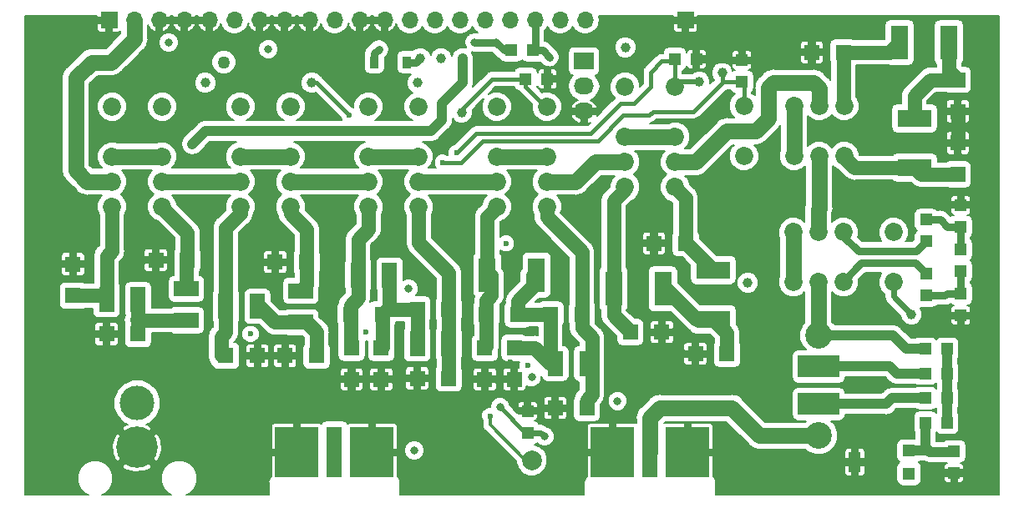
<source format=gtl>
G04 #@! TF.GenerationSoftware,KiCad,Pcbnew,5.0.2-bee76a0~70~ubuntu16.04.1*
G04 #@! TF.CreationDate,2019-02-20T20:44:02-08:00*
G04 #@! TF.ProjectId,n2adr,6e326164-722e-46b6-9963-61645f706362,E5b8*
G04 #@! TF.SameCoordinates,PX3dfd240PY3473bc0*
G04 #@! TF.FileFunction,Copper,L1,Top*
G04 #@! TF.FilePolarity,Positive*
%FSLAX46Y46*%
G04 Gerber Fmt 4.6, Leading zero omitted, Abs format (unit mm)*
G04 Created by KiCad (PCBNEW 5.0.2-bee76a0~70~ubuntu16.04.1) date Wed 20 Feb 2019 08:44:02 PM PST*
%MOMM*%
%LPD*%
G01*
G04 APERTURE LIST*
G04 #@! TA.AperFunction,ViaPad*
%ADD10C,1.270000*%
G04 #@! TD*
G04 #@! TA.AperFunction,ComponentPad*
%ADD11C,1.850000*%
G04 #@! TD*
G04 #@! TA.AperFunction,SMDPad,CuDef*
%ADD12R,3.500000X1.800000*%
G04 #@! TD*
G04 #@! TA.AperFunction,SMDPad,CuDef*
%ADD13R,1.250000X1.200000*%
G04 #@! TD*
G04 #@! TA.AperFunction,SMDPad,CuDef*
%ADD14R,1.200000X1.250000*%
G04 #@! TD*
G04 #@! TA.AperFunction,SMDPad,CuDef*
%ADD15R,1.600000X1.600000*%
G04 #@! TD*
G04 #@! TA.AperFunction,ComponentPad*
%ADD16C,2.700020*%
G04 #@! TD*
G04 #@! TA.AperFunction,ComponentPad*
%ADD17R,2.200000X2.200000*%
G04 #@! TD*
G04 #@! TA.AperFunction,ComponentPad*
%ADD18C,1.000000*%
G04 #@! TD*
G04 #@! TA.AperFunction,SMDPad,CuDef*
%ADD19R,1.600000X2.500000*%
G04 #@! TD*
G04 #@! TA.AperFunction,SMDPad,CuDef*
%ADD20R,2.500000X1.600000*%
G04 #@! TD*
G04 #@! TA.AperFunction,SMDPad,CuDef*
%ADD21R,1.800000X3.500000*%
G04 #@! TD*
G04 #@! TA.AperFunction,ComponentPad*
%ADD22R,1.600000X5.200000*%
G04 #@! TD*
G04 #@! TA.AperFunction,ComponentPad*
%ADD23R,4.400000X5.200000*%
G04 #@! TD*
G04 #@! TA.AperFunction,ComponentPad*
%ADD24R,2.032000X1.727200*%
G04 #@! TD*
G04 #@! TA.AperFunction,ComponentPad*
%ADD25O,2.032000X1.727200*%
G04 #@! TD*
G04 #@! TA.AperFunction,ComponentPad*
%ADD26R,1.700000X1.700000*%
G04 #@! TD*
G04 #@! TA.AperFunction,ComponentPad*
%ADD27O,1.700000X1.700000*%
G04 #@! TD*
G04 #@! TA.AperFunction,ComponentPad*
%ADD28C,1.998980*%
G04 #@! TD*
G04 #@! TA.AperFunction,ComponentPad*
%ADD29C,4.200000*%
G04 #@! TD*
G04 #@! TA.AperFunction,ComponentPad*
%ADD30C,3.500000*%
G04 #@! TD*
G04 #@! TA.AperFunction,SMDPad,CuDef*
%ADD31R,1.300000X1.300000*%
G04 #@! TD*
G04 #@! TA.AperFunction,SMDPad,CuDef*
%ADD32R,1.300000X2.000000*%
G04 #@! TD*
G04 #@! TA.AperFunction,SMDPad,CuDef*
%ADD33R,0.900000X1.200000*%
G04 #@! TD*
G04 #@! TA.AperFunction,ComponentPad*
%ADD34C,1.270000*%
G04 #@! TD*
G04 #@! TA.AperFunction,ViaPad*
%ADD35C,0.600000*%
G04 #@! TD*
G04 #@! TA.AperFunction,ViaPad*
%ADD36C,1.000000*%
G04 #@! TD*
G04 #@! TA.AperFunction,ViaPad*
%ADD37C,0.800000*%
G04 #@! TD*
G04 #@! TA.AperFunction,Conductor*
%ADD38C,0.350000*%
G04 #@! TD*
G04 #@! TA.AperFunction,Conductor*
%ADD39C,1.400000*%
G04 #@! TD*
G04 #@! TA.AperFunction,Conductor*
%ADD40C,0.400000*%
G04 #@! TD*
G04 #@! TA.AperFunction,Conductor*
%ADD41C,0.800000*%
G04 #@! TD*
G04 #@! TA.AperFunction,Conductor*
%ADD42C,0.500000*%
G04 #@! TD*
G04 #@! TA.AperFunction,Conductor*
%ADD43C,1.600000*%
G04 #@! TD*
G04 #@! TA.AperFunction,Conductor*
%ADD44C,1.000000*%
G04 #@! TD*
G04 #@! TA.AperFunction,Conductor*
%ADD45C,0.600000*%
G04 #@! TD*
G04 #@! TA.AperFunction,Conductor*
%ADD46C,0.200000*%
G04 #@! TD*
G04 APERTURE END LIST*
D10*
G04 #@! TO.N,GND*
G04 #@! TO.C,REF\002A\002A*
X73800000Y-31250000D03*
G04 #@! TD*
G04 #@! TO.N,GND*
G04 #@! TO.C,REF\002A\002A*
X12300000Y-12100000D03*
G04 #@! TD*
G04 #@! TO.N,GND*
G04 #@! TO.C,REF\002A\002A*
X30400000Y-10300000D03*
G04 #@! TD*
G04 #@! TO.N,GND*
G04 #@! TO.C,REF\002A\002A*
X30500000Y-20000000D03*
G04 #@! TD*
G04 #@! TO.N,GND*
G04 #@! TO.C,REF\002A\002A*
X86100000Y-38200000D03*
G04 #@! TD*
G04 #@! TO.N,GND*
G04 #@! TO.C,REF\002A\002A*
X85300000Y-30600000D03*
G04 #@! TD*
G04 #@! TO.N,GND*
G04 #@! TO.C,REF\002A\002A*
X85700000Y-12400000D03*
G04 #@! TD*
G04 #@! TO.N,GND*
G04 #@! TO.C,REF\002A\002A*
X50500000Y-11200000D03*
G04 #@! TD*
G04 #@! TO.N,GND*
G04 #@! TO.C,REF\002A\002A*
X57100000Y-20000000D03*
G04 #@! TD*
G04 #@! TO.N,GND*
G04 #@! TO.C,REF\002A\002A*
X70700000Y-10500000D03*
G04 #@! TD*
G04 #@! TO.N,GND*
G04 #@! TO.C,REF\002A\002A*
X76500000Y-38100000D03*
G04 #@! TD*
G04 #@! TO.N,GND*
G04 #@! TO.C,REF\002A\002A*
X66550000Y-34850000D03*
G04 #@! TD*
G04 #@! TO.N,GND*
G04 #@! TO.C,REF\002A\002A*
X30400000Y-14600000D03*
G04 #@! TD*
G04 #@! TO.N,GND*
G04 #@! TO.C,REF\002A\002A*
X49900000Y-26800000D03*
G04 #@! TD*
G04 #@! TO.N,GND*
G04 #@! TO.C,REF\002A\002A*
X78800000Y-30800000D03*
G04 #@! TD*
G04 #@! TO.N,GND*
G04 #@! TO.C,REF\002A\002A*
X86000000Y-20600000D03*
G04 #@! TD*
G04 #@! TO.N,GND*
G04 #@! TO.C,REF\002A\002A*
X62300000Y-25100000D03*
G04 #@! TD*
G04 #@! TO.N,GND*
G04 #@! TO.C,REF\002A\002A*
X60000000Y-34000000D03*
G04 #@! TD*
G04 #@! TO.N,GND*
G04 #@! TO.C,REF\002A\002A*
X42300000Y-48500000D03*
G04 #@! TD*
G04 #@! TO.N,GND*
G04 #@! TO.C,REF\002A\002A*
X38200000Y-23800000D03*
G04 #@! TD*
G04 #@! TO.N,GND*
G04 #@! TO.C,REF\002A\002A*
X37100000Y-39750000D03*
G04 #@! TD*
G04 #@! TO.N,GND*
G04 #@! TO.C,REF\002A\002A*
X25500000Y-38500000D03*
G04 #@! TD*
G04 #@! TO.N,GND*
G04 #@! TO.C,REF\002A\002A*
X23500000Y-27500000D03*
G04 #@! TD*
G04 #@! TO.N,GND*
G04 #@! TO.C,REF\002A\002A*
X25000000Y-22500000D03*
G04 #@! TD*
G04 #@! TO.N,GND*
G04 #@! TO.C,REF\002A\002A*
X12500000Y-22500000D03*
G04 #@! TD*
G04 #@! TO.N,GND*
G04 #@! TO.C,REF\002A\002A*
X6000000Y-33000000D03*
G04 #@! TD*
G04 #@! TO.N,GND*
G04 #@! TO.C,REF\002A\002A*
X5500000Y-23500000D03*
G04 #@! TD*
G04 #@! TO.N,GND*
G04 #@! TO.C,REF\002A\002A*
X1500000Y-47500000D03*
G04 #@! TD*
G04 #@! TO.N,GND*
G04 #@! TO.C,REF\002A\002A*
X1500000Y-42500000D03*
G04 #@! TD*
G04 #@! TO.N,GND*
G04 #@! TO.C,REF\002A\002A*
X1500000Y-37500000D03*
G04 #@! TD*
G04 #@! TO.N,GND*
G04 #@! TO.C,REF\002A\002A*
X1500000Y-32500000D03*
G04 #@! TD*
G04 #@! TO.N,GND*
G04 #@! TO.C,REF\002A\002A*
X1500000Y-27500000D03*
G04 #@! TD*
G04 #@! TO.N,GND*
G04 #@! TO.C,REF\002A\002A*
X1500000Y-22500000D03*
G04 #@! TD*
G04 #@! TO.N,GND*
G04 #@! TO.C,REF\002A\002A*
X1500000Y-17500000D03*
G04 #@! TD*
G04 #@! TO.N,GND*
G04 #@! TO.C,REF\002A\002A*
X1500000Y-12500000D03*
G04 #@! TD*
G04 #@! TO.N,GND*
G04 #@! TO.C,REF\002A\002A*
X1500000Y-7500000D03*
G04 #@! TD*
G04 #@! TO.N,GND*
G04 #@! TO.C,REF\002A\002A*
X1500000Y-2500000D03*
G04 #@! TD*
G04 #@! TO.N,GND*
G04 #@! TO.C,REF\002A\002A*
X98500000Y-47500000D03*
G04 #@! TD*
G04 #@! TO.N,GND*
G04 #@! TO.C,REF\002A\002A*
X98500000Y-42500000D03*
G04 #@! TD*
G04 #@! TO.N,GND*
G04 #@! TO.C,REF\002A\002A*
X98500000Y-37500000D03*
G04 #@! TD*
G04 #@! TO.N,GND*
G04 #@! TO.C,REF\002A\002A*
X98500000Y-32500000D03*
G04 #@! TD*
G04 #@! TO.N,GND*
G04 #@! TO.C,REF\002A\002A*
X98500000Y-27500000D03*
G04 #@! TD*
G04 #@! TO.N,GND*
G04 #@! TO.C,REF\002A\002A*
X98500000Y-22500000D03*
G04 #@! TD*
G04 #@! TO.N,GND*
G04 #@! TO.C,REF\002A\002A*
X98500000Y-17500000D03*
G04 #@! TD*
G04 #@! TO.N,GND*
G04 #@! TO.C,REF\002A\002A*
X98500000Y-12500000D03*
G04 #@! TD*
G04 #@! TO.N,GND*
G04 #@! TO.C,REF\002A\002A*
X98500000Y-7500000D03*
G04 #@! TD*
G04 #@! TO.N,GND*
G04 #@! TO.C,REF\002A\002A*
X98500000Y-2500000D03*
G04 #@! TD*
G04 #@! TO.N,GND*
G04 #@! TO.C,REF\002A\002A*
X76500000Y-4100000D03*
G04 #@! TD*
G04 #@! TO.N,GND*
G04 #@! TO.C,REF\002A\002A*
X43000000Y-13600000D03*
G04 #@! TD*
D11*
G04 #@! TO.P,K3,8*
G04 #@! TO.N,Band3*
X53540000Y-9920000D03*
G04 #@! TO.P,K3,7*
G04 #@! TO.N,Net-(K3-Pad2)*
X53540000Y-15000000D03*
G04 #@! TO.P,K3,6*
G04 #@! TO.N,Net-(K2-Pad3)*
X53540000Y-17540000D03*
G04 #@! TO.P,K3,5*
G04 #@! TO.N,Net-(C40-Pad1)*
X53540000Y-20080000D03*
G04 #@! TO.P,K3,4*
G04 #@! TO.N,Net-(C32-Pad2)*
X48460000Y-20080000D03*
G04 #@! TO.P,K3,3*
G04 #@! TO.N,Net-(K3-Pad3)*
X48460000Y-17540000D03*
G04 #@! TO.P,K3,2*
G04 #@! TO.N,Net-(K3-Pad2)*
X48460000Y-15000000D03*
G04 #@! TO.P,K3,1*
G04 #@! TO.N,+3V3*
X48460000Y-9920000D03*
G04 #@! TD*
G04 #@! TO.P,K4,8*
G04 #@! TO.N,Band4*
X40540000Y-9920000D03*
G04 #@! TO.P,K4,7*
G04 #@! TO.N,Net-(K4-Pad2)*
X40540000Y-15000000D03*
G04 #@! TO.P,K4,6*
G04 #@! TO.N,Net-(K3-Pad3)*
X40540000Y-17540000D03*
G04 #@! TO.P,K4,5*
G04 #@! TO.N,Net-(C41-Pad1)*
X40540000Y-20080000D03*
G04 #@! TO.P,K4,4*
G04 #@! TO.N,Net-(C33-Pad2)*
X35460000Y-20080000D03*
G04 #@! TO.P,K4,3*
G04 #@! TO.N,Net-(K4-Pad3)*
X35460000Y-17540000D03*
G04 #@! TO.P,K4,2*
G04 #@! TO.N,Net-(K4-Pad2)*
X35460000Y-15000000D03*
G04 #@! TO.P,K4,1*
G04 #@! TO.N,+3V3*
X35460000Y-9920000D03*
G04 #@! TD*
D12*
G04 #@! TO.P,L2,1*
G04 #@! TO.N,Net-(C9-Pad2)*
X70400000Y-31500000D03*
G04 #@! TO.P,L2,2*
G04 #@! TO.N,Net-(C10-Pad2)*
X70400000Y-26500000D03*
G04 #@! TD*
D13*
G04 #@! TO.P,C1,1*
G04 #@! TO.N,GND*
X73300000Y-5200000D03*
G04 #@! TO.P,C1,2*
G04 #@! TO.N,Band1*
X73300000Y-7400000D03*
G04 #@! TD*
D14*
G04 #@! TO.P,C2,1*
G04 #@! TO.N,GND*
X68700000Y-5100000D03*
G04 #@! TO.P,C2,2*
G04 #@! TO.N,Band2*
X66500000Y-5100000D03*
G04 #@! TD*
G04 #@! TO.P,C4,1*
G04 #@! TO.N,GND*
X53600000Y-7100000D03*
G04 #@! TO.P,C4,2*
G04 #@! TO.N,Band3*
X51400000Y-7100000D03*
G04 #@! TD*
D15*
G04 #@! TO.P,C8,1*
G04 #@! TO.N,GND*
X65200000Y-32800000D03*
G04 #@! TO.P,C8,2*
G04 #@! TO.N,Net-(C8-Pad2)*
X62000000Y-32800000D03*
G04 #@! TD*
G04 #@! TO.P,C9,1*
G04 #@! TO.N,GND*
X68600000Y-35000000D03*
G04 #@! TO.P,C9,2*
G04 #@! TO.N,Net-(C9-Pad2)*
X71800000Y-35000000D03*
G04 #@! TD*
G04 #@! TO.P,C10,1*
G04 #@! TO.N,GND*
X64400000Y-23800000D03*
G04 #@! TO.P,C10,2*
G04 #@! TO.N,Net-(C10-Pad2)*
X67600000Y-23800000D03*
G04 #@! TD*
D16*
G04 #@! TO.P,JP1,1*
G04 #@! TO.N,Net-(CN4-Pad1)*
X81100000Y-43300000D03*
G04 #@! TO.P,JP1,2*
G04 #@! TO.N,FilterOut*
X81100000Y-33140000D03*
G04 #@! TD*
D17*
G04 #@! TO.P,L3,1*
G04 #@! TO.N,Net-(D1-Pad3)*
X80100000Y-40100000D03*
G04 #@! TO.P,L3,2*
G04 #@! TO.N,Net-(D2-Pad4)*
X82100000Y-36300000D03*
G04 #@! TO.P,L3,1*
G04 #@! TO.N,Net-(D1-Pad3)*
X82100000Y-40100000D03*
G04 #@! TO.P,L3,2*
G04 #@! TO.N,Net-(D2-Pad4)*
X80100000Y-36300000D03*
G04 #@! TD*
D18*
G04 #@! TO.P,P3,1*
G04 #@! TO.N,Band3*
X44900000Y-10500000D03*
G04 #@! TD*
G04 #@! TO.P,P6,1*
G04 #@! TO.N,Band6*
X18900000Y-7500000D03*
G04 #@! TD*
D14*
G04 #@! TO.P,R2,1*
G04 #@! TO.N,Net-(R2-Pad1)*
X94100000Y-34500000D03*
G04 #@! TO.P,R2,2*
G04 #@! TO.N,FilterOut*
X91900000Y-34500000D03*
G04 #@! TD*
G04 #@! TO.P,R3,1*
G04 #@! TO.N,Net-(R1-Pad2)*
X91900000Y-42000000D03*
G04 #@! TO.P,R3,2*
G04 #@! TO.N,Net-(R2-Pad1)*
X94100000Y-42000000D03*
G04 #@! TD*
G04 #@! TO.P,R6,1*
G04 #@! TO.N,Net-(R2-Pad1)*
X94100000Y-39500000D03*
G04 #@! TO.P,R6,2*
G04 #@! TO.N,Net-(D1-Pad3)*
X91900000Y-39500000D03*
G04 #@! TD*
G04 #@! TO.P,R7,1*
G04 #@! TO.N,Net-(D2-Pad4)*
X91900000Y-37000000D03*
G04 #@! TO.P,R7,2*
G04 #@! TO.N,Net-(R2-Pad1)*
X94100000Y-37000000D03*
G04 #@! TD*
D15*
G04 #@! TO.P,C21,1*
G04 #@! TO.N,Net-(C21-Pad1)*
X95200000Y-16800000D03*
G04 #@! TO.P,C21,2*
G04 #@! TO.N,GND*
X95200000Y-13600000D03*
G04 #@! TD*
G04 #@! TO.P,C22,1*
G04 #@! TO.N,Net-(C22-Pad1)*
X95200000Y-7200000D03*
G04 #@! TO.P,C22,2*
G04 #@! TO.N,GND*
X95200000Y-10400000D03*
G04 #@! TD*
G04 #@! TO.P,C23,1*
G04 #@! TO.N,Net-(C23-Pad1)*
X83600000Y-4400000D03*
G04 #@! TO.P,C23,2*
G04 #@! TO.N,GND*
X80400000Y-4400000D03*
G04 #@! TD*
G04 #@! TO.P,C24,1*
G04 #@! TO.N,GND*
X5500000Y-25900000D03*
G04 #@! TO.P,C24,2*
G04 #@! TO.N,Net-(C24-Pad2)*
X5500000Y-29100000D03*
G04 #@! TD*
G04 #@! TO.P,C25,1*
G04 #@! TO.N,GND*
X8900000Y-33000000D03*
G04 #@! TO.P,C25,2*
G04 #@! TO.N,Net-(C25-Pad2)*
X12100000Y-33000000D03*
G04 #@! TD*
G04 #@! TO.P,C26,1*
G04 #@! TO.N,GND*
X13900000Y-25500000D03*
G04 #@! TO.P,C26,2*
G04 #@! TO.N,Net-(C26-Pad2)*
X17100000Y-25500000D03*
G04 #@! TD*
D19*
G04 #@! TO.P,L7,1*
G04 #@! TO.N,Net-(C24-Pad2)*
X8900000Y-29500000D03*
G04 #@! TO.P,L7,2*
G04 #@! TO.N,Net-(C25-Pad2)*
X12100000Y-29500000D03*
G04 #@! TD*
D20*
G04 #@! TO.P,L8,1*
G04 #@! TO.N,Net-(C25-Pad2)*
X17000000Y-31600000D03*
G04 #@! TO.P,L8,2*
G04 #@! TO.N,Net-(C26-Pad2)*
X17000000Y-28400000D03*
G04 #@! TD*
D15*
G04 #@! TO.P,C32,1*
G04 #@! TO.N,GND*
X47250000Y-37600000D03*
G04 #@! TO.P,C32,2*
G04 #@! TO.N,Net-(C32-Pad2)*
X47250000Y-34400000D03*
G04 #@! TD*
G04 #@! TO.P,C33,1*
G04 #@! TO.N,GND*
X33750000Y-37600000D03*
G04 #@! TO.P,C33,2*
G04 #@! TO.N,Net-(C33-Pad2)*
X33750000Y-34400000D03*
G04 #@! TD*
G04 #@! TO.P,C34,1*
G04 #@! TO.N,GND*
X24200000Y-35200000D03*
G04 #@! TO.P,C34,2*
G04 #@! TO.N,Net-(C34-Pad2)*
X21000000Y-35200000D03*
G04 #@! TD*
G04 #@! TO.P,C35,1*
G04 #@! TO.N,Net-(C35-Pad1)*
X50600000Y-31000000D03*
G04 #@! TO.P,C35,2*
G04 #@! TO.N,Net-(C32-Pad2)*
X47400000Y-31000000D03*
G04 #@! TD*
G04 #@! TO.P,C36,1*
G04 #@! TO.N,Net-(C36-Pad1)*
X36850000Y-31000000D03*
G04 #@! TO.P,C36,2*
G04 #@! TO.N,Net-(C33-Pad2)*
X33650000Y-31000000D03*
G04 #@! TD*
G04 #@! TO.P,C37,1*
G04 #@! TO.N,GND*
X50250000Y-37600000D03*
G04 #@! TO.P,C37,2*
G04 #@! TO.N,Net-(C35-Pad1)*
X50250000Y-34400000D03*
G04 #@! TD*
G04 #@! TO.P,C38,1*
G04 #@! TO.N,GND*
X36750000Y-37600000D03*
G04 #@! TO.P,C38,2*
G04 #@! TO.N,Net-(C36-Pad1)*
X36750000Y-34400000D03*
G04 #@! TD*
G04 #@! TO.P,C39,1*
G04 #@! TO.N,GND*
X27000000Y-35200000D03*
G04 #@! TO.P,C39,2*
G04 #@! TO.N,Net-(C39-Pad2)*
X30200000Y-35200000D03*
G04 #@! TD*
G04 #@! TO.P,C40,1*
G04 #@! TO.N,Net-(C40-Pad1)*
X57100000Y-31000000D03*
G04 #@! TO.P,C40,2*
G04 #@! TO.N,Net-(C35-Pad1)*
X53900000Y-31000000D03*
G04 #@! TD*
G04 #@! TO.P,C41,1*
G04 #@! TO.N,Net-(C41-Pad1)*
X43600000Y-30500000D03*
G04 #@! TO.P,C41,2*
G04 #@! TO.N,Net-(C36-Pad1)*
X40400000Y-30500000D03*
G04 #@! TD*
G04 #@! TO.P,C42,1*
G04 #@! TO.N,GND*
X54400000Y-40500000D03*
G04 #@! TO.P,C42,2*
G04 #@! TO.N,Net-(C40-Pad1)*
X57600000Y-40500000D03*
G04 #@! TD*
G04 #@! TO.P,C43,1*
G04 #@! TO.N,GND*
X40400000Y-37500000D03*
G04 #@! TO.P,C43,2*
G04 #@! TO.N,Net-(C41-Pad1)*
X43600000Y-37500000D03*
G04 #@! TD*
G04 #@! TO.P,C44,1*
G04 #@! TO.N,GND*
X26000000Y-25700000D03*
G04 #@! TO.P,C44,2*
G04 #@! TO.N,Net-(C44-Pad2)*
X29200000Y-25700000D03*
G04 #@! TD*
D19*
G04 #@! TO.P,L10,1*
G04 #@! TO.N,Net-(C33-Pad2)*
X34400000Y-27000000D03*
G04 #@! TO.P,L10,2*
G04 #@! TO.N,Net-(C36-Pad1)*
X37600000Y-27000000D03*
G04 #@! TD*
G04 #@! TO.P,L11,1*
G04 #@! TO.N,Net-(C34-Pad2)*
X21000000Y-30200000D03*
G04 #@! TO.P,L11,2*
G04 #@! TO.N,Net-(C39-Pad2)*
X24200000Y-30200000D03*
G04 #@! TD*
G04 #@! TO.P,L13,1*
G04 #@! TO.N,Net-(C36-Pad1)*
X40400000Y-34000000D03*
G04 #@! TO.P,L13,2*
G04 #@! TO.N,Net-(C41-Pad1)*
X43600000Y-34000000D03*
G04 #@! TD*
D20*
G04 #@! TO.P,L14,1*
G04 #@! TO.N,Net-(C39-Pad2)*
X28600000Y-31800000D03*
G04 #@! TO.P,L14,2*
G04 #@! TO.N,Net-(C44-Pad2)*
X28600000Y-28600000D03*
G04 #@! TD*
D18*
G04 #@! TO.P,P1,1*
G04 #@! TO.N,Band1*
X71300000Y-6500000D03*
G04 #@! TD*
G04 #@! TO.P,P2,1*
G04 #@! TO.N,Band2*
X69000000Y-7400000D03*
G04 #@! TD*
G04 #@! TO.P,P4,1*
G04 #@! TO.N,Band4*
X40400000Y-7500000D03*
G04 #@! TD*
G04 #@! TO.P,P5,1*
G04 #@! TO.N,Band5*
X29700000Y-7500000D03*
G04 #@! TD*
D21*
G04 #@! TO.P,L1,1*
G04 #@! TO.N,Net-(C8-Pad2)*
X60300000Y-28400000D03*
G04 #@! TO.P,L1,2*
G04 #@! TO.N,Net-(C9-Pad2)*
X65300000Y-28400000D03*
G04 #@! TD*
D12*
G04 #@! TO.P,L5,1*
G04 #@! TO.N,Net-(C21-Pad1)*
X90800000Y-16100000D03*
G04 #@! TO.P,L5,2*
G04 #@! TO.N,Net-(C22-Pad1)*
X90800000Y-11100000D03*
G04 #@! TD*
D21*
G04 #@! TO.P,L6,1*
G04 #@! TO.N,Net-(C22-Pad1)*
X94300000Y-3400000D03*
G04 #@! TO.P,L6,2*
G04 #@! TO.N,Net-(C23-Pad1)*
X89300000Y-3400000D03*
G04 #@! TD*
G04 #@! TO.P,L9,1*
G04 #@! TO.N,Net-(C32-Pad2)*
X47500000Y-27000000D03*
G04 #@! TO.P,L9,2*
G04 #@! TO.N,Net-(C35-Pad1)*
X52500000Y-27000000D03*
G04 #@! TD*
D19*
G04 #@! TO.P,L12,1*
G04 #@! TO.N,Net-(C35-Pad1)*
X54400000Y-36000000D03*
G04 #@! TO.P,L12,2*
G04 #@! TO.N,Net-(C40-Pad1)*
X57600000Y-36000000D03*
G04 #@! TD*
D13*
G04 #@! TO.P,C50,1*
G04 #@! TO.N,GND*
X51600000Y-40800000D03*
G04 #@! TO.P,C50,2*
G04 #@! TO.N,+3V3*
X51600000Y-43000000D03*
G04 #@! TD*
D18*
G04 #@! TO.P,P7,1*
G04 #@! TO.N,Band7*
X90500000Y-31000000D03*
G04 #@! TD*
D13*
G04 #@! TO.P,C47,1*
G04 #@! TO.N,Net-(C47-Pad1)*
X92000000Y-21400000D03*
G04 #@! TO.P,C47,2*
G04 #@! TO.N,Net-(C47-Pad2)*
X92000000Y-23600000D03*
G04 #@! TD*
G04 #@! TO.P,C48,1*
G04 #@! TO.N,Net-(C48-Pad1)*
X95500000Y-26600000D03*
G04 #@! TO.P,C48,2*
G04 #@! TO.N,Net-(C47-Pad1)*
X95500000Y-24400000D03*
G04 #@! TD*
G04 #@! TO.P,C49,1*
G04 #@! TO.N,Net-(C49-Pad1)*
X92000000Y-26900000D03*
G04 #@! TO.P,C49,2*
G04 #@! TO.N,Net-(C48-Pad1)*
X92000000Y-29100000D03*
G04 #@! TD*
G04 #@! TO.P,L4,1*
G04 #@! TO.N,GND*
X95500000Y-31100000D03*
G04 #@! TO.P,L4,2*
G04 #@! TO.N,Net-(C48-Pad1)*
X95500000Y-28900000D03*
G04 #@! TD*
G04 #@! TO.P,L15,1*
G04 #@! TO.N,GND*
X95500000Y-19900000D03*
G04 #@! TO.P,L15,2*
G04 #@! TO.N,Net-(C47-Pad1)*
X95500000Y-22100000D03*
G04 #@! TD*
D22*
G04 #@! TO.P,CN4,1*
G04 #@! TO.N,Net-(CN4-Pad1)*
X64000000Y-45000000D03*
D23*
G04 #@! TO.P,CN4,2*
G04 #@! TO.N,GND*
X60200000Y-45000000D03*
X67800000Y-45000000D03*
G04 #@! TD*
D22*
G04 #@! TO.P,CN3,1*
G04 #@! TO.N,Net-(CN2-Pad10)*
X32000000Y-45000000D03*
D23*
G04 #@! TO.P,CN3,2*
G04 #@! TO.N,GND*
X28200000Y-45000000D03*
X35800000Y-45000000D03*
G04 #@! TD*
D13*
G04 #@! TO.P,R1,1*
G04 #@! TO.N,GND*
X94800000Y-47100000D03*
G04 #@! TO.P,R1,2*
G04 #@! TO.N,Net-(R1-Pad2)*
X94800000Y-44900000D03*
G04 #@! TD*
D11*
G04 #@! TO.P,K1,8*
G04 #@! TO.N,Band1*
X73520000Y-9860000D03*
G04 #@! TO.P,K1,7*
G04 #@! TO.N,Net-(K1-Pad2)*
X78600000Y-9860000D03*
G04 #@! TO.P,K1,6*
G04 #@! TO.N,Net-(K1-Pad6)*
X81140000Y-9860000D03*
G04 #@! TO.P,K1,5*
G04 #@! TO.N,Net-(C23-Pad1)*
X83680000Y-9860000D03*
G04 #@! TO.P,K1,4*
G04 #@! TO.N,Net-(C21-Pad1)*
X83680000Y-14940000D03*
G04 #@! TO.P,K1,3*
G04 #@! TO.N,Net-(K1-Pad3)*
X81140000Y-14940000D03*
G04 #@! TO.P,K1,2*
G04 #@! TO.N,Net-(K1-Pad2)*
X78600000Y-14940000D03*
G04 #@! TO.P,K1,1*
G04 #@! TO.N,+3V3*
X73520000Y-14940000D03*
G04 #@! TD*
G04 #@! TO.P,K2,8*
G04 #@! TO.N,Band2*
X66540000Y-7920000D03*
G04 #@! TO.P,K2,7*
G04 #@! TO.N,Net-(K2-Pad2)*
X66540000Y-13000000D03*
G04 #@! TO.P,K2,6*
G04 #@! TO.N,Net-(K1-Pad6)*
X66540000Y-15540000D03*
G04 #@! TO.P,K2,5*
G04 #@! TO.N,Net-(C10-Pad2)*
X66540000Y-18080000D03*
G04 #@! TO.P,K2,4*
G04 #@! TO.N,Net-(C8-Pad2)*
X61460000Y-18080000D03*
G04 #@! TO.P,K2,3*
G04 #@! TO.N,Net-(K2-Pad3)*
X61460000Y-15540000D03*
G04 #@! TO.P,K2,2*
G04 #@! TO.N,Net-(K2-Pad2)*
X61460000Y-13000000D03*
G04 #@! TO.P,K2,1*
G04 #@! TO.N,+3V3*
X61460000Y-7920000D03*
G04 #@! TD*
G04 #@! TO.P,K5,8*
G04 #@! TO.N,Band5*
X27540000Y-9920000D03*
G04 #@! TO.P,K5,7*
G04 #@! TO.N,Net-(K5-Pad2)*
X27540000Y-15000000D03*
G04 #@! TO.P,K5,6*
G04 #@! TO.N,Net-(K4-Pad3)*
X27540000Y-17540000D03*
G04 #@! TO.P,K5,5*
G04 #@! TO.N,Net-(C44-Pad2)*
X27540000Y-20080000D03*
G04 #@! TO.P,K5,4*
G04 #@! TO.N,Net-(C34-Pad2)*
X22460000Y-20080000D03*
G04 #@! TO.P,K5,3*
G04 #@! TO.N,Net-(K5-Pad3)*
X22460000Y-17540000D03*
G04 #@! TO.P,K5,2*
G04 #@! TO.N,Net-(K5-Pad2)*
X22460000Y-15000000D03*
G04 #@! TO.P,K5,1*
G04 #@! TO.N,+3V3*
X22460000Y-9920000D03*
G04 #@! TD*
G04 #@! TO.P,K6,8*
G04 #@! TO.N,Band6*
X14540000Y-9920000D03*
G04 #@! TO.P,K6,7*
G04 #@! TO.N,Net-(K6-Pad2)*
X14540000Y-15000000D03*
G04 #@! TO.P,K6,6*
G04 #@! TO.N,Net-(K5-Pad3)*
X14540000Y-17540000D03*
G04 #@! TO.P,K6,5*
G04 #@! TO.N,Net-(C26-Pad2)*
X14540000Y-20080000D03*
G04 #@! TO.P,K6,4*
G04 #@! TO.N,Net-(C24-Pad2)*
X9460000Y-20080000D03*
G04 #@! TO.P,K6,3*
G04 #@! TO.N,RFInput*
X9460000Y-17540000D03*
G04 #@! TO.P,K6,2*
G04 #@! TO.N,Net-(K6-Pad2)*
X9460000Y-15000000D03*
G04 #@! TO.P,K6,1*
G04 #@! TO.N,+3V3*
X9460000Y-9920000D03*
G04 #@! TD*
G04 #@! TO.P,K7,8*
G04 #@! TO.N,Band7*
X88680000Y-27740000D03*
G04 #@! TO.P,K7,7*
G04 #@! TO.N,Net-(C49-Pad1)*
X83600000Y-27740000D03*
G04 #@! TO.P,K7,6*
G04 #@! TO.N,FilterOut*
X81060000Y-27740000D03*
G04 #@! TO.P,K7,5*
G04 #@! TO.N,Net-(K7-Pad4)*
X78520000Y-27740000D03*
G04 #@! TO.P,K7,4*
X78520000Y-22660000D03*
G04 #@! TO.P,K7,3*
G04 #@! TO.N,Net-(K1-Pad3)*
X81060000Y-22660000D03*
G04 #@! TO.P,K7,2*
G04 #@! TO.N,Net-(C47-Pad2)*
X83600000Y-22660000D03*
G04 #@! TO.P,K7,1*
G04 #@! TO.N,+3V3*
X88680000Y-22660000D03*
G04 #@! TD*
D24*
G04 #@! TO.P,CN5,1*
G04 #@! TO.N,Net-(CN2-Pad19)*
X57300000Y-5300000D03*
D25*
G04 #@! TO.P,CN5,2*
G04 #@! TO.N,Net-(CN2-Pad20)*
X57300000Y-7840000D03*
G04 #@! TO.P,CN5,3*
G04 #@! TO.N,GND*
X57300000Y-10380000D03*
G04 #@! TD*
D26*
G04 #@! TO.P,J3,1*
G04 #@! TO.N,GND*
X67588000Y-1134000D03*
G04 #@! TD*
G04 #@! TO.P,CN2,1*
G04 #@! TO.N,GND*
X9168000Y-1134000D03*
D27*
G04 #@! TO.P,CN2,2*
G04 #@! TO.N,RFInput*
X11708000Y-1134000D03*
G04 #@! TO.P,CN2,3*
G04 #@! TO.N,GND*
X14248000Y-1134000D03*
G04 #@! TO.P,CN2,4*
X16788000Y-1134000D03*
G04 #@! TO.P,CN2,5*
X19328000Y-1134000D03*
G04 #@! TO.P,CN2,6*
G04 #@! TO.N,Net-(CN2-Pad6)*
X21868000Y-1134000D03*
G04 #@! TO.P,CN2,7*
G04 #@! TO.N,GND*
X24408000Y-1134000D03*
G04 #@! TO.P,CN2,8*
X26948000Y-1134000D03*
G04 #@! TO.P,CN2,9*
X29488000Y-1134000D03*
G04 #@! TO.P,CN2,10*
G04 #@! TO.N,Net-(CN2-Pad10)*
X32028000Y-1134000D03*
G04 #@! TO.P,CN2,11*
G04 #@! TO.N,GND*
X34568000Y-1134000D03*
G04 #@! TO.P,CN2,12*
X37108000Y-1134000D03*
G04 #@! TO.P,CN2,13*
G04 #@! TO.N,INTTR*
X39648000Y-1134000D03*
G04 #@! TO.P,CN2,14*
G04 #@! TO.N,Net-(CN2-Pad14)*
X42188000Y-1134000D03*
G04 #@! TO.P,CN2,15*
G04 #@! TO.N,Net-(CN1-Pad1)*
X44728000Y-1134000D03*
G04 #@! TO.P,CN2,16*
G04 #@! TO.N,Net-(CN2-Pad16)*
X47268000Y-1134000D03*
G04 #@! TO.P,CN2,17*
G04 #@! TO.N,Net-(CN2-Pad17)*
X49808000Y-1134000D03*
G04 #@! TO.P,CN2,18*
G04 #@! TO.N,Net-(CN2-Pad18)*
X52348000Y-1134000D03*
G04 #@! TO.P,CN2,19*
G04 #@! TO.N,Net-(CN2-Pad19)*
X54888000Y-1134000D03*
G04 #@! TO.P,CN2,20*
G04 #@! TO.N,Net-(CN2-Pad20)*
X57428000Y-1134000D03*
G04 #@! TD*
D28*
G04 #@! TO.P,P13,1*
G04 #@! TO.N,Net-(P13-Pad1)*
X52000000Y-45800000D03*
G04 #@! TD*
D18*
G04 #@! TO.P,P8,1*
G04 #@! TO.N,Net-(CN2-Pad14)*
X42800000Y-5000000D03*
G04 #@! TD*
G04 #@! TO.P,P14,1*
G04 #@! TO.N,INTTR*
X40700000Y-5000000D03*
G04 #@! TD*
G04 #@! TO.P,P16,1*
G04 #@! TO.N,Net-(CN1-Pad1)*
X45000000Y-5000000D03*
G04 #@! TD*
D10*
G04 #@! TO.N,GND*
G04 #@! TO.C,REF\002A\002A*
X17900000Y-10300000D03*
G04 #@! TD*
D29*
G04 #@! TO.P,CN1,2*
G04 #@! TO.N,GND*
X12000000Y-44500000D03*
D30*
G04 #@! TO.P,CN1,1*
G04 #@! TO.N,Net-(CN1-Pad1)*
X12000000Y-40000000D03*
G04 #@! TD*
D31*
G04 #@! TO.P,RV1,1*
G04 #@! TO.N,Net-(R1-Pad2)*
X90250000Y-44850000D03*
D32*
G04 #@! TO.P,RV1,2*
G04 #@! TO.N,GND*
X84750000Y-46000000D03*
D31*
G04 #@! TO.P,RV1,3*
G04 #@! TO.N,Net-(RV1-Pad3)*
X90250000Y-47150000D03*
G04 #@! TD*
D33*
G04 #@! TO.P,D3,1*
G04 #@! TO.N,+3V3*
X36050000Y-5400000D03*
G04 #@! TO.P,D3,2*
G04 #@! TO.N,INTTR*
X39350000Y-5400000D03*
G04 #@! TD*
D14*
G04 #@! TO.P,FB1,1*
G04 #@! TO.N,+3V3*
X49900000Y-4200000D03*
G04 #@! TO.P,FB1,2*
G04 #@! TO.N,Net-(CN2-Pad18)*
X52100000Y-4200000D03*
G04 #@! TD*
D34*
G04 #@! TO.P,P15,1*
G04 #@! TO.N,Net-(CN2-Pad6)*
X20800000Y-5400000D03*
G04 #@! TD*
D35*
G04 #@! TO.N,GND*
X73400000Y-43800000D03*
X49800000Y-35800000D03*
G04 #@! TO.N,Band1*
X43000000Y-15600000D03*
G04 #@! TO.N,Band2*
X44400000Y-14600000D03*
G04 #@! TO.N,Band5*
X33500000Y-10800000D03*
G04 #@! TO.N,Band6*
X23500000Y-33000000D03*
X35200000Y-32800000D03*
G04 #@! TO.N,Band7*
X49400000Y-23800000D03*
G04 #@! TO.N,INTTR*
X51600000Y-36200000D03*
G04 #@! TO.N,Net-(P13-Pad1)*
X47800000Y-41300000D03*
D36*
G04 #@! TO.N,+3V3*
X73900000Y-27800000D03*
D37*
X60700000Y-39800000D03*
X53300000Y-43400000D03*
X40100000Y-44800000D03*
X52000000Y-37400000D03*
X39500000Y-28400000D03*
X15200000Y-3400000D03*
D36*
X61500000Y-3900000D03*
D37*
X48800000Y-40400000D03*
D35*
X36500000Y-4100000D03*
D37*
X25300000Y-4100000D03*
X48400000Y-3400000D03*
X46200000Y-3400000D03*
G04 #@! TO.N,Net-(CN1-Pad1)*
X17600000Y-13700000D03*
G04 #@! TO.N,Net-(CN2-Pad18)*
X53800000Y-4900000D03*
G04 #@! TD*
D38*
G04 #@! TO.N,GND*
X50250000Y-36250000D02*
X50250000Y-37600000D01*
X49800000Y-35800000D02*
X50250000Y-36250000D01*
D39*
X95200000Y-10400000D02*
X95200000Y-13600000D01*
D40*
G04 #@! TO.N,Band1*
X71300000Y-6500000D02*
X71300000Y-7300000D01*
X71300000Y-7300000D02*
X71400000Y-7400000D01*
X73520000Y-9860000D02*
X73520000Y-7620000D01*
X73520000Y-7620000D02*
X73300000Y-7400000D01*
X63500000Y-10800000D02*
X63900000Y-10800000D01*
X54800000Y-13400000D02*
X58700000Y-13400000D01*
X44800000Y-15600000D02*
X45400000Y-15000000D01*
X47000000Y-13400000D02*
X45400000Y-15000000D01*
X54800000Y-13400000D02*
X47000000Y-13400000D01*
X43000000Y-15600000D02*
X44800000Y-15600000D01*
X61300000Y-10800000D02*
X63500000Y-10800000D01*
X58700000Y-13400000D02*
X61300000Y-10800000D01*
X71400000Y-7400000D02*
X73300000Y-7400000D01*
X68400000Y-10400000D02*
X71400000Y-7400000D01*
X64300000Y-10400000D02*
X68400000Y-10400000D01*
X63900000Y-10800000D02*
X64300000Y-10400000D01*
D41*
X73600000Y-9780000D02*
X73520000Y-9860000D01*
D40*
G04 #@! TO.N,Band2*
X66500000Y-5100000D02*
X66500000Y-7880000D01*
X66500000Y-7880000D02*
X66540000Y-7920000D01*
X66300000Y-5300000D02*
X65200000Y-5300000D01*
X64080000Y-6420000D02*
X65200000Y-5300000D01*
X62400000Y-9600000D02*
X61000000Y-9600000D01*
X64080000Y-7920000D02*
X62400000Y-9600000D01*
X58000000Y-12600000D02*
X60200000Y-10400000D01*
X54200000Y-12600000D02*
X46400000Y-12600000D01*
X46400000Y-12600000D02*
X44400000Y-14600000D01*
X54200000Y-12600000D02*
X58000000Y-12600000D01*
X61000000Y-9600000D02*
X60200000Y-10400000D01*
X64080000Y-7920000D02*
X64080000Y-6420000D01*
X66300000Y-5300000D02*
X66500000Y-5100000D01*
D42*
X69000000Y-7400000D02*
X67060000Y-7400000D01*
X67060000Y-7400000D02*
X66540000Y-7920000D01*
D41*
X66300000Y-7680000D02*
X66540000Y-7920000D01*
D40*
G04 #@! TO.N,Band3*
X45900000Y-9200000D02*
X45100000Y-10000000D01*
X51400000Y-7100000D02*
X48000000Y-7100000D01*
X45900000Y-9200000D02*
X48000000Y-7100000D01*
X45100000Y-10000000D02*
X45100000Y-10300000D01*
X45100000Y-10300000D02*
X44900000Y-10500000D01*
X53540000Y-9920000D02*
X53420000Y-9920000D01*
X53420000Y-9920000D02*
X51400000Y-7900000D01*
X51400000Y-7900000D02*
X51400000Y-7100000D01*
X53540000Y-9920000D02*
X53540000Y-10260000D01*
D42*
X53600000Y-9860000D02*
X53540000Y-9920000D01*
X53600000Y-9860000D02*
X53540000Y-9920000D01*
G04 #@! TO.N,Band4*
X40600000Y-9860000D02*
X40540000Y-9920000D01*
D40*
G04 #@! TO.N,Band5*
X33500000Y-10800000D02*
X30200000Y-7500000D01*
X30200000Y-7500000D02*
X29700000Y-7500000D01*
D39*
G04 #@! TO.N,Net-(C8-Pad2)*
X61460000Y-18080000D02*
X61460000Y-18340000D01*
X61460000Y-18340000D02*
X60300000Y-19500000D01*
X60300000Y-19500000D02*
X60300000Y-28400000D01*
X60300000Y-28400000D02*
X60300000Y-31100000D01*
X60300000Y-31100000D02*
X62000000Y-32800000D01*
X60400000Y-28300000D02*
X60300000Y-28400000D01*
G04 #@! TO.N,Net-(C9-Pad2)*
X65300000Y-28400000D02*
X65600000Y-28400000D01*
X65600000Y-28400000D02*
X68700000Y-31500000D01*
X68700000Y-31500000D02*
X70400000Y-31500000D01*
X71800000Y-35000000D02*
X71800000Y-32900000D01*
X71800000Y-32900000D02*
X70400000Y-31500000D01*
G04 #@! TO.N,Net-(C10-Pad2)*
X66540000Y-18080000D02*
X66540000Y-18140000D01*
X66540000Y-18140000D02*
X67600000Y-19200000D01*
X67600000Y-19200000D02*
X67600000Y-23800000D01*
X67600000Y-23800000D02*
X67700000Y-23800000D01*
X67700000Y-23800000D02*
X70400000Y-26500000D01*
D43*
G04 #@! TO.N,Net-(K1-Pad3)*
X81140000Y-14940000D02*
X81140000Y-20260000D01*
X81060000Y-20340000D02*
X81060000Y-22660000D01*
X81140000Y-20260000D02*
X81060000Y-20340000D01*
G04 #@! TO.N,Net-(K2-Pad3)*
X53540000Y-17540000D02*
X56460000Y-17540000D01*
X58460000Y-15540000D02*
X61460000Y-15540000D01*
X56460000Y-17540000D02*
X58460000Y-15540000D01*
G04 #@! TO.N,Net-(K2-Pad2)*
X61460000Y-13000000D02*
X66540000Y-13000000D01*
G04 #@! TO.N,Net-(K3-Pad3)*
X40540000Y-17540000D02*
X48460000Y-17540000D01*
G04 #@! TO.N,Net-(K3-Pad2)*
X48460000Y-15000000D02*
X53540000Y-15000000D01*
G04 #@! TO.N,Net-(K4-Pad3)*
X27540000Y-17540000D02*
X35460000Y-17540000D01*
G04 #@! TO.N,Net-(K4-Pad2)*
X35460000Y-15000000D02*
X40540000Y-15000000D01*
G04 #@! TO.N,Net-(K5-Pad3)*
X14540000Y-17540000D02*
X22460000Y-17540000D01*
G04 #@! TO.N,Net-(K5-Pad2)*
X22460000Y-15000000D02*
X27540000Y-15000000D01*
G04 #@! TO.N,Net-(K6-Pad2)*
X9460000Y-15000000D02*
X14540000Y-15000000D01*
D39*
G04 #@! TO.N,Net-(C21-Pad1)*
X83680000Y-14940000D02*
X83680000Y-15080000D01*
X83680000Y-15080000D02*
X84700000Y-16100000D01*
X84700000Y-16100000D02*
X90800000Y-16100000D01*
X95200000Y-16800000D02*
X91500000Y-16800000D01*
X91500000Y-16800000D02*
X90800000Y-16100000D01*
G04 #@! TO.N,Net-(C24-Pad2)*
X9460000Y-20080000D02*
X9460000Y-24540000D01*
X8900000Y-25100000D02*
X8900000Y-29500000D01*
X9460000Y-24540000D02*
X8900000Y-25100000D01*
X5500000Y-29100000D02*
X8500000Y-29100000D01*
X8500000Y-29100000D02*
X8900000Y-29500000D01*
G04 #@! TO.N,Net-(C25-Pad2)*
X17000000Y-31600000D02*
X12100000Y-31600000D01*
X12000000Y-31500000D02*
X12100000Y-31500000D01*
X12100000Y-31600000D02*
X12000000Y-31500000D01*
X12100000Y-29500000D02*
X12100000Y-31500000D01*
X12100000Y-31500000D02*
X12100000Y-33000000D01*
G04 #@! TO.N,Net-(C26-Pad2)*
X14540000Y-20080000D02*
X14540000Y-20140000D01*
X14540000Y-20140000D02*
X17100000Y-22700000D01*
X17100000Y-22700000D02*
X17100000Y-25500000D01*
X17000000Y-28400000D02*
X17000000Y-25600000D01*
X17000000Y-25600000D02*
X17100000Y-25500000D01*
G04 #@! TO.N,Net-(C32-Pad2)*
X48460000Y-20080000D02*
X48460000Y-20140000D01*
X48460000Y-20140000D02*
X47500000Y-21100000D01*
X47500000Y-21100000D02*
X47500000Y-27000000D01*
X47400000Y-26900000D02*
X47500000Y-27000000D01*
X47400000Y-31000000D02*
X47400000Y-34250000D01*
X47400000Y-34250000D02*
X47250000Y-34400000D01*
X47900000Y-27000000D02*
X47900000Y-29100000D01*
X47400000Y-29600000D02*
X47400000Y-31000000D01*
X47900000Y-29100000D02*
X47400000Y-29600000D01*
G04 #@! TO.N,Net-(C33-Pad2)*
X35460000Y-20080000D02*
X35460000Y-22340000D01*
X34400000Y-23400000D02*
X34400000Y-27000000D01*
X35460000Y-22340000D02*
X34400000Y-23400000D01*
X33650000Y-31000000D02*
X33650000Y-34300000D01*
X33650000Y-34300000D02*
X33750000Y-34400000D01*
X34400000Y-27000000D02*
X34400000Y-29350000D01*
X33650000Y-30100000D02*
X33650000Y-31000000D01*
X34400000Y-29350000D02*
X33650000Y-30100000D01*
X34460000Y-26940000D02*
X34400000Y-27000000D01*
G04 #@! TO.N,Net-(C34-Pad2)*
X22460000Y-20080000D02*
X22460000Y-20740000D01*
X22460000Y-20740000D02*
X21000000Y-22200000D01*
X21000000Y-22200000D02*
X21000000Y-30200000D01*
X21000000Y-30200000D02*
X21000000Y-32800000D01*
X20500000Y-33300000D02*
X20500000Y-35200000D01*
X21000000Y-32800000D02*
X20500000Y-33300000D01*
G04 #@! TO.N,Net-(C35-Pad1)*
X52100000Y-27000000D02*
X52100000Y-28150000D01*
X52100000Y-28150000D02*
X50600000Y-29650000D01*
X50600000Y-29650000D02*
X50600000Y-31000000D01*
X50600000Y-31000000D02*
X53900000Y-31000000D01*
X50250000Y-34400000D02*
X52300000Y-34400000D01*
X52300000Y-34400000D02*
X53900000Y-36000000D01*
X53900000Y-31000000D02*
X53900000Y-36000000D01*
G04 #@! TO.N,Net-(C36-Pad1)*
X40400000Y-30500000D02*
X37850000Y-30500000D01*
X37850000Y-30500000D02*
X37600000Y-30250000D01*
X37600000Y-30250000D02*
X36850000Y-31000000D01*
X40400000Y-30500000D02*
X40400000Y-34000000D01*
X36850000Y-31000000D02*
X36850000Y-34300000D01*
X36850000Y-34300000D02*
X36750000Y-34400000D01*
X37600000Y-27000000D02*
X37600000Y-30250000D01*
X37600000Y-30250000D02*
X36850000Y-31000000D01*
G04 #@! TO.N,Net-(C39-Pad2)*
X24200000Y-30200000D02*
X24350000Y-30200000D01*
X24350000Y-30200000D02*
X25950000Y-31800000D01*
X25950000Y-31800000D02*
X28600000Y-31800000D01*
X28600000Y-31800000D02*
X29200000Y-31800000D01*
X29200000Y-31800000D02*
X30200000Y-32800000D01*
X30200000Y-32800000D02*
X30200000Y-35200000D01*
G04 #@! TO.N,Net-(C40-Pad1)*
X53540000Y-20080000D02*
X53540000Y-21140000D01*
X57100000Y-24700000D02*
X57100000Y-31000000D01*
X53540000Y-21140000D02*
X57100000Y-24700000D01*
X53540000Y-20080000D02*
X53580000Y-20080000D01*
X57100000Y-31000000D02*
X57100000Y-32350000D01*
X57100000Y-32350000D02*
X58100000Y-33350000D01*
X58100000Y-33350000D02*
X58100000Y-36000000D01*
X58100000Y-36000000D02*
X58100000Y-39150000D01*
X57600000Y-39650000D02*
X57600000Y-40500000D01*
X58100000Y-39150000D02*
X57600000Y-39650000D01*
G04 #@! TO.N,Net-(C41-Pad1)*
X40540000Y-20080000D02*
X40540000Y-23740000D01*
X43600000Y-26800000D02*
X43600000Y-30500000D01*
X40540000Y-23740000D02*
X43600000Y-26800000D01*
X43600000Y-34000000D02*
X43600000Y-37500000D01*
X43600000Y-30500000D02*
X43600000Y-34000000D01*
G04 #@! TO.N,Net-(C44-Pad2)*
X27540000Y-20080000D02*
X27540000Y-20740000D01*
X27540000Y-20740000D02*
X29200000Y-22400000D01*
X29200000Y-22400000D02*
X29200000Y-25700000D01*
X29200000Y-25700000D02*
X29200000Y-28000000D01*
X29200000Y-28000000D02*
X28600000Y-28600000D01*
D43*
G04 #@! TO.N,FilterOut*
X81060000Y-27740000D02*
X81060000Y-33100000D01*
X81060000Y-33100000D02*
X81100000Y-33140000D01*
X81060000Y-33100000D02*
X81100000Y-33140000D01*
D44*
X81100000Y-33140000D02*
X88640000Y-33140000D01*
X90000000Y-34500000D02*
X91900000Y-34500000D01*
X88640000Y-33140000D02*
X90000000Y-34500000D01*
D39*
G04 #@! TO.N,Net-(C22-Pad1)*
X95200000Y-7200000D02*
X92400000Y-7200000D01*
X90800000Y-8800000D02*
X90800000Y-11100000D01*
X92400000Y-7200000D02*
X90800000Y-8800000D01*
X94300000Y-3400000D02*
X94300000Y-6300000D01*
X94300000Y-6300000D02*
X95200000Y-7200000D01*
G04 #@! TO.N,Net-(C23-Pad1)*
X83600000Y-4400000D02*
X83600000Y-9780000D01*
X83600000Y-9780000D02*
X83680000Y-9860000D01*
X83600000Y-4400000D02*
X88300000Y-4400000D01*
X88300000Y-4400000D02*
X89300000Y-3400000D01*
X83680000Y-4480000D02*
X83600000Y-4400000D01*
D43*
G04 #@! TO.N,Net-(K1-Pad2)*
X78600000Y-9860000D02*
X78600000Y-14940000D01*
D44*
G04 #@! TO.N,Net-(D1-Pad3)*
X82100000Y-40100000D02*
X87900000Y-40100000D01*
X87900000Y-40100000D02*
X88500000Y-39500000D01*
X88500000Y-39500000D02*
X91900000Y-39500000D01*
G04 #@! TO.N,Net-(D2-Pad4)*
X82100000Y-36300000D02*
X88300000Y-36300000D01*
X88300000Y-36300000D02*
X89000000Y-37000000D01*
X89000000Y-37000000D02*
X91900000Y-37000000D01*
D41*
G04 #@! TO.N,Net-(C47-Pad1)*
X95500000Y-22100000D02*
X95500000Y-24400000D01*
X92000000Y-21400000D02*
X93400000Y-21400000D01*
X94100000Y-22100000D02*
X95500000Y-22100000D01*
X93400000Y-21400000D02*
X94100000Y-22100000D01*
G04 #@! TO.N,Net-(C47-Pad2)*
X83600000Y-22660000D02*
X83600000Y-23100000D01*
X83600000Y-23100000D02*
X85100000Y-24600000D01*
X85100000Y-24600000D02*
X91000000Y-24600000D01*
X91000000Y-24600000D02*
X92000000Y-23600000D01*
G04 #@! TO.N,Net-(C48-Pad1)*
X95500000Y-26600000D02*
X95500000Y-28900000D01*
X94100000Y-28900000D02*
X95500000Y-28900000D01*
X93900000Y-29100000D02*
X94100000Y-28900000D01*
X92000000Y-29100000D02*
X93900000Y-29100000D01*
G04 #@! TO.N,Net-(C49-Pad1)*
X83600000Y-27740000D02*
X83600000Y-27600000D01*
X83600000Y-27600000D02*
X85400000Y-25800000D01*
X85400000Y-25800000D02*
X90900000Y-25800000D01*
X90900000Y-25800000D02*
X92000000Y-26900000D01*
D43*
G04 #@! TO.N,Net-(K1-Pad6)*
X66540000Y-15540000D02*
X68660000Y-15540000D01*
X76500000Y-7500000D02*
X76000000Y-8000000D01*
X76000000Y-8000000D02*
X76000000Y-11100000D01*
X81140000Y-8040000D02*
X81140000Y-9860000D01*
X80600000Y-7500000D02*
X78500000Y-7500000D01*
X81140000Y-8040000D02*
X80600000Y-7500000D01*
X78500000Y-7500000D02*
X76500000Y-7500000D01*
X74700000Y-12400000D02*
X76000000Y-11100000D01*
X71800000Y-12400000D02*
X74700000Y-12400000D01*
X68660000Y-15540000D02*
X71800000Y-12400000D01*
G04 #@! TO.N,Net-(K7-Pad4)*
X78520000Y-22660000D02*
X78520000Y-27740000D01*
G04 #@! TO.N,RFInput*
X11708000Y-1134000D02*
X11708000Y-3092000D01*
X6940000Y-17540000D02*
X9460000Y-17540000D01*
X5800000Y-16400000D02*
X6940000Y-17540000D01*
X5800000Y-7000000D02*
X5800000Y-16400000D01*
X7400000Y-5400000D02*
X5800000Y-7000000D01*
X9400000Y-5400000D02*
X7400000Y-5400000D01*
X11708000Y-3092000D02*
X9400000Y-5400000D01*
D44*
G04 #@! TO.N,Net-(R2-Pad1)*
X94100000Y-39500000D02*
X94100000Y-42000000D01*
X94100000Y-37000000D02*
X94100000Y-39500000D01*
X94100000Y-34500000D02*
X94100000Y-37000000D01*
G04 #@! TO.N,Net-(R1-Pad2)*
X90250000Y-44850000D02*
X92250000Y-44850000D01*
X92250000Y-44850000D02*
X92350000Y-44950000D01*
X92350000Y-44950000D02*
X94750000Y-44950000D01*
X94750000Y-44950000D02*
X94800000Y-44900000D01*
X91900000Y-42000000D02*
X91900000Y-43600000D01*
X91900000Y-43600000D02*
X91900000Y-44500000D01*
X91900000Y-44500000D02*
X92350000Y-44950000D01*
D45*
G04 #@! TO.N,Band7*
X88680000Y-27740000D02*
X88680000Y-29180000D01*
X88680000Y-29180000D02*
X90500000Y-31000000D01*
D41*
G04 #@! TO.N,INTTR*
X39350000Y-5400000D02*
X40300000Y-5400000D01*
X40300000Y-5400000D02*
X40700000Y-5000000D01*
D38*
G04 #@! TO.N,Net-(P13-Pad1)*
X52000000Y-45800000D02*
X51400000Y-45800000D01*
X51400000Y-45800000D02*
X47800000Y-42200000D01*
X47800000Y-42200000D02*
X47800000Y-41300000D01*
D40*
X52000000Y-45800000D02*
X51500000Y-45800000D01*
D45*
G04 #@! TO.N,+3V3*
X52900000Y-43000000D02*
X53300000Y-43400000D01*
X51600000Y-43000000D02*
X52900000Y-43000000D01*
D40*
X48800000Y-40400000D02*
X51400000Y-43000000D01*
X51600000Y-43000000D02*
X51400000Y-43000000D01*
D41*
X36050000Y-5400000D02*
X36050000Y-4550000D01*
X36050000Y-4550000D02*
X36500000Y-4100000D01*
X46200000Y-3400000D02*
X47200000Y-3400000D01*
X49200000Y-4200000D02*
X49900000Y-4200000D01*
X49200000Y-4200000D02*
X48400000Y-3400000D01*
X47200000Y-3400000D02*
X48400000Y-3400000D01*
D44*
G04 #@! TO.N,Net-(CN1-Pad1)*
X45000000Y-5000000D02*
X45000000Y-7500000D01*
X42900000Y-11300000D02*
X41800000Y-12400000D01*
X42900000Y-9600000D02*
X42900000Y-11300000D01*
X45000000Y-7500000D02*
X42900000Y-9600000D01*
X41800000Y-12400000D02*
X18900000Y-12400000D01*
X17600000Y-13700000D02*
X18900000Y-12400000D01*
D41*
G04 #@! TO.N,Net-(CN2-Pad18)*
X52100000Y-4200000D02*
X53100000Y-4200000D01*
X53100000Y-4200000D02*
X53800000Y-4900000D01*
X52348000Y-1134000D02*
X52348000Y-3952000D01*
X52348000Y-3952000D02*
X52100000Y-4200000D01*
D43*
G04 #@! TO.N,Net-(CN4-Pad1)*
X70000000Y-40500000D02*
X72300000Y-40500000D01*
X72300000Y-40500000D02*
X75100000Y-43300000D01*
X64000000Y-45000000D02*
X64000000Y-41500000D01*
X65000000Y-40500000D02*
X70000000Y-40500000D01*
X70000000Y-40500000D02*
X70100000Y-40500000D01*
X64000000Y-41500000D02*
X65000000Y-40500000D01*
X75100000Y-43300000D02*
X81100000Y-43300000D01*
G04 #@! TD*
D46*
G04 #@! TO.N,GND*
G36*
X7918000Y-734000D02*
X8018000Y-834000D01*
X8868000Y-834000D01*
X8868000Y-814000D01*
X9468000Y-814000D01*
X9468000Y-834000D01*
X9488000Y-834000D01*
X9488000Y-1434000D01*
X9468000Y-1434000D01*
X9468000Y-2284000D01*
X9568000Y-2384000D01*
X10097565Y-2384000D01*
X10244582Y-2323104D01*
X10308001Y-2259685D01*
X10308001Y-2512101D01*
X8820102Y-4000000D01*
X7537881Y-4000000D01*
X7400000Y-3972574D01*
X7262118Y-4000000D01*
X7262115Y-4000000D01*
X6853747Y-4081229D01*
X6527963Y-4298912D01*
X6390657Y-4390657D01*
X6312552Y-4507549D01*
X4907550Y-5912552D01*
X4790657Y-5990658D01*
X4481229Y-6453748D01*
X4400000Y-6862116D01*
X4400000Y-6862119D01*
X4372574Y-7000000D01*
X4400000Y-7137882D01*
X4400001Y-16262114D01*
X4372574Y-16400000D01*
X4481229Y-16946252D01*
X4673569Y-17234108D01*
X4790658Y-17409343D01*
X4907550Y-17487448D01*
X5852552Y-18432450D01*
X5930657Y-18549343D01*
X6393747Y-18858771D01*
X6802115Y-18940000D01*
X6802119Y-18940000D01*
X6939999Y-18967426D01*
X7077879Y-18940000D01*
X8443324Y-18940000D01*
X8167167Y-19216157D01*
X7935000Y-19776659D01*
X7935000Y-20383341D01*
X8160000Y-20926541D01*
X8160001Y-24001523D01*
X8071300Y-24090224D01*
X7962753Y-24162753D01*
X7675427Y-24592766D01*
X7600000Y-24971964D01*
X7600000Y-24971967D01*
X7574533Y-25100000D01*
X7600000Y-25228033D01*
X7600001Y-27800000D01*
X6631667Y-27800000D01*
X6534108Y-27734813D01*
X6300000Y-27688246D01*
X4700000Y-27688246D01*
X4465892Y-27734813D01*
X4267425Y-27867425D01*
X4134813Y-28065892D01*
X4088246Y-28300000D01*
X4088246Y-29900000D01*
X4134813Y-30134108D01*
X4267425Y-30332575D01*
X4465892Y-30465187D01*
X4700000Y-30511754D01*
X6300000Y-30511754D01*
X6534108Y-30465187D01*
X6631667Y-30400000D01*
X7488246Y-30400000D01*
X7488246Y-30750000D01*
X7534813Y-30984108D01*
X7667425Y-31182575D01*
X7865892Y-31315187D01*
X8100000Y-31361754D01*
X9700000Y-31361754D01*
X9934108Y-31315187D01*
X10132575Y-31182575D01*
X10265187Y-30984108D01*
X10311754Y-30750000D01*
X10311754Y-28250000D01*
X10265187Y-28015892D01*
X10200000Y-27918333D01*
X10200000Y-25900000D01*
X12700000Y-25900000D01*
X12700000Y-26379565D01*
X12760896Y-26526582D01*
X12873418Y-26639104D01*
X13020435Y-26700000D01*
X13500000Y-26700000D01*
X13600000Y-26600000D01*
X13600000Y-25800000D01*
X14200000Y-25800000D01*
X14200000Y-26600000D01*
X14300000Y-26700000D01*
X14779565Y-26700000D01*
X14926582Y-26639104D01*
X15039104Y-26526582D01*
X15100000Y-26379565D01*
X15100000Y-25900000D01*
X15000000Y-25800000D01*
X14200000Y-25800000D01*
X13600000Y-25800000D01*
X12800000Y-25800000D01*
X12700000Y-25900000D01*
X10200000Y-25900000D01*
X10200000Y-25638476D01*
X10288700Y-25549776D01*
X10397247Y-25477247D01*
X10684573Y-25047235D01*
X10760000Y-24668037D01*
X10760000Y-24668033D01*
X10769467Y-24620435D01*
X12700000Y-24620435D01*
X12700000Y-25100000D01*
X12800000Y-25200000D01*
X13600000Y-25200000D01*
X13600000Y-24400000D01*
X14200000Y-24400000D01*
X14200000Y-25200000D01*
X15000000Y-25200000D01*
X15100000Y-25100000D01*
X15100000Y-24620435D01*
X15039104Y-24473418D01*
X14926582Y-24360896D01*
X14779565Y-24300000D01*
X14300000Y-24300000D01*
X14200000Y-24400000D01*
X13600000Y-24400000D01*
X13500000Y-24300000D01*
X13020435Y-24300000D01*
X12873418Y-24360896D01*
X12760896Y-24473418D01*
X12700000Y-24620435D01*
X10769467Y-24620435D01*
X10785467Y-24540000D01*
X10760000Y-24411967D01*
X10760000Y-20926540D01*
X10985000Y-20383341D01*
X10985000Y-19776659D01*
X10752833Y-19216157D01*
X10346676Y-18810000D01*
X10752833Y-18403843D01*
X10985000Y-17843341D01*
X10985000Y-17236659D01*
X10752833Y-16676157D01*
X10476676Y-16400000D01*
X13523324Y-16400000D01*
X13247167Y-16676157D01*
X13015000Y-17236659D01*
X13015000Y-17843341D01*
X13247167Y-18403843D01*
X13653324Y-18810000D01*
X13247167Y-19216157D01*
X13015000Y-19776659D01*
X13015000Y-20383341D01*
X13247167Y-20943843D01*
X13676157Y-21372833D01*
X14116931Y-21555407D01*
X15800000Y-23238477D01*
X15800001Y-24368332D01*
X15734813Y-24465892D01*
X15688246Y-24700000D01*
X15688246Y-25531059D01*
X15674533Y-25600000D01*
X15688246Y-25668941D01*
X15688246Y-26300000D01*
X15700001Y-26359095D01*
X15700001Y-26998192D01*
X15515892Y-27034813D01*
X15317425Y-27167425D01*
X15184813Y-27365892D01*
X15138246Y-27600000D01*
X15138246Y-29200000D01*
X15184813Y-29434108D01*
X15317425Y-29632575D01*
X15515892Y-29765187D01*
X15750000Y-29811754D01*
X18250000Y-29811754D01*
X18484108Y-29765187D01*
X18682575Y-29632575D01*
X18815187Y-29434108D01*
X18861754Y-29200000D01*
X18861754Y-27600000D01*
X18815187Y-27365892D01*
X18682575Y-27167425D01*
X18484108Y-27034813D01*
X18300000Y-26998192D01*
X18300000Y-26754341D01*
X18332575Y-26732575D01*
X18465187Y-26534108D01*
X18511754Y-26300000D01*
X18511754Y-24700000D01*
X18465187Y-24465892D01*
X18400000Y-24368333D01*
X18400000Y-22828033D01*
X18425467Y-22700000D01*
X18400000Y-22571967D01*
X18400000Y-22571963D01*
X18324573Y-22192765D01*
X18037247Y-21762753D01*
X17928703Y-21690226D01*
X16065000Y-19826524D01*
X16065000Y-19776659D01*
X15832833Y-19216157D01*
X15556676Y-18940000D01*
X21443324Y-18940000D01*
X21167167Y-19216157D01*
X20935000Y-19776659D01*
X20935000Y-20383341D01*
X20947648Y-20413876D01*
X20171300Y-21190224D01*
X20062753Y-21262753D01*
X19775427Y-21692766D01*
X19700000Y-22071964D01*
X19700000Y-22071967D01*
X19674533Y-22200000D01*
X19700000Y-22328033D01*
X19700001Y-28618332D01*
X19634813Y-28715892D01*
X19588246Y-28950000D01*
X19588246Y-31450000D01*
X19634813Y-31684108D01*
X19700001Y-31781668D01*
X19700001Y-32261523D01*
X19671300Y-32290224D01*
X19562753Y-32362753D01*
X19275427Y-32792766D01*
X19200000Y-33171964D01*
X19200000Y-33171967D01*
X19174533Y-33300000D01*
X19200000Y-33428033D01*
X19200001Y-35328037D01*
X19275428Y-35707235D01*
X19562754Y-36137247D01*
X19623638Y-36177929D01*
X19634813Y-36234108D01*
X19767425Y-36432575D01*
X19965892Y-36565187D01*
X20200000Y-36611754D01*
X21800000Y-36611754D01*
X22034108Y-36565187D01*
X22232575Y-36432575D01*
X22365187Y-36234108D01*
X22411754Y-36000000D01*
X22411754Y-35600000D01*
X23000000Y-35600000D01*
X23000000Y-36079565D01*
X23060896Y-36226582D01*
X23173418Y-36339104D01*
X23320435Y-36400000D01*
X23800000Y-36400000D01*
X23900000Y-36300000D01*
X23900000Y-35500000D01*
X24500000Y-35500000D01*
X24500000Y-36300000D01*
X24600000Y-36400000D01*
X25079565Y-36400000D01*
X25226582Y-36339104D01*
X25339104Y-36226582D01*
X25400000Y-36079565D01*
X25400000Y-35600000D01*
X25800000Y-35600000D01*
X25800000Y-36079565D01*
X25860896Y-36226582D01*
X25973418Y-36339104D01*
X26120435Y-36400000D01*
X26600000Y-36400000D01*
X26700000Y-36300000D01*
X26700000Y-35500000D01*
X27300000Y-35500000D01*
X27300000Y-36300000D01*
X27400000Y-36400000D01*
X27879565Y-36400000D01*
X28026582Y-36339104D01*
X28139104Y-36226582D01*
X28200000Y-36079565D01*
X28200000Y-35600000D01*
X28100000Y-35500000D01*
X27300000Y-35500000D01*
X26700000Y-35500000D01*
X25900000Y-35500000D01*
X25800000Y-35600000D01*
X25400000Y-35600000D01*
X25300000Y-35500000D01*
X24500000Y-35500000D01*
X23900000Y-35500000D01*
X23100000Y-35500000D01*
X23000000Y-35600000D01*
X22411754Y-35600000D01*
X22411754Y-34400000D01*
X22395928Y-34320435D01*
X23000000Y-34320435D01*
X23000000Y-34800000D01*
X23100000Y-34900000D01*
X23900000Y-34900000D01*
X23900000Y-34100000D01*
X24500000Y-34100000D01*
X24500000Y-34900000D01*
X25300000Y-34900000D01*
X25400000Y-34800000D01*
X25400000Y-34320435D01*
X25800000Y-34320435D01*
X25800000Y-34800000D01*
X25900000Y-34900000D01*
X26700000Y-34900000D01*
X26700000Y-34100000D01*
X27300000Y-34100000D01*
X27300000Y-34900000D01*
X28100000Y-34900000D01*
X28200000Y-34800000D01*
X28200000Y-34320435D01*
X28139104Y-34173418D01*
X28026582Y-34060896D01*
X27879565Y-34000000D01*
X27400000Y-34000000D01*
X27300000Y-34100000D01*
X26700000Y-34100000D01*
X26600000Y-34000000D01*
X26120435Y-34000000D01*
X25973418Y-34060896D01*
X25860896Y-34173418D01*
X25800000Y-34320435D01*
X25400000Y-34320435D01*
X25339104Y-34173418D01*
X25226582Y-34060896D01*
X25079565Y-34000000D01*
X24600000Y-34000000D01*
X24500000Y-34100000D01*
X23900000Y-34100000D01*
X23800000Y-34000000D01*
X23320435Y-34000000D01*
X23173418Y-34060896D01*
X23060896Y-34173418D01*
X23000000Y-34320435D01*
X22395928Y-34320435D01*
X22365187Y-34165892D01*
X22232575Y-33967425D01*
X22034108Y-33834813D01*
X21846946Y-33797584D01*
X21937247Y-33737247D01*
X22224573Y-33307235D01*
X22300000Y-32928037D01*
X22300000Y-32928033D01*
X22321294Y-32820979D01*
X22600000Y-32820979D01*
X22600000Y-33179021D01*
X22737017Y-33509809D01*
X22990191Y-33762983D01*
X23320979Y-33900000D01*
X23679021Y-33900000D01*
X24009809Y-33762983D01*
X24262983Y-33509809D01*
X24400000Y-33179021D01*
X24400000Y-32820979D01*
X24262983Y-32490191D01*
X24009809Y-32237017D01*
X23679021Y-32100000D01*
X23320979Y-32100000D01*
X22990191Y-32237017D01*
X22737017Y-32490191D01*
X22600000Y-32820979D01*
X22321294Y-32820979D01*
X22325467Y-32800000D01*
X22300000Y-32671967D01*
X22300000Y-31781667D01*
X22365187Y-31684108D01*
X22411754Y-31450000D01*
X22411754Y-28950000D01*
X22788246Y-28950000D01*
X22788246Y-31450000D01*
X22834813Y-31684108D01*
X22967425Y-31882575D01*
X23165892Y-32015187D01*
X23400000Y-32061754D01*
X24373277Y-32061754D01*
X24940226Y-32628702D01*
X25012753Y-32737247D01*
X25442765Y-33024573D01*
X25821963Y-33100000D01*
X25821967Y-33100000D01*
X25950000Y-33125467D01*
X26078033Y-33100000D01*
X27018333Y-33100000D01*
X27115892Y-33165187D01*
X27350000Y-33211754D01*
X28773278Y-33211754D01*
X28900000Y-33338477D01*
X28900001Y-34068332D01*
X28834813Y-34165892D01*
X28788246Y-34400000D01*
X28788246Y-36000000D01*
X28834813Y-36234108D01*
X28967425Y-36432575D01*
X29165892Y-36565187D01*
X29400000Y-36611754D01*
X31000000Y-36611754D01*
X31234108Y-36565187D01*
X31432575Y-36432575D01*
X31565187Y-36234108D01*
X31611754Y-36000000D01*
X31611754Y-34400000D01*
X31565187Y-34165892D01*
X31500000Y-34068333D01*
X31500000Y-32928033D01*
X31525467Y-32800000D01*
X31500000Y-32671967D01*
X31500000Y-32671963D01*
X31424573Y-32292765D01*
X31137247Y-31862753D01*
X31028703Y-31790226D01*
X30461754Y-31223278D01*
X30461754Y-31000000D01*
X30415187Y-30765892D01*
X30282575Y-30567425D01*
X30084108Y-30434813D01*
X29850000Y-30388246D01*
X27350000Y-30388246D01*
X27115892Y-30434813D01*
X27018333Y-30500000D01*
X26488477Y-30500000D01*
X25611754Y-29623278D01*
X25611754Y-28950000D01*
X25565187Y-28715892D01*
X25432575Y-28517425D01*
X25234108Y-28384813D01*
X25000000Y-28338246D01*
X23400000Y-28338246D01*
X23165892Y-28384813D01*
X22967425Y-28517425D01*
X22834813Y-28715892D01*
X22788246Y-28950000D01*
X22411754Y-28950000D01*
X22365187Y-28715892D01*
X22300000Y-28618333D01*
X22300000Y-26100000D01*
X24800000Y-26100000D01*
X24800000Y-26579565D01*
X24860896Y-26726582D01*
X24973418Y-26839104D01*
X25120435Y-26900000D01*
X25600000Y-26900000D01*
X25700000Y-26800000D01*
X25700000Y-26000000D01*
X26300000Y-26000000D01*
X26300000Y-26800000D01*
X26400000Y-26900000D01*
X26879565Y-26900000D01*
X27026582Y-26839104D01*
X27139104Y-26726582D01*
X27200000Y-26579565D01*
X27200000Y-26100000D01*
X27100000Y-26000000D01*
X26300000Y-26000000D01*
X25700000Y-26000000D01*
X24900000Y-26000000D01*
X24800000Y-26100000D01*
X22300000Y-26100000D01*
X22300000Y-24820435D01*
X24800000Y-24820435D01*
X24800000Y-25300000D01*
X24900000Y-25400000D01*
X25700000Y-25400000D01*
X25700000Y-24600000D01*
X26300000Y-24600000D01*
X26300000Y-25400000D01*
X27100000Y-25400000D01*
X27200000Y-25300000D01*
X27200000Y-24820435D01*
X27139104Y-24673418D01*
X27026582Y-24560896D01*
X26879565Y-24500000D01*
X26400000Y-24500000D01*
X26300000Y-24600000D01*
X25700000Y-24600000D01*
X25600000Y-24500000D01*
X25120435Y-24500000D01*
X24973418Y-24560896D01*
X24860896Y-24673418D01*
X24800000Y-24820435D01*
X22300000Y-24820435D01*
X22300000Y-22738476D01*
X23288702Y-21749774D01*
X23397247Y-21677247D01*
X23684573Y-21247235D01*
X23742957Y-20953719D01*
X23752833Y-20943843D01*
X23985000Y-20383341D01*
X23985000Y-19776659D01*
X23752833Y-19216157D01*
X23346676Y-18810000D01*
X23752833Y-18403843D01*
X23985000Y-17843341D01*
X23985000Y-17236659D01*
X23752833Y-16676157D01*
X23476676Y-16400000D01*
X26523324Y-16400000D01*
X26247167Y-16676157D01*
X26015000Y-17236659D01*
X26015000Y-17843341D01*
X26247167Y-18403843D01*
X26653324Y-18810000D01*
X26247167Y-19216157D01*
X26015000Y-19776659D01*
X26015000Y-20383341D01*
X26247167Y-20943843D01*
X26257043Y-20953719D01*
X26315427Y-21247235D01*
X26602754Y-21677247D01*
X26711298Y-21749774D01*
X27900000Y-22938477D01*
X27900001Y-24568332D01*
X27834813Y-24665892D01*
X27788246Y-24900000D01*
X27788246Y-26500000D01*
X27834813Y-26734108D01*
X27900000Y-26831668D01*
X27900001Y-27188246D01*
X27350000Y-27188246D01*
X27115892Y-27234813D01*
X26917425Y-27367425D01*
X26784813Y-27565892D01*
X26738246Y-27800000D01*
X26738246Y-29400000D01*
X26784813Y-29634108D01*
X26917425Y-29832575D01*
X27115892Y-29965187D01*
X27350000Y-30011754D01*
X29850000Y-30011754D01*
X30084108Y-29965187D01*
X30282575Y-29832575D01*
X30415187Y-29634108D01*
X30461754Y-29400000D01*
X30461754Y-28320313D01*
X30500000Y-28128037D01*
X30500000Y-28128034D01*
X30525467Y-28000001D01*
X30500000Y-27871968D01*
X30500000Y-26831667D01*
X30565187Y-26734108D01*
X30611754Y-26500000D01*
X30611754Y-24900000D01*
X30565187Y-24665892D01*
X30500000Y-24568333D01*
X30500000Y-22528033D01*
X30525467Y-22400000D01*
X30500000Y-22271967D01*
X30500000Y-22271963D01*
X30424573Y-21892765D01*
X30137247Y-21462753D01*
X30028703Y-21390226D01*
X29052352Y-20413876D01*
X29065000Y-20383341D01*
X29065000Y-19776659D01*
X28832833Y-19216157D01*
X28556676Y-18940000D01*
X34443324Y-18940000D01*
X34167167Y-19216157D01*
X33935000Y-19776659D01*
X33935000Y-20383341D01*
X34160000Y-20926541D01*
X34160001Y-21801522D01*
X33571299Y-22390224D01*
X33462753Y-22462753D01*
X33175427Y-22892766D01*
X33100000Y-23271964D01*
X33100000Y-23271967D01*
X33074533Y-23400000D01*
X33100000Y-23528033D01*
X33100001Y-25418332D01*
X33034813Y-25515892D01*
X32988246Y-25750000D01*
X32988246Y-28250000D01*
X33034813Y-28484108D01*
X33100001Y-28581668D01*
X33100001Y-28811523D01*
X32821300Y-29090224D01*
X32712753Y-29162753D01*
X32425427Y-29592766D01*
X32379351Y-29824407D01*
X32284813Y-29965892D01*
X32238246Y-30200000D01*
X32238246Y-31800000D01*
X32284813Y-32034108D01*
X32350000Y-32131667D01*
X32350001Y-33540905D01*
X32338246Y-33600000D01*
X32338246Y-34231059D01*
X32324533Y-34300000D01*
X32338246Y-34368941D01*
X32338246Y-35200000D01*
X32384813Y-35434108D01*
X32517425Y-35632575D01*
X32715892Y-35765187D01*
X32950000Y-35811754D01*
X34550000Y-35811754D01*
X34784108Y-35765187D01*
X34982575Y-35632575D01*
X35115187Y-35434108D01*
X35161754Y-35200000D01*
X35161754Y-33700000D01*
X35338246Y-33700000D01*
X35338246Y-35200000D01*
X35384813Y-35434108D01*
X35517425Y-35632575D01*
X35715892Y-35765187D01*
X35950000Y-35811754D01*
X37550000Y-35811754D01*
X37784108Y-35765187D01*
X37982575Y-35632575D01*
X38115187Y-35434108D01*
X38161754Y-35200000D01*
X38161754Y-34368941D01*
X38175467Y-34300001D01*
X38161754Y-34231061D01*
X38161754Y-33600000D01*
X38150000Y-33540909D01*
X38150000Y-32131667D01*
X38215187Y-32034108D01*
X38261754Y-31800000D01*
X39100000Y-31800000D01*
X39100001Y-32418332D01*
X39034813Y-32515892D01*
X38988246Y-32750000D01*
X38988246Y-35250000D01*
X39034813Y-35484108D01*
X39167425Y-35682575D01*
X39365892Y-35815187D01*
X39600000Y-35861754D01*
X41200000Y-35861754D01*
X41434108Y-35815187D01*
X41632575Y-35682575D01*
X41765187Y-35484108D01*
X41811754Y-35250000D01*
X41811754Y-32750000D01*
X41765187Y-32515892D01*
X41700000Y-32418333D01*
X41700000Y-31631667D01*
X41765187Y-31534108D01*
X41811754Y-31300000D01*
X41811754Y-29700000D01*
X41765187Y-29465892D01*
X41632575Y-29267425D01*
X41434108Y-29134813D01*
X41200000Y-29088246D01*
X40225967Y-29088246D01*
X40347759Y-28966454D01*
X40500000Y-28598912D01*
X40500000Y-28201088D01*
X40347759Y-27833546D01*
X40066454Y-27552241D01*
X39698912Y-27400000D01*
X39301088Y-27400000D01*
X39011754Y-27519846D01*
X39011754Y-25750000D01*
X38965187Y-25515892D01*
X38832575Y-25317425D01*
X38634108Y-25184813D01*
X38400000Y-25138246D01*
X36800000Y-25138246D01*
X36565892Y-25184813D01*
X36367425Y-25317425D01*
X36234813Y-25515892D01*
X36188246Y-25750000D01*
X36188246Y-28250000D01*
X36234813Y-28484108D01*
X36300000Y-28581668D01*
X36300001Y-29588246D01*
X36050000Y-29588246D01*
X35815892Y-29634813D01*
X35646271Y-29748150D01*
X35700000Y-29478037D01*
X35700000Y-29478034D01*
X35725467Y-29350001D01*
X35700000Y-29221968D01*
X35700000Y-28581667D01*
X35765187Y-28484108D01*
X35811754Y-28250000D01*
X35811754Y-25750000D01*
X35765187Y-25515892D01*
X35700000Y-25418333D01*
X35700000Y-23938477D01*
X36288705Y-23349773D01*
X36397247Y-23277247D01*
X36469772Y-23168706D01*
X36469774Y-23168704D01*
X36626526Y-22934108D01*
X36684573Y-22847235D01*
X36760000Y-22468037D01*
X36760000Y-22468032D01*
X36785467Y-22340001D01*
X36760000Y-22211969D01*
X36760000Y-20926540D01*
X36985000Y-20383341D01*
X36985000Y-19776659D01*
X36752833Y-19216157D01*
X36346676Y-18810000D01*
X36752833Y-18403843D01*
X36985000Y-17843341D01*
X36985000Y-17236659D01*
X36752833Y-16676157D01*
X36476676Y-16400000D01*
X39523324Y-16400000D01*
X39247167Y-16676157D01*
X39015000Y-17236659D01*
X39015000Y-17843341D01*
X39247167Y-18403843D01*
X39653324Y-18810000D01*
X39247167Y-19216157D01*
X39015000Y-19776659D01*
X39015000Y-20383341D01*
X39240000Y-20926541D01*
X39240001Y-23611963D01*
X39214533Y-23740000D01*
X39315427Y-24247234D01*
X39477790Y-24490226D01*
X39602754Y-24677247D01*
X39711298Y-24749774D01*
X42300000Y-27338477D01*
X42300001Y-29368332D01*
X42234813Y-29465892D01*
X42188246Y-29700000D01*
X42188246Y-31300000D01*
X42234813Y-31534108D01*
X42300000Y-31631667D01*
X42300001Y-32418332D01*
X42234813Y-32515892D01*
X42188246Y-32750000D01*
X42188246Y-35250000D01*
X42234813Y-35484108D01*
X42300000Y-35581667D01*
X42300001Y-36368332D01*
X42234813Y-36465892D01*
X42188246Y-36700000D01*
X42188246Y-38300000D01*
X42234813Y-38534108D01*
X42367425Y-38732575D01*
X42565892Y-38865187D01*
X42800000Y-38911754D01*
X44400000Y-38911754D01*
X44634108Y-38865187D01*
X44832575Y-38732575D01*
X44965187Y-38534108D01*
X45011754Y-38300000D01*
X45011754Y-38000000D01*
X46050000Y-38000000D01*
X46050000Y-38479565D01*
X46110896Y-38626582D01*
X46223418Y-38739104D01*
X46370435Y-38800000D01*
X46850000Y-38800000D01*
X46950000Y-38700000D01*
X46950000Y-37900000D01*
X47550000Y-37900000D01*
X47550000Y-38700000D01*
X47650000Y-38800000D01*
X48129565Y-38800000D01*
X48276582Y-38739104D01*
X48389104Y-38626582D01*
X48450000Y-38479565D01*
X48450000Y-38000000D01*
X49050000Y-38000000D01*
X49050000Y-38479565D01*
X49110896Y-38626582D01*
X49223418Y-38739104D01*
X49370435Y-38800000D01*
X49850000Y-38800000D01*
X49950000Y-38700000D01*
X49950000Y-37900000D01*
X49150000Y-37900000D01*
X49050000Y-38000000D01*
X48450000Y-38000000D01*
X48350000Y-37900000D01*
X47550000Y-37900000D01*
X46950000Y-37900000D01*
X46150000Y-37900000D01*
X46050000Y-38000000D01*
X45011754Y-38000000D01*
X45011754Y-36720435D01*
X46050000Y-36720435D01*
X46050000Y-37200000D01*
X46150000Y-37300000D01*
X46950000Y-37300000D01*
X46950000Y-36500000D01*
X47550000Y-36500000D01*
X47550000Y-37300000D01*
X48350000Y-37300000D01*
X48450000Y-37200000D01*
X48450000Y-36720435D01*
X49050000Y-36720435D01*
X49050000Y-37200000D01*
X49150000Y-37300000D01*
X49950000Y-37300000D01*
X49950000Y-36500000D01*
X49850000Y-36400000D01*
X49370435Y-36400000D01*
X49223418Y-36460896D01*
X49110896Y-36573418D01*
X49050000Y-36720435D01*
X48450000Y-36720435D01*
X48389104Y-36573418D01*
X48276582Y-36460896D01*
X48129565Y-36400000D01*
X47650000Y-36400000D01*
X47550000Y-36500000D01*
X46950000Y-36500000D01*
X46850000Y-36400000D01*
X46370435Y-36400000D01*
X46223418Y-36460896D01*
X46110896Y-36573418D01*
X46050000Y-36720435D01*
X45011754Y-36720435D01*
X45011754Y-36700000D01*
X44965187Y-36465892D01*
X44900000Y-36368333D01*
X44900000Y-35581667D01*
X44965187Y-35484108D01*
X45011754Y-35250000D01*
X45011754Y-32750000D01*
X44965187Y-32515892D01*
X44900000Y-32418333D01*
X44900000Y-31631667D01*
X44965187Y-31534108D01*
X45011754Y-31300000D01*
X45011754Y-29700000D01*
X44965187Y-29465892D01*
X44900000Y-29368333D01*
X44900000Y-26928033D01*
X44925467Y-26800000D01*
X44900000Y-26671967D01*
X44900000Y-26671963D01*
X44824573Y-26292765D01*
X44537247Y-25862753D01*
X44428703Y-25790226D01*
X41840000Y-23201524D01*
X41840000Y-20926540D01*
X42065000Y-20383341D01*
X42065000Y-19776659D01*
X41832833Y-19216157D01*
X41556676Y-18940000D01*
X47443324Y-18940000D01*
X47167167Y-19216157D01*
X46935000Y-19776659D01*
X46935000Y-19826524D01*
X46671300Y-20090224D01*
X46562753Y-20162753D01*
X46275427Y-20592766D01*
X46200000Y-20971964D01*
X46200000Y-20971967D01*
X46174533Y-21100000D01*
X46200000Y-21228033D01*
X46200001Y-24795659D01*
X46167425Y-24817425D01*
X46034813Y-25015892D01*
X45988246Y-25250000D01*
X45988246Y-28750000D01*
X46034813Y-28984108D01*
X46159825Y-29171201D01*
X46100000Y-29471964D01*
X46100000Y-29471967D01*
X46074533Y-29600000D01*
X46100000Y-29728033D01*
X46100000Y-29868333D01*
X46034813Y-29965892D01*
X45988246Y-30200000D01*
X45988246Y-31800000D01*
X46034813Y-32034108D01*
X46100000Y-32131667D01*
X46100001Y-33112249D01*
X46017425Y-33167425D01*
X45884813Y-33365892D01*
X45838246Y-33600000D01*
X45838246Y-35200000D01*
X45884813Y-35434108D01*
X46017425Y-35632575D01*
X46215892Y-35765187D01*
X46450000Y-35811754D01*
X48050000Y-35811754D01*
X48284108Y-35765187D01*
X48482575Y-35632575D01*
X48615187Y-35434108D01*
X48661754Y-35200000D01*
X48661754Y-34570313D01*
X48700000Y-34378037D01*
X48700000Y-34378033D01*
X48725467Y-34250001D01*
X48700000Y-34121968D01*
X48700000Y-33600000D01*
X48838246Y-33600000D01*
X48838246Y-35200000D01*
X48884813Y-35434108D01*
X49017425Y-35632575D01*
X49215892Y-35765187D01*
X49450000Y-35811754D01*
X50786664Y-35811754D01*
X50700000Y-36020979D01*
X50700000Y-36379021D01*
X50708690Y-36400000D01*
X50650000Y-36400000D01*
X50550000Y-36500000D01*
X50550000Y-37300000D01*
X50570000Y-37300000D01*
X50570000Y-37900000D01*
X50550000Y-37900000D01*
X50550000Y-38700000D01*
X50650000Y-38800000D01*
X51129565Y-38800000D01*
X51276582Y-38739104D01*
X51389104Y-38626582D01*
X51450000Y-38479565D01*
X51450000Y-38254574D01*
X51801088Y-38400000D01*
X52198912Y-38400000D01*
X52566454Y-38247759D01*
X52847759Y-37966454D01*
X53000000Y-37598912D01*
X53000000Y-37309091D01*
X53034813Y-37484108D01*
X53167425Y-37682575D01*
X53365892Y-37815187D01*
X53600000Y-37861754D01*
X55200000Y-37861754D01*
X55434108Y-37815187D01*
X55632575Y-37682575D01*
X55765187Y-37484108D01*
X55811754Y-37250000D01*
X55811754Y-34750000D01*
X55765187Y-34515892D01*
X55632575Y-34317425D01*
X55434108Y-34184813D01*
X55200000Y-34138246D01*
X55200000Y-32131667D01*
X55265187Y-32034108D01*
X55311754Y-31800000D01*
X55311754Y-30200000D01*
X55265187Y-29965892D01*
X55132575Y-29767425D01*
X54934108Y-29634813D01*
X54700000Y-29588246D01*
X53100000Y-29588246D01*
X52865892Y-29634813D01*
X52768333Y-29700000D01*
X52388477Y-29700000D01*
X52726724Y-29361754D01*
X53400000Y-29361754D01*
X53634108Y-29315187D01*
X53832575Y-29182575D01*
X53965187Y-28984108D01*
X54011754Y-28750000D01*
X54011754Y-25250000D01*
X53965187Y-25015892D01*
X53832575Y-24817425D01*
X53634108Y-24684813D01*
X53400000Y-24638246D01*
X51600000Y-24638246D01*
X51365892Y-24684813D01*
X51167425Y-24817425D01*
X51034813Y-25015892D01*
X50988246Y-25250000D01*
X50988246Y-26323921D01*
X50875427Y-26492766D01*
X50800000Y-26871964D01*
X50800000Y-27611523D01*
X49771300Y-28640224D01*
X49662753Y-28712753D01*
X49375427Y-29142766D01*
X49300000Y-29521964D01*
X49300000Y-29521967D01*
X49274533Y-29650000D01*
X49300000Y-29778033D01*
X49300000Y-29868333D01*
X49234813Y-29965892D01*
X49188246Y-30200000D01*
X49188246Y-31800000D01*
X49234813Y-32034108D01*
X49367425Y-32232575D01*
X49565892Y-32365187D01*
X49800000Y-32411754D01*
X51400000Y-32411754D01*
X51634108Y-32365187D01*
X51731667Y-32300000D01*
X52600000Y-32300000D01*
X52600000Y-33134206D01*
X52428037Y-33100000D01*
X52428033Y-33100000D01*
X52300000Y-33074533D01*
X52171967Y-33100000D01*
X51381667Y-33100000D01*
X51284108Y-33034813D01*
X51050000Y-32988246D01*
X49450000Y-32988246D01*
X49215892Y-33034813D01*
X49017425Y-33167425D01*
X48884813Y-33365892D01*
X48838246Y-33600000D01*
X48700000Y-33600000D01*
X48700000Y-32131667D01*
X48765187Y-32034108D01*
X48811754Y-31800000D01*
X48811754Y-30200000D01*
X48786169Y-30071376D01*
X48837247Y-30037247D01*
X49124573Y-29607235D01*
X49200000Y-29228037D01*
X49200000Y-29228033D01*
X49225467Y-29100000D01*
X49200000Y-28971967D01*
X49200000Y-26871963D01*
X49124573Y-26492765D01*
X49011754Y-26323920D01*
X49011754Y-25250000D01*
X48965187Y-25015892D01*
X48832575Y-24817425D01*
X48800000Y-24795659D01*
X48800000Y-24472792D01*
X48890191Y-24562983D01*
X49220979Y-24700000D01*
X49579021Y-24700000D01*
X49909809Y-24562983D01*
X50162983Y-24309809D01*
X50300000Y-23979021D01*
X50300000Y-23620979D01*
X50162983Y-23290191D01*
X49909809Y-23037017D01*
X49579021Y-22900000D01*
X49220979Y-22900000D01*
X48890191Y-23037017D01*
X48800000Y-23127208D01*
X48800000Y-21638476D01*
X48883070Y-21555407D01*
X49323843Y-21372833D01*
X49752833Y-20943843D01*
X49985000Y-20383341D01*
X49985000Y-19776659D01*
X49752833Y-19216157D01*
X49346676Y-18810000D01*
X49752833Y-18403843D01*
X49985000Y-17843341D01*
X49985000Y-17236659D01*
X49752833Y-16676157D01*
X49476676Y-16400000D01*
X52523324Y-16400000D01*
X52247167Y-16676157D01*
X52015000Y-17236659D01*
X52015000Y-17843341D01*
X52247167Y-18403843D01*
X52653324Y-18810000D01*
X52247167Y-19216157D01*
X52015000Y-19776659D01*
X52015000Y-20383341D01*
X52240000Y-20926540D01*
X52240000Y-21011967D01*
X52214533Y-21140000D01*
X52240000Y-21268033D01*
X52240000Y-21268037D01*
X52315427Y-21647235D01*
X52602754Y-22077247D01*
X52711298Y-22149774D01*
X55800000Y-25238478D01*
X55800001Y-29868332D01*
X55734813Y-29965892D01*
X55688246Y-30200000D01*
X55688246Y-31800000D01*
X55734813Y-32034108D01*
X55800000Y-32131667D01*
X55800000Y-32221967D01*
X55774533Y-32350000D01*
X55800000Y-32478033D01*
X55800000Y-32478037D01*
X55875427Y-32857235D01*
X56162754Y-33287247D01*
X56271298Y-33359774D01*
X56800000Y-33888477D01*
X56800000Y-34138246D01*
X56565892Y-34184813D01*
X56367425Y-34317425D01*
X56234813Y-34515892D01*
X56188246Y-34750000D01*
X56188246Y-37250000D01*
X56234813Y-37484108D01*
X56367425Y-37682575D01*
X56565892Y-37815187D01*
X56800000Y-37861754D01*
X56800001Y-37861754D01*
X56800001Y-38611523D01*
X56771300Y-38640224D01*
X56662753Y-38712753D01*
X56375427Y-39142766D01*
X56343512Y-39303213D01*
X56234813Y-39465892D01*
X56188246Y-39700000D01*
X56188246Y-41300000D01*
X56234813Y-41534108D01*
X56367425Y-41732575D01*
X56565892Y-41865187D01*
X56800000Y-41911754D01*
X58400000Y-41911754D01*
X58634108Y-41865187D01*
X58832575Y-41732575D01*
X58965187Y-41534108D01*
X59011754Y-41300000D01*
X59011754Y-40104281D01*
X59037247Y-40087247D01*
X59324573Y-39657235D01*
X59335741Y-39601088D01*
X59700000Y-39601088D01*
X59700000Y-39998912D01*
X59852241Y-40366454D01*
X60133546Y-40647759D01*
X60501088Y-40800000D01*
X60898912Y-40800000D01*
X61266454Y-40647759D01*
X61547759Y-40366454D01*
X61700000Y-39998912D01*
X61700000Y-39601088D01*
X61547759Y-39233546D01*
X61266454Y-38952241D01*
X60898912Y-38800000D01*
X60501088Y-38800000D01*
X60133546Y-38952241D01*
X59852241Y-39233546D01*
X59700000Y-39601088D01*
X59335741Y-39601088D01*
X59400000Y-39278037D01*
X59400000Y-39278033D01*
X59425467Y-39150000D01*
X59400000Y-39021967D01*
X59400000Y-35400000D01*
X67400000Y-35400000D01*
X67400000Y-35879565D01*
X67460896Y-36026582D01*
X67573418Y-36139104D01*
X67720435Y-36200000D01*
X68200000Y-36200000D01*
X68300000Y-36100000D01*
X68300000Y-35300000D01*
X68900000Y-35300000D01*
X68900000Y-36100000D01*
X69000000Y-36200000D01*
X69479565Y-36200000D01*
X69626582Y-36139104D01*
X69739104Y-36026582D01*
X69800000Y-35879565D01*
X69800000Y-35400000D01*
X69700000Y-35300000D01*
X68900000Y-35300000D01*
X68300000Y-35300000D01*
X67500000Y-35300000D01*
X67400000Y-35400000D01*
X59400000Y-35400000D01*
X59400000Y-33478033D01*
X59425467Y-33350000D01*
X59400000Y-33221967D01*
X59400000Y-33221963D01*
X59324573Y-32842765D01*
X59037247Y-32412753D01*
X58928703Y-32340226D01*
X58491301Y-31902824D01*
X58511754Y-31800000D01*
X58511754Y-30200000D01*
X58465187Y-29965892D01*
X58400000Y-29868333D01*
X58400000Y-24828031D01*
X58425467Y-24699999D01*
X58400000Y-24571968D01*
X58400000Y-24571963D01*
X58324573Y-24192765D01*
X58112534Y-23875427D01*
X58109774Y-23871296D01*
X58109772Y-23871294D01*
X58037247Y-23762753D01*
X57928706Y-23690228D01*
X54935195Y-20696719D01*
X55065000Y-20383341D01*
X55065000Y-19776659D01*
X54832833Y-19216157D01*
X54556676Y-18940000D01*
X56322119Y-18940000D01*
X56460000Y-18967426D01*
X56597881Y-18940000D01*
X56597885Y-18940000D01*
X57006253Y-18858771D01*
X57469343Y-18549343D01*
X57547450Y-18432448D01*
X59039899Y-16940000D01*
X60443324Y-16940000D01*
X60167167Y-17216157D01*
X59935000Y-17776659D01*
X59935000Y-18026524D01*
X59471300Y-18490224D01*
X59362753Y-18562753D01*
X59075427Y-18992766D01*
X59000000Y-19371964D01*
X59000000Y-19371967D01*
X58974533Y-19500000D01*
X59000000Y-19628033D01*
X59000001Y-26195658D01*
X58967425Y-26217425D01*
X58834813Y-26415892D01*
X58788246Y-26650000D01*
X58788246Y-30150000D01*
X58834813Y-30384108D01*
X58967425Y-30582575D01*
X59000001Y-30604342D01*
X59000001Y-30971963D01*
X58974533Y-31100000D01*
X59075427Y-31607234D01*
X59290226Y-31928702D01*
X59362754Y-32037247D01*
X59471298Y-32109774D01*
X60588246Y-33226723D01*
X60588246Y-33600000D01*
X60634813Y-33834108D01*
X60767425Y-34032575D01*
X60965892Y-34165187D01*
X61200000Y-34211754D01*
X62800000Y-34211754D01*
X63034108Y-34165187D01*
X63101083Y-34120435D01*
X67400000Y-34120435D01*
X67400000Y-34600000D01*
X67500000Y-34700000D01*
X68300000Y-34700000D01*
X68300000Y-33900000D01*
X68900000Y-33900000D01*
X68900000Y-34700000D01*
X69700000Y-34700000D01*
X69800000Y-34600000D01*
X69800000Y-34120435D01*
X69739104Y-33973418D01*
X69626582Y-33860896D01*
X69479565Y-33800000D01*
X69000000Y-33800000D01*
X68900000Y-33900000D01*
X68300000Y-33900000D01*
X68200000Y-33800000D01*
X67720435Y-33800000D01*
X67573418Y-33860896D01*
X67460896Y-33973418D01*
X67400000Y-34120435D01*
X63101083Y-34120435D01*
X63232575Y-34032575D01*
X63365187Y-33834108D01*
X63411754Y-33600000D01*
X63411754Y-33200000D01*
X64000000Y-33200000D01*
X64000000Y-33679565D01*
X64060896Y-33826582D01*
X64173418Y-33939104D01*
X64320435Y-34000000D01*
X64800000Y-34000000D01*
X64900000Y-33900000D01*
X64900000Y-33100000D01*
X65500000Y-33100000D01*
X65500000Y-33900000D01*
X65600000Y-34000000D01*
X66079565Y-34000000D01*
X66226582Y-33939104D01*
X66339104Y-33826582D01*
X66400000Y-33679565D01*
X66400000Y-33200000D01*
X66300000Y-33100000D01*
X65500000Y-33100000D01*
X64900000Y-33100000D01*
X64100000Y-33100000D01*
X64000000Y-33200000D01*
X63411754Y-33200000D01*
X63411754Y-32000000D01*
X63395928Y-31920435D01*
X64000000Y-31920435D01*
X64000000Y-32400000D01*
X64100000Y-32500000D01*
X64900000Y-32500000D01*
X64900000Y-31700000D01*
X65500000Y-31700000D01*
X65500000Y-32500000D01*
X66300000Y-32500000D01*
X66400000Y-32400000D01*
X66400000Y-31920435D01*
X66339104Y-31773418D01*
X66226582Y-31660896D01*
X66079565Y-31600000D01*
X65600000Y-31600000D01*
X65500000Y-31700000D01*
X64900000Y-31700000D01*
X64800000Y-31600000D01*
X64320435Y-31600000D01*
X64173418Y-31660896D01*
X64060896Y-31773418D01*
X64000000Y-31920435D01*
X63395928Y-31920435D01*
X63365187Y-31765892D01*
X63232575Y-31567425D01*
X63034108Y-31434813D01*
X62800000Y-31388246D01*
X62426723Y-31388246D01*
X61625667Y-30587191D01*
X61632575Y-30582575D01*
X61765187Y-30384108D01*
X61811754Y-30150000D01*
X61811754Y-26650000D01*
X63788246Y-26650000D01*
X63788246Y-30150000D01*
X63834813Y-30384108D01*
X63967425Y-30582575D01*
X64165892Y-30715187D01*
X64400000Y-30761754D01*
X66123277Y-30761754D01*
X67690228Y-32328705D01*
X67762753Y-32437247D01*
X67871294Y-32509772D01*
X67871296Y-32509774D01*
X68106944Y-32667229D01*
X68217425Y-32832575D01*
X68415892Y-32965187D01*
X68650000Y-33011754D01*
X70073278Y-33011754D01*
X70500001Y-33438477D01*
X70500001Y-33868332D01*
X70434813Y-33965892D01*
X70388246Y-34200000D01*
X70388246Y-35800000D01*
X70434813Y-36034108D01*
X70567425Y-36232575D01*
X70765892Y-36365187D01*
X71000000Y-36411754D01*
X72600000Y-36411754D01*
X72834108Y-36365187D01*
X73032575Y-36232575D01*
X73165187Y-36034108D01*
X73211754Y-35800000D01*
X73211754Y-34200000D01*
X73165187Y-33965892D01*
X73100000Y-33868333D01*
X73100000Y-33028033D01*
X73125467Y-32900000D01*
X73100000Y-32771967D01*
X73100000Y-32771963D01*
X73024573Y-32392765D01*
X72761754Y-31999430D01*
X72761754Y-30600000D01*
X72715187Y-30365892D01*
X72582575Y-30167425D01*
X72384108Y-30034813D01*
X72150000Y-29988246D01*
X69026724Y-29988246D01*
X66811754Y-27773278D01*
X66811754Y-26650000D01*
X66765187Y-26415892D01*
X66632575Y-26217425D01*
X66434108Y-26084813D01*
X66200000Y-26038246D01*
X64400000Y-26038246D01*
X64165892Y-26084813D01*
X63967425Y-26217425D01*
X63834813Y-26415892D01*
X63788246Y-26650000D01*
X61811754Y-26650000D01*
X61765187Y-26415892D01*
X61632575Y-26217425D01*
X61600000Y-26195659D01*
X61600000Y-24200000D01*
X63200000Y-24200000D01*
X63200000Y-24679565D01*
X63260896Y-24826582D01*
X63373418Y-24939104D01*
X63520435Y-25000000D01*
X64000000Y-25000000D01*
X64100000Y-24900000D01*
X64100000Y-24100000D01*
X64700000Y-24100000D01*
X64700000Y-24900000D01*
X64800000Y-25000000D01*
X65279565Y-25000000D01*
X65426582Y-24939104D01*
X65539104Y-24826582D01*
X65600000Y-24679565D01*
X65600000Y-24200000D01*
X65500000Y-24100000D01*
X64700000Y-24100000D01*
X64100000Y-24100000D01*
X63300000Y-24100000D01*
X63200000Y-24200000D01*
X61600000Y-24200000D01*
X61600000Y-22920435D01*
X63200000Y-22920435D01*
X63200000Y-23400000D01*
X63300000Y-23500000D01*
X64100000Y-23500000D01*
X64100000Y-22700000D01*
X64700000Y-22700000D01*
X64700000Y-23500000D01*
X65500000Y-23500000D01*
X65600000Y-23400000D01*
X65600000Y-22920435D01*
X65539104Y-22773418D01*
X65426582Y-22660896D01*
X65279565Y-22600000D01*
X64800000Y-22600000D01*
X64700000Y-22700000D01*
X64100000Y-22700000D01*
X64000000Y-22600000D01*
X63520435Y-22600000D01*
X63373418Y-22660896D01*
X63260896Y-22773418D01*
X63200000Y-22920435D01*
X61600000Y-22920435D01*
X61600000Y-20038476D01*
X62224491Y-19413986D01*
X62323843Y-19372833D01*
X62752833Y-18943843D01*
X62985000Y-18383341D01*
X62985000Y-17776659D01*
X62752833Y-17216157D01*
X62346676Y-16810000D01*
X62752833Y-16403843D01*
X62985000Y-15843341D01*
X62985000Y-15236659D01*
X62752833Y-14676157D01*
X62476676Y-14400000D01*
X65523324Y-14400000D01*
X65247167Y-14676157D01*
X65015000Y-15236659D01*
X65015000Y-15843341D01*
X65247167Y-16403843D01*
X65653324Y-16810000D01*
X65247167Y-17216157D01*
X65015000Y-17776659D01*
X65015000Y-18383341D01*
X65247167Y-18943843D01*
X65676157Y-19372833D01*
X66116930Y-19555407D01*
X66300000Y-19738477D01*
X66300001Y-22668332D01*
X66234813Y-22765892D01*
X66188246Y-23000000D01*
X66188246Y-24600000D01*
X66234813Y-24834108D01*
X66367425Y-25032575D01*
X66565892Y-25165187D01*
X66800000Y-25211754D01*
X67273278Y-25211754D01*
X68038246Y-25976722D01*
X68038246Y-27400000D01*
X68084813Y-27634108D01*
X68217425Y-27832575D01*
X68415892Y-27965187D01*
X68650000Y-28011754D01*
X72150000Y-28011754D01*
X72384108Y-27965187D01*
X72582575Y-27832575D01*
X72715187Y-27634108D01*
X72725711Y-27581196D01*
X72800000Y-27581196D01*
X72800000Y-28018804D01*
X72967465Y-28423100D01*
X73276900Y-28732535D01*
X73681196Y-28900000D01*
X74118804Y-28900000D01*
X74523100Y-28732535D01*
X74832535Y-28423100D01*
X75000000Y-28018804D01*
X75000000Y-27581196D01*
X74832535Y-27176900D01*
X74523100Y-26867465D01*
X74118804Y-26700000D01*
X73681196Y-26700000D01*
X73276900Y-26867465D01*
X72967465Y-27176900D01*
X72800000Y-27581196D01*
X72725711Y-27581196D01*
X72761754Y-27400000D01*
X72761754Y-25600000D01*
X72715187Y-25365892D01*
X72582575Y-25167425D01*
X72384108Y-25034813D01*
X72150000Y-24988246D01*
X70726723Y-24988246D01*
X69011754Y-23273278D01*
X69011754Y-23000000D01*
X68965187Y-22765892D01*
X68900000Y-22668333D01*
X68900000Y-19328031D01*
X68925467Y-19199999D01*
X68900000Y-19071968D01*
X68900000Y-19071963D01*
X68824573Y-18692765D01*
X68617822Y-18383341D01*
X68609774Y-18371296D01*
X68609772Y-18371294D01*
X68537247Y-18262753D01*
X68428705Y-18190228D01*
X68065000Y-17826523D01*
X68065000Y-17776659D01*
X67832833Y-17216157D01*
X67556676Y-16940000D01*
X68522119Y-16940000D01*
X68660000Y-16967426D01*
X68797881Y-16940000D01*
X68797885Y-16940000D01*
X69206253Y-16858771D01*
X69669343Y-16549343D01*
X69747450Y-16432448D01*
X72379899Y-13800000D01*
X72503324Y-13800000D01*
X72227167Y-14076157D01*
X71995000Y-14636659D01*
X71995000Y-15243341D01*
X72227167Y-15803843D01*
X72656157Y-16232833D01*
X73216659Y-16465000D01*
X73823341Y-16465000D01*
X74383843Y-16232833D01*
X74812833Y-15803843D01*
X75045000Y-15243341D01*
X75045000Y-14636659D01*
X74812833Y-14076157D01*
X74536676Y-13800000D01*
X74562119Y-13800000D01*
X74700000Y-13827426D01*
X74837881Y-13800000D01*
X74837885Y-13800000D01*
X75246253Y-13718771D01*
X75709343Y-13409343D01*
X75787450Y-13292448D01*
X76892451Y-12187448D01*
X77009343Y-12109343D01*
X77101914Y-11970802D01*
X77200000Y-11824005D01*
X77200001Y-14334880D01*
X77075000Y-14636659D01*
X77075000Y-15243341D01*
X77307167Y-15803843D01*
X77736157Y-16232833D01*
X78296659Y-16465000D01*
X78903341Y-16465000D01*
X79463843Y-16232833D01*
X79740000Y-15956676D01*
X79740001Y-19799922D01*
X79660000Y-20202116D01*
X79660000Y-20202119D01*
X79632574Y-20340000D01*
X79660000Y-20477882D01*
X79660001Y-21643325D01*
X79383843Y-21367167D01*
X78823341Y-21135000D01*
X78216659Y-21135000D01*
X77656157Y-21367167D01*
X77227167Y-21796157D01*
X76995000Y-22356659D01*
X76995000Y-22963341D01*
X77120000Y-23265119D01*
X77120001Y-27134880D01*
X76995000Y-27436659D01*
X76995000Y-28043341D01*
X77227167Y-28603843D01*
X77656157Y-29032833D01*
X78216659Y-29265000D01*
X78823341Y-29265000D01*
X79383843Y-29032833D01*
X79660000Y-28756676D01*
X79660001Y-31822268D01*
X79446861Y-32035408D01*
X79149990Y-32752119D01*
X79149990Y-33527881D01*
X79446861Y-34244592D01*
X79790515Y-34588246D01*
X79000000Y-34588246D01*
X78765892Y-34634813D01*
X78567425Y-34767425D01*
X78434813Y-34965892D01*
X78388246Y-35200000D01*
X78388246Y-37400000D01*
X78434813Y-37634108D01*
X78567425Y-37832575D01*
X78765892Y-37965187D01*
X79000000Y-38011754D01*
X83200000Y-38011754D01*
X83434108Y-37965187D01*
X83632575Y-37832575D01*
X83765187Y-37634108D01*
X83811754Y-37400000D01*
X87844366Y-37400000D01*
X88145572Y-37701206D01*
X88206944Y-37793056D01*
X88570801Y-38036177D01*
X88891661Y-38100000D01*
X88999999Y-38121550D01*
X89108337Y-38100000D01*
X90930918Y-38100000D01*
X91065892Y-38190187D01*
X91300000Y-38236754D01*
X92500000Y-38236754D01*
X92734108Y-38190187D01*
X92932575Y-38057575D01*
X93000000Y-37956667D01*
X93000001Y-38543332D01*
X93000000Y-38543333D01*
X92932575Y-38442425D01*
X92734108Y-38309813D01*
X92500000Y-38263246D01*
X91300000Y-38263246D01*
X91065892Y-38309813D01*
X90930918Y-38400000D01*
X88608338Y-38400000D01*
X88499999Y-38378450D01*
X88178376Y-38442425D01*
X88070801Y-38463823D01*
X87706944Y-38706944D01*
X87645572Y-38798794D01*
X87444366Y-39000000D01*
X83811754Y-39000000D01*
X83765187Y-38765892D01*
X83632575Y-38567425D01*
X83434108Y-38434813D01*
X83200000Y-38388246D01*
X79000000Y-38388246D01*
X78765892Y-38434813D01*
X78567425Y-38567425D01*
X78434813Y-38765892D01*
X78388246Y-39000000D01*
X78388246Y-41200000D01*
X78434813Y-41434108D01*
X78567425Y-41632575D01*
X78765892Y-41765187D01*
X79000000Y-41811754D01*
X79830515Y-41811754D01*
X79742269Y-41900000D01*
X75679899Y-41900000D01*
X73387450Y-39607552D01*
X73309343Y-39490657D01*
X72846253Y-39181229D01*
X72437885Y-39100000D01*
X72437881Y-39100000D01*
X72300000Y-39072574D01*
X72162119Y-39100000D01*
X65137882Y-39100000D01*
X65000000Y-39072574D01*
X64862118Y-39100000D01*
X64862115Y-39100000D01*
X64453747Y-39181229D01*
X63990657Y-39490657D01*
X63912552Y-39607550D01*
X63107550Y-40412552D01*
X62990658Y-40490657D01*
X62912553Y-40607549D01*
X62912552Y-40607550D01*
X62681229Y-40953748D01*
X62572574Y-41500000D01*
X62600001Y-41637886D01*
X62600001Y-42049886D01*
X62479565Y-42000000D01*
X60600000Y-42000000D01*
X60500000Y-42100000D01*
X60500000Y-44700000D01*
X60520000Y-44700000D01*
X60520000Y-45300000D01*
X60500000Y-45300000D01*
X60500000Y-45320000D01*
X59900000Y-45320000D01*
X59900000Y-45300000D01*
X57700000Y-45300000D01*
X57600000Y-45400000D01*
X57600000Y-47455456D01*
X57513352Y-47513352D01*
X57364164Y-47736628D01*
X57311776Y-48000000D01*
X57325001Y-48066486D01*
X57325000Y-49325000D01*
X38675000Y-49325000D01*
X38675000Y-48066481D01*
X38688224Y-48000000D01*
X38635836Y-47736628D01*
X38486648Y-47513352D01*
X38400000Y-47455456D01*
X38400000Y-45400000D01*
X38300000Y-45300000D01*
X36100000Y-45300000D01*
X36100000Y-45320000D01*
X35500000Y-45320000D01*
X35500000Y-45300000D01*
X35480000Y-45300000D01*
X35480000Y-44700000D01*
X35500000Y-44700000D01*
X35500000Y-42100000D01*
X36100000Y-42100000D01*
X36100000Y-44700000D01*
X38300000Y-44700000D01*
X38398912Y-44601088D01*
X39100000Y-44601088D01*
X39100000Y-44998912D01*
X39252241Y-45366454D01*
X39533546Y-45647759D01*
X39901088Y-45800000D01*
X40298912Y-45800000D01*
X40666454Y-45647759D01*
X40947759Y-45366454D01*
X41100000Y-44998912D01*
X41100000Y-44601088D01*
X40947759Y-44233546D01*
X40666454Y-43952241D01*
X40298912Y-43800000D01*
X39901088Y-43800000D01*
X39533546Y-43952241D01*
X39252241Y-44233546D01*
X39100000Y-44601088D01*
X38398912Y-44601088D01*
X38400000Y-44600000D01*
X38400000Y-42320435D01*
X38339104Y-42173418D01*
X38226582Y-42060896D01*
X38079565Y-42000000D01*
X36200000Y-42000000D01*
X36100000Y-42100000D01*
X35500000Y-42100000D01*
X35400000Y-42000000D01*
X33520435Y-42000000D01*
X33373418Y-42060896D01*
X33326428Y-42107886D01*
X33232575Y-41967425D01*
X33034108Y-41834813D01*
X32800000Y-41788246D01*
X31200000Y-41788246D01*
X30965892Y-41834813D01*
X30767425Y-41967425D01*
X30673572Y-42107886D01*
X30626582Y-42060896D01*
X30479565Y-42000000D01*
X28600000Y-42000000D01*
X28500000Y-42100000D01*
X28500000Y-44700000D01*
X28520000Y-44700000D01*
X28520000Y-45300000D01*
X28500000Y-45300000D01*
X28500000Y-45320000D01*
X27900000Y-45320000D01*
X27900000Y-45300000D01*
X25700000Y-45300000D01*
X25600000Y-45400000D01*
X25600000Y-47455456D01*
X25513352Y-47513352D01*
X25364164Y-47736628D01*
X25311776Y-48000000D01*
X25325001Y-48066486D01*
X25325000Y-49325000D01*
X17014344Y-49325000D01*
X17292276Y-49209877D01*
X17809877Y-48692276D01*
X18090000Y-48015999D01*
X18090000Y-47284001D01*
X17809877Y-46607724D01*
X17292276Y-46090123D01*
X16615999Y-45810000D01*
X15884001Y-45810000D01*
X15207724Y-46090123D01*
X14690123Y-46607724D01*
X14410000Y-47284001D01*
X14410000Y-48015999D01*
X14690123Y-48692276D01*
X15207724Y-49209877D01*
X15485656Y-49325000D01*
X8409818Y-49325000D01*
X8769618Y-49175966D01*
X9275966Y-48669618D01*
X9550000Y-48008042D01*
X9550000Y-47291958D01*
X9275966Y-46630382D01*
X9076363Y-46430779D01*
X10493485Y-46430779D01*
X10754866Y-46724170D01*
X11700800Y-47031357D01*
X12692284Y-46953168D01*
X13245134Y-46724170D01*
X13506515Y-46430779D01*
X12000000Y-44924264D01*
X10493485Y-46430779D01*
X9076363Y-46430779D01*
X8769618Y-46124034D01*
X8108042Y-45850000D01*
X7391958Y-45850000D01*
X6730382Y-46124034D01*
X6224034Y-46630382D01*
X5950000Y-47291958D01*
X5950000Y-48008042D01*
X6224034Y-48669618D01*
X6730382Y-49175966D01*
X7090182Y-49325000D01*
X675000Y-49325000D01*
X675000Y-44200800D01*
X9468643Y-44200800D01*
X9546832Y-45192284D01*
X9775830Y-45745134D01*
X10069221Y-46006515D01*
X11575736Y-44500000D01*
X12424264Y-44500000D01*
X13930779Y-46006515D01*
X14224170Y-45745134D01*
X14531357Y-44799200D01*
X14453168Y-43807716D01*
X14224170Y-43254866D01*
X13930779Y-42993485D01*
X12424264Y-44500000D01*
X11575736Y-44500000D01*
X10069221Y-42993485D01*
X9775830Y-43254866D01*
X9468643Y-44200800D01*
X675000Y-44200800D01*
X675000Y-39532556D01*
X9650000Y-39532556D01*
X9650000Y-40467444D01*
X10007766Y-41331168D01*
X10668832Y-41992234D01*
X11054180Y-42151850D01*
X10754866Y-42275830D01*
X10493485Y-42569221D01*
X12000000Y-44075736D01*
X13506515Y-42569221D01*
X13284873Y-42320435D01*
X25600000Y-42320435D01*
X25600000Y-44600000D01*
X25700000Y-44700000D01*
X27900000Y-44700000D01*
X27900000Y-42100000D01*
X27800000Y-42000000D01*
X25920435Y-42000000D01*
X25773418Y-42060896D01*
X25660896Y-42173418D01*
X25600000Y-42320435D01*
X13284873Y-42320435D01*
X13245134Y-42275830D01*
X12909581Y-42166861D01*
X13331168Y-41992234D01*
X13992234Y-41331168D01*
X14079297Y-41120979D01*
X46900000Y-41120979D01*
X46900000Y-41479021D01*
X47025000Y-41780799D01*
X47025000Y-42123669D01*
X47009817Y-42200000D01*
X47025000Y-42276329D01*
X47069966Y-42502389D01*
X47241256Y-42758744D01*
X47305968Y-42801983D01*
X50400510Y-45896526D01*
X50400510Y-46118158D01*
X50644018Y-46706038D01*
X51093962Y-47155982D01*
X51681842Y-47399490D01*
X52318158Y-47399490D01*
X52906038Y-47155982D01*
X53355982Y-46706038D01*
X53599490Y-46118158D01*
X53599490Y-45481842D01*
X53355982Y-44893962D01*
X52906038Y-44444018D01*
X52318158Y-44200510D01*
X52281527Y-44200510D01*
X52459108Y-44165187D01*
X52574123Y-44088336D01*
X52733546Y-44247759D01*
X53101088Y-44400000D01*
X53498912Y-44400000D01*
X53866454Y-44247759D01*
X54147759Y-43966454D01*
X54300000Y-43598912D01*
X54300000Y-43201088D01*
X54147759Y-42833546D01*
X53866454Y-42552241D01*
X53625032Y-42452241D01*
X53599078Y-42426287D01*
X53548864Y-42351136D01*
X53502917Y-42320435D01*
X57600000Y-42320435D01*
X57600000Y-44600000D01*
X57700000Y-44700000D01*
X59900000Y-44700000D01*
X59900000Y-42100000D01*
X59800000Y-42000000D01*
X57920435Y-42000000D01*
X57773418Y-42060896D01*
X57660896Y-42173418D01*
X57600000Y-42320435D01*
X53502917Y-42320435D01*
X53251163Y-42152219D01*
X52988642Y-42100000D01*
X52988641Y-42100000D01*
X52900000Y-42082368D01*
X52811359Y-42100000D01*
X52746159Y-42100000D01*
X52657575Y-41967425D01*
X52459108Y-41834813D01*
X52284091Y-41800000D01*
X52304565Y-41800000D01*
X52451582Y-41739104D01*
X52564104Y-41626582D01*
X52625000Y-41479565D01*
X52625000Y-41200000D01*
X52525000Y-41100000D01*
X51900000Y-41100000D01*
X51900000Y-41120000D01*
X51300000Y-41120000D01*
X51300000Y-41100000D01*
X50675000Y-41100000D01*
X50653185Y-41121815D01*
X50431370Y-40900000D01*
X53200000Y-40900000D01*
X53200000Y-41379565D01*
X53260896Y-41526582D01*
X53373418Y-41639104D01*
X53520435Y-41700000D01*
X54000000Y-41700000D01*
X54100000Y-41600000D01*
X54100000Y-40800000D01*
X54700000Y-40800000D01*
X54700000Y-41600000D01*
X54800000Y-41700000D01*
X55279565Y-41700000D01*
X55426582Y-41639104D01*
X55539104Y-41526582D01*
X55600000Y-41379565D01*
X55600000Y-40900000D01*
X55500000Y-40800000D01*
X54700000Y-40800000D01*
X54100000Y-40800000D01*
X53300000Y-40800000D01*
X53200000Y-40900000D01*
X50431370Y-40900000D01*
X49800000Y-40268630D01*
X49800000Y-40201088D01*
X49766593Y-40120435D01*
X50575000Y-40120435D01*
X50575000Y-40400000D01*
X50675000Y-40500000D01*
X51300000Y-40500000D01*
X51300000Y-39900000D01*
X51900000Y-39900000D01*
X51900000Y-40500000D01*
X52525000Y-40500000D01*
X52625000Y-40400000D01*
X52625000Y-40120435D01*
X52564104Y-39973418D01*
X52451582Y-39860896D01*
X52304565Y-39800000D01*
X52000000Y-39800000D01*
X51900000Y-39900000D01*
X51300000Y-39900000D01*
X51200000Y-39800000D01*
X50895435Y-39800000D01*
X50748418Y-39860896D01*
X50635896Y-39973418D01*
X50575000Y-40120435D01*
X49766593Y-40120435D01*
X49647759Y-39833546D01*
X49434648Y-39620435D01*
X53200000Y-39620435D01*
X53200000Y-40100000D01*
X53300000Y-40200000D01*
X54100000Y-40200000D01*
X54100000Y-39400000D01*
X54700000Y-39400000D01*
X54700000Y-40200000D01*
X55500000Y-40200000D01*
X55600000Y-40100000D01*
X55600000Y-39620435D01*
X55539104Y-39473418D01*
X55426582Y-39360896D01*
X55279565Y-39300000D01*
X54800000Y-39300000D01*
X54700000Y-39400000D01*
X54100000Y-39400000D01*
X54000000Y-39300000D01*
X53520435Y-39300000D01*
X53373418Y-39360896D01*
X53260896Y-39473418D01*
X53200000Y-39620435D01*
X49434648Y-39620435D01*
X49366454Y-39552241D01*
X48998912Y-39400000D01*
X48601088Y-39400000D01*
X48233546Y-39552241D01*
X47952241Y-39833546D01*
X47800000Y-40201088D01*
X47800000Y-40400000D01*
X47620979Y-40400000D01*
X47290191Y-40537017D01*
X47037017Y-40790191D01*
X46900000Y-41120979D01*
X14079297Y-41120979D01*
X14350000Y-40467444D01*
X14350000Y-39532556D01*
X13992234Y-38668832D01*
X13331168Y-38007766D01*
X13312420Y-38000000D01*
X32550000Y-38000000D01*
X32550000Y-38479565D01*
X32610896Y-38626582D01*
X32723418Y-38739104D01*
X32870435Y-38800000D01*
X33350000Y-38800000D01*
X33450000Y-38700000D01*
X33450000Y-37900000D01*
X34050000Y-37900000D01*
X34050000Y-38700000D01*
X34150000Y-38800000D01*
X34629565Y-38800000D01*
X34776582Y-38739104D01*
X34889104Y-38626582D01*
X34950000Y-38479565D01*
X34950000Y-38000000D01*
X35550000Y-38000000D01*
X35550000Y-38479565D01*
X35610896Y-38626582D01*
X35723418Y-38739104D01*
X35870435Y-38800000D01*
X36350000Y-38800000D01*
X36450000Y-38700000D01*
X36450000Y-37900000D01*
X37050000Y-37900000D01*
X37050000Y-38700000D01*
X37150000Y-38800000D01*
X37629565Y-38800000D01*
X37776582Y-38739104D01*
X37889104Y-38626582D01*
X37950000Y-38479565D01*
X37950000Y-38000000D01*
X37850000Y-37900000D01*
X39200000Y-37900000D01*
X39200000Y-38379565D01*
X39260896Y-38526582D01*
X39373418Y-38639104D01*
X39520435Y-38700000D01*
X40000000Y-38700000D01*
X40100000Y-38600000D01*
X40100000Y-37800000D01*
X40700000Y-37800000D01*
X40700000Y-38600000D01*
X40800000Y-38700000D01*
X41279565Y-38700000D01*
X41426582Y-38639104D01*
X41539104Y-38526582D01*
X41600000Y-38379565D01*
X41600000Y-37900000D01*
X41500000Y-37800000D01*
X40700000Y-37800000D01*
X40100000Y-37800000D01*
X39300000Y-37800000D01*
X39200000Y-37900000D01*
X37850000Y-37900000D01*
X37050000Y-37900000D01*
X36450000Y-37900000D01*
X35650000Y-37900000D01*
X35550000Y-38000000D01*
X34950000Y-38000000D01*
X34850000Y-37900000D01*
X34050000Y-37900000D01*
X33450000Y-37900000D01*
X32650000Y-37900000D01*
X32550000Y-38000000D01*
X13312420Y-38000000D01*
X12467444Y-37650000D01*
X11532556Y-37650000D01*
X10668832Y-38007766D01*
X10007766Y-38668832D01*
X9650000Y-39532556D01*
X675000Y-39532556D01*
X675000Y-36720435D01*
X32550000Y-36720435D01*
X32550000Y-37200000D01*
X32650000Y-37300000D01*
X33450000Y-37300000D01*
X33450000Y-36500000D01*
X34050000Y-36500000D01*
X34050000Y-37300000D01*
X34850000Y-37300000D01*
X34950000Y-37200000D01*
X34950000Y-36720435D01*
X35550000Y-36720435D01*
X35550000Y-37200000D01*
X35650000Y-37300000D01*
X36450000Y-37300000D01*
X36450000Y-36500000D01*
X37050000Y-36500000D01*
X37050000Y-37300000D01*
X37850000Y-37300000D01*
X37950000Y-37200000D01*
X37950000Y-36720435D01*
X37908579Y-36620435D01*
X39200000Y-36620435D01*
X39200000Y-37100000D01*
X39300000Y-37200000D01*
X40100000Y-37200000D01*
X40100000Y-36400000D01*
X40700000Y-36400000D01*
X40700000Y-37200000D01*
X41500000Y-37200000D01*
X41600000Y-37100000D01*
X41600000Y-36620435D01*
X41539104Y-36473418D01*
X41426582Y-36360896D01*
X41279565Y-36300000D01*
X40800000Y-36300000D01*
X40700000Y-36400000D01*
X40100000Y-36400000D01*
X40000000Y-36300000D01*
X39520435Y-36300000D01*
X39373418Y-36360896D01*
X39260896Y-36473418D01*
X39200000Y-36620435D01*
X37908579Y-36620435D01*
X37889104Y-36573418D01*
X37776582Y-36460896D01*
X37629565Y-36400000D01*
X37150000Y-36400000D01*
X37050000Y-36500000D01*
X36450000Y-36500000D01*
X36350000Y-36400000D01*
X35870435Y-36400000D01*
X35723418Y-36460896D01*
X35610896Y-36573418D01*
X35550000Y-36720435D01*
X34950000Y-36720435D01*
X34889104Y-36573418D01*
X34776582Y-36460896D01*
X34629565Y-36400000D01*
X34150000Y-36400000D01*
X34050000Y-36500000D01*
X33450000Y-36500000D01*
X33350000Y-36400000D01*
X32870435Y-36400000D01*
X32723418Y-36460896D01*
X32610896Y-36573418D01*
X32550000Y-36720435D01*
X675000Y-36720435D01*
X675000Y-33400000D01*
X7700000Y-33400000D01*
X7700000Y-33879565D01*
X7760896Y-34026582D01*
X7873418Y-34139104D01*
X8020435Y-34200000D01*
X8500000Y-34200000D01*
X8600000Y-34100000D01*
X8600000Y-33300000D01*
X9200000Y-33300000D01*
X9200000Y-34100000D01*
X9300000Y-34200000D01*
X9779565Y-34200000D01*
X9926582Y-34139104D01*
X10039104Y-34026582D01*
X10100000Y-33879565D01*
X10100000Y-33400000D01*
X10000000Y-33300000D01*
X9200000Y-33300000D01*
X8600000Y-33300000D01*
X7800000Y-33300000D01*
X7700000Y-33400000D01*
X675000Y-33400000D01*
X675000Y-32120435D01*
X7700000Y-32120435D01*
X7700000Y-32600000D01*
X7800000Y-32700000D01*
X8600000Y-32700000D01*
X8600000Y-31900000D01*
X9200000Y-31900000D01*
X9200000Y-32700000D01*
X10000000Y-32700000D01*
X10100000Y-32600000D01*
X10100000Y-32120435D01*
X10039104Y-31973418D01*
X9926582Y-31860896D01*
X9779565Y-31800000D01*
X9300000Y-31800000D01*
X9200000Y-31900000D01*
X8600000Y-31900000D01*
X8500000Y-31800000D01*
X8020435Y-31800000D01*
X7873418Y-31860896D01*
X7760896Y-31973418D01*
X7700000Y-32120435D01*
X675000Y-32120435D01*
X675000Y-31500000D01*
X10674532Y-31500000D01*
X10759773Y-31928537D01*
X10734813Y-31965892D01*
X10688246Y-32200000D01*
X10688246Y-33800000D01*
X10734813Y-34034108D01*
X10867425Y-34232575D01*
X11065892Y-34365187D01*
X11300000Y-34411754D01*
X12900000Y-34411754D01*
X13134108Y-34365187D01*
X13332575Y-34232575D01*
X13465187Y-34034108D01*
X13511754Y-33800000D01*
X13511754Y-32900000D01*
X15418333Y-32900000D01*
X15515892Y-32965187D01*
X15750000Y-33011754D01*
X18250000Y-33011754D01*
X18484108Y-32965187D01*
X18682575Y-32832575D01*
X18815187Y-32634108D01*
X18861754Y-32400000D01*
X18861754Y-30800000D01*
X18815187Y-30565892D01*
X18682575Y-30367425D01*
X18484108Y-30234813D01*
X18250000Y-30188246D01*
X15750000Y-30188246D01*
X15515892Y-30234813D01*
X15418333Y-30300000D01*
X13511754Y-30300000D01*
X13511754Y-28250000D01*
X13465187Y-28015892D01*
X13332575Y-27817425D01*
X13134108Y-27684813D01*
X12900000Y-27638246D01*
X11300000Y-27638246D01*
X11065892Y-27684813D01*
X10867425Y-27817425D01*
X10734813Y-28015892D01*
X10688246Y-28250000D01*
X10688246Y-30750000D01*
X10734813Y-30984108D01*
X10767437Y-31032933D01*
X10674532Y-31500000D01*
X675000Y-31500000D01*
X675000Y-26300000D01*
X4300000Y-26300000D01*
X4300000Y-26779565D01*
X4360896Y-26926582D01*
X4473418Y-27039104D01*
X4620435Y-27100000D01*
X5100000Y-27100000D01*
X5200000Y-27000000D01*
X5200000Y-26200000D01*
X5800000Y-26200000D01*
X5800000Y-27000000D01*
X5900000Y-27100000D01*
X6379565Y-27100000D01*
X6526582Y-27039104D01*
X6639104Y-26926582D01*
X6700000Y-26779565D01*
X6700000Y-26300000D01*
X6600000Y-26200000D01*
X5800000Y-26200000D01*
X5200000Y-26200000D01*
X4400000Y-26200000D01*
X4300000Y-26300000D01*
X675000Y-26300000D01*
X675000Y-25020435D01*
X4300000Y-25020435D01*
X4300000Y-25500000D01*
X4400000Y-25600000D01*
X5200000Y-25600000D01*
X5200000Y-24800000D01*
X5800000Y-24800000D01*
X5800000Y-25600000D01*
X6600000Y-25600000D01*
X6700000Y-25500000D01*
X6700000Y-25020435D01*
X6639104Y-24873418D01*
X6526582Y-24760896D01*
X6379565Y-24700000D01*
X5900000Y-24700000D01*
X5800000Y-24800000D01*
X5200000Y-24800000D01*
X5100000Y-24700000D01*
X4620435Y-24700000D01*
X4473418Y-24760896D01*
X4360896Y-24873418D01*
X4300000Y-25020435D01*
X675000Y-25020435D01*
X675000Y-1534000D01*
X7918000Y-1534000D01*
X7918000Y-2063565D01*
X7978896Y-2210582D01*
X8091418Y-2323104D01*
X8238435Y-2384000D01*
X8768000Y-2384000D01*
X8868000Y-2284000D01*
X8868000Y-1434000D01*
X8018000Y-1434000D01*
X7918000Y-1534000D01*
X675000Y-1534000D01*
X675000Y-675000D01*
X7918000Y-675000D01*
X7918000Y-734000D01*
X7918000Y-734000D01*
G37*
X7918000Y-734000D02*
X8018000Y-834000D01*
X8868000Y-834000D01*
X8868000Y-814000D01*
X9468000Y-814000D01*
X9468000Y-834000D01*
X9488000Y-834000D01*
X9488000Y-1434000D01*
X9468000Y-1434000D01*
X9468000Y-2284000D01*
X9568000Y-2384000D01*
X10097565Y-2384000D01*
X10244582Y-2323104D01*
X10308001Y-2259685D01*
X10308001Y-2512101D01*
X8820102Y-4000000D01*
X7537881Y-4000000D01*
X7400000Y-3972574D01*
X7262118Y-4000000D01*
X7262115Y-4000000D01*
X6853747Y-4081229D01*
X6527963Y-4298912D01*
X6390657Y-4390657D01*
X6312552Y-4507549D01*
X4907550Y-5912552D01*
X4790657Y-5990658D01*
X4481229Y-6453748D01*
X4400000Y-6862116D01*
X4400000Y-6862119D01*
X4372574Y-7000000D01*
X4400000Y-7137882D01*
X4400001Y-16262114D01*
X4372574Y-16400000D01*
X4481229Y-16946252D01*
X4673569Y-17234108D01*
X4790658Y-17409343D01*
X4907550Y-17487448D01*
X5852552Y-18432450D01*
X5930657Y-18549343D01*
X6393747Y-18858771D01*
X6802115Y-18940000D01*
X6802119Y-18940000D01*
X6939999Y-18967426D01*
X7077879Y-18940000D01*
X8443324Y-18940000D01*
X8167167Y-19216157D01*
X7935000Y-19776659D01*
X7935000Y-20383341D01*
X8160000Y-20926541D01*
X8160001Y-24001523D01*
X8071300Y-24090224D01*
X7962753Y-24162753D01*
X7675427Y-24592766D01*
X7600000Y-24971964D01*
X7600000Y-24971967D01*
X7574533Y-25100000D01*
X7600000Y-25228033D01*
X7600001Y-27800000D01*
X6631667Y-27800000D01*
X6534108Y-27734813D01*
X6300000Y-27688246D01*
X4700000Y-27688246D01*
X4465892Y-27734813D01*
X4267425Y-27867425D01*
X4134813Y-28065892D01*
X4088246Y-28300000D01*
X4088246Y-29900000D01*
X4134813Y-30134108D01*
X4267425Y-30332575D01*
X4465892Y-30465187D01*
X4700000Y-30511754D01*
X6300000Y-30511754D01*
X6534108Y-30465187D01*
X6631667Y-30400000D01*
X7488246Y-30400000D01*
X7488246Y-30750000D01*
X7534813Y-30984108D01*
X7667425Y-31182575D01*
X7865892Y-31315187D01*
X8100000Y-31361754D01*
X9700000Y-31361754D01*
X9934108Y-31315187D01*
X10132575Y-31182575D01*
X10265187Y-30984108D01*
X10311754Y-30750000D01*
X10311754Y-28250000D01*
X10265187Y-28015892D01*
X10200000Y-27918333D01*
X10200000Y-25900000D01*
X12700000Y-25900000D01*
X12700000Y-26379565D01*
X12760896Y-26526582D01*
X12873418Y-26639104D01*
X13020435Y-26700000D01*
X13500000Y-26700000D01*
X13600000Y-26600000D01*
X13600000Y-25800000D01*
X14200000Y-25800000D01*
X14200000Y-26600000D01*
X14300000Y-26700000D01*
X14779565Y-26700000D01*
X14926582Y-26639104D01*
X15039104Y-26526582D01*
X15100000Y-26379565D01*
X15100000Y-25900000D01*
X15000000Y-25800000D01*
X14200000Y-25800000D01*
X13600000Y-25800000D01*
X12800000Y-25800000D01*
X12700000Y-25900000D01*
X10200000Y-25900000D01*
X10200000Y-25638476D01*
X10288700Y-25549776D01*
X10397247Y-25477247D01*
X10684573Y-25047235D01*
X10760000Y-24668037D01*
X10760000Y-24668033D01*
X10769467Y-24620435D01*
X12700000Y-24620435D01*
X12700000Y-25100000D01*
X12800000Y-25200000D01*
X13600000Y-25200000D01*
X13600000Y-24400000D01*
X14200000Y-24400000D01*
X14200000Y-25200000D01*
X15000000Y-25200000D01*
X15100000Y-25100000D01*
X15100000Y-24620435D01*
X15039104Y-24473418D01*
X14926582Y-24360896D01*
X14779565Y-24300000D01*
X14300000Y-24300000D01*
X14200000Y-24400000D01*
X13600000Y-24400000D01*
X13500000Y-24300000D01*
X13020435Y-24300000D01*
X12873418Y-24360896D01*
X12760896Y-24473418D01*
X12700000Y-24620435D01*
X10769467Y-24620435D01*
X10785467Y-24540000D01*
X10760000Y-24411967D01*
X10760000Y-20926540D01*
X10985000Y-20383341D01*
X10985000Y-19776659D01*
X10752833Y-19216157D01*
X10346676Y-18810000D01*
X10752833Y-18403843D01*
X10985000Y-17843341D01*
X10985000Y-17236659D01*
X10752833Y-16676157D01*
X10476676Y-16400000D01*
X13523324Y-16400000D01*
X13247167Y-16676157D01*
X13015000Y-17236659D01*
X13015000Y-17843341D01*
X13247167Y-18403843D01*
X13653324Y-18810000D01*
X13247167Y-19216157D01*
X13015000Y-19776659D01*
X13015000Y-20383341D01*
X13247167Y-20943843D01*
X13676157Y-21372833D01*
X14116931Y-21555407D01*
X15800000Y-23238477D01*
X15800001Y-24368332D01*
X15734813Y-24465892D01*
X15688246Y-24700000D01*
X15688246Y-25531059D01*
X15674533Y-25600000D01*
X15688246Y-25668941D01*
X15688246Y-26300000D01*
X15700001Y-26359095D01*
X15700001Y-26998192D01*
X15515892Y-27034813D01*
X15317425Y-27167425D01*
X15184813Y-27365892D01*
X15138246Y-27600000D01*
X15138246Y-29200000D01*
X15184813Y-29434108D01*
X15317425Y-29632575D01*
X15515892Y-29765187D01*
X15750000Y-29811754D01*
X18250000Y-29811754D01*
X18484108Y-29765187D01*
X18682575Y-29632575D01*
X18815187Y-29434108D01*
X18861754Y-29200000D01*
X18861754Y-27600000D01*
X18815187Y-27365892D01*
X18682575Y-27167425D01*
X18484108Y-27034813D01*
X18300000Y-26998192D01*
X18300000Y-26754341D01*
X18332575Y-26732575D01*
X18465187Y-26534108D01*
X18511754Y-26300000D01*
X18511754Y-24700000D01*
X18465187Y-24465892D01*
X18400000Y-24368333D01*
X18400000Y-22828033D01*
X18425467Y-22700000D01*
X18400000Y-22571967D01*
X18400000Y-22571963D01*
X18324573Y-22192765D01*
X18037247Y-21762753D01*
X17928703Y-21690226D01*
X16065000Y-19826524D01*
X16065000Y-19776659D01*
X15832833Y-19216157D01*
X15556676Y-18940000D01*
X21443324Y-18940000D01*
X21167167Y-19216157D01*
X20935000Y-19776659D01*
X20935000Y-20383341D01*
X20947648Y-20413876D01*
X20171300Y-21190224D01*
X20062753Y-21262753D01*
X19775427Y-21692766D01*
X19700000Y-22071964D01*
X19700000Y-22071967D01*
X19674533Y-22200000D01*
X19700000Y-22328033D01*
X19700001Y-28618332D01*
X19634813Y-28715892D01*
X19588246Y-28950000D01*
X19588246Y-31450000D01*
X19634813Y-31684108D01*
X19700001Y-31781668D01*
X19700001Y-32261523D01*
X19671300Y-32290224D01*
X19562753Y-32362753D01*
X19275427Y-32792766D01*
X19200000Y-33171964D01*
X19200000Y-33171967D01*
X19174533Y-33300000D01*
X19200000Y-33428033D01*
X19200001Y-35328037D01*
X19275428Y-35707235D01*
X19562754Y-36137247D01*
X19623638Y-36177929D01*
X19634813Y-36234108D01*
X19767425Y-36432575D01*
X19965892Y-36565187D01*
X20200000Y-36611754D01*
X21800000Y-36611754D01*
X22034108Y-36565187D01*
X22232575Y-36432575D01*
X22365187Y-36234108D01*
X22411754Y-36000000D01*
X22411754Y-35600000D01*
X23000000Y-35600000D01*
X23000000Y-36079565D01*
X23060896Y-36226582D01*
X23173418Y-36339104D01*
X23320435Y-36400000D01*
X23800000Y-36400000D01*
X23900000Y-36300000D01*
X23900000Y-35500000D01*
X24500000Y-35500000D01*
X24500000Y-36300000D01*
X24600000Y-36400000D01*
X25079565Y-36400000D01*
X25226582Y-36339104D01*
X25339104Y-36226582D01*
X25400000Y-36079565D01*
X25400000Y-35600000D01*
X25800000Y-35600000D01*
X25800000Y-36079565D01*
X25860896Y-36226582D01*
X25973418Y-36339104D01*
X26120435Y-36400000D01*
X26600000Y-36400000D01*
X26700000Y-36300000D01*
X26700000Y-35500000D01*
X27300000Y-35500000D01*
X27300000Y-36300000D01*
X27400000Y-36400000D01*
X27879565Y-36400000D01*
X28026582Y-36339104D01*
X28139104Y-36226582D01*
X28200000Y-36079565D01*
X28200000Y-35600000D01*
X28100000Y-35500000D01*
X27300000Y-35500000D01*
X26700000Y-35500000D01*
X25900000Y-35500000D01*
X25800000Y-35600000D01*
X25400000Y-35600000D01*
X25300000Y-35500000D01*
X24500000Y-35500000D01*
X23900000Y-35500000D01*
X23100000Y-35500000D01*
X23000000Y-35600000D01*
X22411754Y-35600000D01*
X22411754Y-34400000D01*
X22395928Y-34320435D01*
X23000000Y-34320435D01*
X23000000Y-34800000D01*
X23100000Y-34900000D01*
X23900000Y-34900000D01*
X23900000Y-34100000D01*
X24500000Y-34100000D01*
X24500000Y-34900000D01*
X25300000Y-34900000D01*
X25400000Y-34800000D01*
X25400000Y-34320435D01*
X25800000Y-34320435D01*
X25800000Y-34800000D01*
X25900000Y-34900000D01*
X26700000Y-34900000D01*
X26700000Y-34100000D01*
X27300000Y-34100000D01*
X27300000Y-34900000D01*
X28100000Y-34900000D01*
X28200000Y-34800000D01*
X28200000Y-34320435D01*
X28139104Y-34173418D01*
X28026582Y-34060896D01*
X27879565Y-34000000D01*
X27400000Y-34000000D01*
X27300000Y-34100000D01*
X26700000Y-34100000D01*
X26600000Y-34000000D01*
X26120435Y-34000000D01*
X25973418Y-34060896D01*
X25860896Y-34173418D01*
X25800000Y-34320435D01*
X25400000Y-34320435D01*
X25339104Y-34173418D01*
X25226582Y-34060896D01*
X25079565Y-34000000D01*
X24600000Y-34000000D01*
X24500000Y-34100000D01*
X23900000Y-34100000D01*
X23800000Y-34000000D01*
X23320435Y-34000000D01*
X23173418Y-34060896D01*
X23060896Y-34173418D01*
X23000000Y-34320435D01*
X22395928Y-34320435D01*
X22365187Y-34165892D01*
X22232575Y-33967425D01*
X22034108Y-33834813D01*
X21846946Y-33797584D01*
X21937247Y-33737247D01*
X22224573Y-33307235D01*
X22300000Y-32928037D01*
X22300000Y-32928033D01*
X22321294Y-32820979D01*
X22600000Y-32820979D01*
X22600000Y-33179021D01*
X22737017Y-33509809D01*
X22990191Y-33762983D01*
X23320979Y-33900000D01*
X23679021Y-33900000D01*
X24009809Y-33762983D01*
X24262983Y-33509809D01*
X24400000Y-33179021D01*
X24400000Y-32820979D01*
X24262983Y-32490191D01*
X24009809Y-32237017D01*
X23679021Y-32100000D01*
X23320979Y-32100000D01*
X22990191Y-32237017D01*
X22737017Y-32490191D01*
X22600000Y-32820979D01*
X22321294Y-32820979D01*
X22325467Y-32800000D01*
X22300000Y-32671967D01*
X22300000Y-31781667D01*
X22365187Y-31684108D01*
X22411754Y-31450000D01*
X22411754Y-28950000D01*
X22788246Y-28950000D01*
X22788246Y-31450000D01*
X22834813Y-31684108D01*
X22967425Y-31882575D01*
X23165892Y-32015187D01*
X23400000Y-32061754D01*
X24373277Y-32061754D01*
X24940226Y-32628702D01*
X25012753Y-32737247D01*
X25442765Y-33024573D01*
X25821963Y-33100000D01*
X25821967Y-33100000D01*
X25950000Y-33125467D01*
X26078033Y-33100000D01*
X27018333Y-33100000D01*
X27115892Y-33165187D01*
X27350000Y-33211754D01*
X28773278Y-33211754D01*
X28900000Y-33338477D01*
X28900001Y-34068332D01*
X28834813Y-34165892D01*
X28788246Y-34400000D01*
X28788246Y-36000000D01*
X28834813Y-36234108D01*
X28967425Y-36432575D01*
X29165892Y-36565187D01*
X29400000Y-36611754D01*
X31000000Y-36611754D01*
X31234108Y-36565187D01*
X31432575Y-36432575D01*
X31565187Y-36234108D01*
X31611754Y-36000000D01*
X31611754Y-34400000D01*
X31565187Y-34165892D01*
X31500000Y-34068333D01*
X31500000Y-32928033D01*
X31525467Y-32800000D01*
X31500000Y-32671967D01*
X31500000Y-32671963D01*
X31424573Y-32292765D01*
X31137247Y-31862753D01*
X31028703Y-31790226D01*
X30461754Y-31223278D01*
X30461754Y-31000000D01*
X30415187Y-30765892D01*
X30282575Y-30567425D01*
X30084108Y-30434813D01*
X29850000Y-30388246D01*
X27350000Y-30388246D01*
X27115892Y-30434813D01*
X27018333Y-30500000D01*
X26488477Y-30500000D01*
X25611754Y-29623278D01*
X25611754Y-28950000D01*
X25565187Y-28715892D01*
X25432575Y-28517425D01*
X25234108Y-28384813D01*
X25000000Y-28338246D01*
X23400000Y-28338246D01*
X23165892Y-28384813D01*
X22967425Y-28517425D01*
X22834813Y-28715892D01*
X22788246Y-28950000D01*
X22411754Y-28950000D01*
X22365187Y-28715892D01*
X22300000Y-28618333D01*
X22300000Y-26100000D01*
X24800000Y-26100000D01*
X24800000Y-26579565D01*
X24860896Y-26726582D01*
X24973418Y-26839104D01*
X25120435Y-26900000D01*
X25600000Y-26900000D01*
X25700000Y-26800000D01*
X25700000Y-26000000D01*
X26300000Y-26000000D01*
X26300000Y-26800000D01*
X26400000Y-26900000D01*
X26879565Y-26900000D01*
X27026582Y-26839104D01*
X27139104Y-26726582D01*
X27200000Y-26579565D01*
X27200000Y-26100000D01*
X27100000Y-26000000D01*
X26300000Y-26000000D01*
X25700000Y-26000000D01*
X24900000Y-26000000D01*
X24800000Y-26100000D01*
X22300000Y-26100000D01*
X22300000Y-24820435D01*
X24800000Y-24820435D01*
X24800000Y-25300000D01*
X24900000Y-25400000D01*
X25700000Y-25400000D01*
X25700000Y-24600000D01*
X26300000Y-24600000D01*
X26300000Y-25400000D01*
X27100000Y-25400000D01*
X27200000Y-25300000D01*
X27200000Y-24820435D01*
X27139104Y-24673418D01*
X27026582Y-24560896D01*
X26879565Y-24500000D01*
X26400000Y-24500000D01*
X26300000Y-24600000D01*
X25700000Y-24600000D01*
X25600000Y-24500000D01*
X25120435Y-24500000D01*
X24973418Y-24560896D01*
X24860896Y-24673418D01*
X24800000Y-24820435D01*
X22300000Y-24820435D01*
X22300000Y-22738476D01*
X23288702Y-21749774D01*
X23397247Y-21677247D01*
X23684573Y-21247235D01*
X23742957Y-20953719D01*
X23752833Y-20943843D01*
X23985000Y-20383341D01*
X23985000Y-19776659D01*
X23752833Y-19216157D01*
X23346676Y-18810000D01*
X23752833Y-18403843D01*
X23985000Y-17843341D01*
X23985000Y-17236659D01*
X23752833Y-16676157D01*
X23476676Y-16400000D01*
X26523324Y-16400000D01*
X26247167Y-16676157D01*
X26015000Y-17236659D01*
X26015000Y-17843341D01*
X26247167Y-18403843D01*
X26653324Y-18810000D01*
X26247167Y-19216157D01*
X26015000Y-19776659D01*
X26015000Y-20383341D01*
X26247167Y-20943843D01*
X26257043Y-20953719D01*
X26315427Y-21247235D01*
X26602754Y-21677247D01*
X26711298Y-21749774D01*
X27900000Y-22938477D01*
X27900001Y-24568332D01*
X27834813Y-24665892D01*
X27788246Y-24900000D01*
X27788246Y-26500000D01*
X27834813Y-26734108D01*
X27900000Y-26831668D01*
X27900001Y-27188246D01*
X27350000Y-27188246D01*
X27115892Y-27234813D01*
X26917425Y-27367425D01*
X26784813Y-27565892D01*
X26738246Y-27800000D01*
X26738246Y-29400000D01*
X26784813Y-29634108D01*
X26917425Y-29832575D01*
X27115892Y-29965187D01*
X27350000Y-30011754D01*
X29850000Y-30011754D01*
X30084108Y-29965187D01*
X30282575Y-29832575D01*
X30415187Y-29634108D01*
X30461754Y-29400000D01*
X30461754Y-28320313D01*
X30500000Y-28128037D01*
X30500000Y-28128034D01*
X30525467Y-28000001D01*
X30500000Y-27871968D01*
X30500000Y-26831667D01*
X30565187Y-26734108D01*
X30611754Y-26500000D01*
X30611754Y-24900000D01*
X30565187Y-24665892D01*
X30500000Y-24568333D01*
X30500000Y-22528033D01*
X30525467Y-22400000D01*
X30500000Y-22271967D01*
X30500000Y-22271963D01*
X30424573Y-21892765D01*
X30137247Y-21462753D01*
X30028703Y-21390226D01*
X29052352Y-20413876D01*
X29065000Y-20383341D01*
X29065000Y-19776659D01*
X28832833Y-19216157D01*
X28556676Y-18940000D01*
X34443324Y-18940000D01*
X34167167Y-19216157D01*
X33935000Y-19776659D01*
X33935000Y-20383341D01*
X34160000Y-20926541D01*
X34160001Y-21801522D01*
X33571299Y-22390224D01*
X33462753Y-22462753D01*
X33175427Y-22892766D01*
X33100000Y-23271964D01*
X33100000Y-23271967D01*
X33074533Y-23400000D01*
X33100000Y-23528033D01*
X33100001Y-25418332D01*
X33034813Y-25515892D01*
X32988246Y-25750000D01*
X32988246Y-28250000D01*
X33034813Y-28484108D01*
X33100001Y-28581668D01*
X33100001Y-28811523D01*
X32821300Y-29090224D01*
X32712753Y-29162753D01*
X32425427Y-29592766D01*
X32379351Y-29824407D01*
X32284813Y-29965892D01*
X32238246Y-30200000D01*
X32238246Y-31800000D01*
X32284813Y-32034108D01*
X32350000Y-32131667D01*
X32350001Y-33540905D01*
X32338246Y-33600000D01*
X32338246Y-34231059D01*
X32324533Y-34300000D01*
X32338246Y-34368941D01*
X32338246Y-35200000D01*
X32384813Y-35434108D01*
X32517425Y-35632575D01*
X32715892Y-35765187D01*
X32950000Y-35811754D01*
X34550000Y-35811754D01*
X34784108Y-35765187D01*
X34982575Y-35632575D01*
X35115187Y-35434108D01*
X35161754Y-35200000D01*
X35161754Y-33700000D01*
X35338246Y-33700000D01*
X35338246Y-35200000D01*
X35384813Y-35434108D01*
X35517425Y-35632575D01*
X35715892Y-35765187D01*
X35950000Y-35811754D01*
X37550000Y-35811754D01*
X37784108Y-35765187D01*
X37982575Y-35632575D01*
X38115187Y-35434108D01*
X38161754Y-35200000D01*
X38161754Y-34368941D01*
X38175467Y-34300001D01*
X38161754Y-34231061D01*
X38161754Y-33600000D01*
X38150000Y-33540909D01*
X38150000Y-32131667D01*
X38215187Y-32034108D01*
X38261754Y-31800000D01*
X39100000Y-31800000D01*
X39100001Y-32418332D01*
X39034813Y-32515892D01*
X38988246Y-32750000D01*
X38988246Y-35250000D01*
X39034813Y-35484108D01*
X39167425Y-35682575D01*
X39365892Y-35815187D01*
X39600000Y-35861754D01*
X41200000Y-35861754D01*
X41434108Y-35815187D01*
X41632575Y-35682575D01*
X41765187Y-35484108D01*
X41811754Y-35250000D01*
X41811754Y-32750000D01*
X41765187Y-32515892D01*
X41700000Y-32418333D01*
X41700000Y-31631667D01*
X41765187Y-31534108D01*
X41811754Y-31300000D01*
X41811754Y-29700000D01*
X41765187Y-29465892D01*
X41632575Y-29267425D01*
X41434108Y-29134813D01*
X41200000Y-29088246D01*
X40225967Y-29088246D01*
X40347759Y-28966454D01*
X40500000Y-28598912D01*
X40500000Y-28201088D01*
X40347759Y-27833546D01*
X40066454Y-27552241D01*
X39698912Y-27400000D01*
X39301088Y-27400000D01*
X39011754Y-27519846D01*
X39011754Y-25750000D01*
X38965187Y-25515892D01*
X38832575Y-25317425D01*
X38634108Y-25184813D01*
X38400000Y-25138246D01*
X36800000Y-25138246D01*
X36565892Y-25184813D01*
X36367425Y-25317425D01*
X36234813Y-25515892D01*
X36188246Y-25750000D01*
X36188246Y-28250000D01*
X36234813Y-28484108D01*
X36300000Y-28581668D01*
X36300001Y-29588246D01*
X36050000Y-29588246D01*
X35815892Y-29634813D01*
X35646271Y-29748150D01*
X35700000Y-29478037D01*
X35700000Y-29478034D01*
X35725467Y-29350001D01*
X35700000Y-29221968D01*
X35700000Y-28581667D01*
X35765187Y-28484108D01*
X35811754Y-28250000D01*
X35811754Y-25750000D01*
X35765187Y-25515892D01*
X35700000Y-25418333D01*
X35700000Y-23938477D01*
X36288705Y-23349773D01*
X36397247Y-23277247D01*
X36469772Y-23168706D01*
X36469774Y-23168704D01*
X36626526Y-22934108D01*
X36684573Y-22847235D01*
X36760000Y-22468037D01*
X36760000Y-22468032D01*
X36785467Y-22340001D01*
X36760000Y-22211969D01*
X36760000Y-20926540D01*
X36985000Y-20383341D01*
X36985000Y-19776659D01*
X36752833Y-19216157D01*
X36346676Y-18810000D01*
X36752833Y-18403843D01*
X36985000Y-17843341D01*
X36985000Y-17236659D01*
X36752833Y-16676157D01*
X36476676Y-16400000D01*
X39523324Y-16400000D01*
X39247167Y-16676157D01*
X39015000Y-17236659D01*
X39015000Y-17843341D01*
X39247167Y-18403843D01*
X39653324Y-18810000D01*
X39247167Y-19216157D01*
X39015000Y-19776659D01*
X39015000Y-20383341D01*
X39240000Y-20926541D01*
X39240001Y-23611963D01*
X39214533Y-23740000D01*
X39315427Y-24247234D01*
X39477790Y-24490226D01*
X39602754Y-24677247D01*
X39711298Y-24749774D01*
X42300000Y-27338477D01*
X42300001Y-29368332D01*
X42234813Y-29465892D01*
X42188246Y-29700000D01*
X42188246Y-31300000D01*
X42234813Y-31534108D01*
X42300000Y-31631667D01*
X42300001Y-32418332D01*
X42234813Y-32515892D01*
X42188246Y-32750000D01*
X42188246Y-35250000D01*
X42234813Y-35484108D01*
X42300000Y-35581667D01*
X42300001Y-36368332D01*
X42234813Y-36465892D01*
X42188246Y-36700000D01*
X42188246Y-38300000D01*
X42234813Y-38534108D01*
X42367425Y-38732575D01*
X42565892Y-38865187D01*
X42800000Y-38911754D01*
X44400000Y-38911754D01*
X44634108Y-38865187D01*
X44832575Y-38732575D01*
X44965187Y-38534108D01*
X45011754Y-38300000D01*
X45011754Y-38000000D01*
X46050000Y-38000000D01*
X46050000Y-38479565D01*
X46110896Y-38626582D01*
X46223418Y-38739104D01*
X46370435Y-38800000D01*
X46850000Y-38800000D01*
X46950000Y-38700000D01*
X46950000Y-37900000D01*
X47550000Y-37900000D01*
X47550000Y-38700000D01*
X47650000Y-38800000D01*
X48129565Y-38800000D01*
X48276582Y-38739104D01*
X48389104Y-38626582D01*
X48450000Y-38479565D01*
X48450000Y-38000000D01*
X49050000Y-38000000D01*
X49050000Y-38479565D01*
X49110896Y-38626582D01*
X49223418Y-38739104D01*
X49370435Y-38800000D01*
X49850000Y-38800000D01*
X49950000Y-38700000D01*
X49950000Y-37900000D01*
X49150000Y-37900000D01*
X49050000Y-38000000D01*
X48450000Y-38000000D01*
X48350000Y-37900000D01*
X47550000Y-37900000D01*
X46950000Y-37900000D01*
X46150000Y-37900000D01*
X46050000Y-38000000D01*
X45011754Y-38000000D01*
X45011754Y-36720435D01*
X46050000Y-36720435D01*
X46050000Y-37200000D01*
X46150000Y-37300000D01*
X46950000Y-37300000D01*
X46950000Y-36500000D01*
X47550000Y-36500000D01*
X47550000Y-37300000D01*
X48350000Y-37300000D01*
X48450000Y-37200000D01*
X48450000Y-36720435D01*
X49050000Y-36720435D01*
X49050000Y-37200000D01*
X49150000Y-37300000D01*
X49950000Y-37300000D01*
X49950000Y-36500000D01*
X49850000Y-36400000D01*
X49370435Y-36400000D01*
X49223418Y-36460896D01*
X49110896Y-36573418D01*
X49050000Y-36720435D01*
X48450000Y-36720435D01*
X48389104Y-36573418D01*
X48276582Y-36460896D01*
X48129565Y-36400000D01*
X47650000Y-36400000D01*
X47550000Y-36500000D01*
X46950000Y-36500000D01*
X46850000Y-36400000D01*
X46370435Y-36400000D01*
X46223418Y-36460896D01*
X46110896Y-36573418D01*
X46050000Y-36720435D01*
X45011754Y-36720435D01*
X45011754Y-36700000D01*
X44965187Y-36465892D01*
X44900000Y-36368333D01*
X44900000Y-35581667D01*
X44965187Y-35484108D01*
X45011754Y-35250000D01*
X45011754Y-32750000D01*
X44965187Y-32515892D01*
X44900000Y-32418333D01*
X44900000Y-31631667D01*
X44965187Y-31534108D01*
X45011754Y-31300000D01*
X45011754Y-29700000D01*
X44965187Y-29465892D01*
X44900000Y-29368333D01*
X44900000Y-26928033D01*
X44925467Y-26800000D01*
X44900000Y-26671967D01*
X44900000Y-26671963D01*
X44824573Y-26292765D01*
X44537247Y-25862753D01*
X44428703Y-25790226D01*
X41840000Y-23201524D01*
X41840000Y-20926540D01*
X42065000Y-20383341D01*
X42065000Y-19776659D01*
X41832833Y-19216157D01*
X41556676Y-18940000D01*
X47443324Y-18940000D01*
X47167167Y-19216157D01*
X46935000Y-19776659D01*
X46935000Y-19826524D01*
X46671300Y-20090224D01*
X46562753Y-20162753D01*
X46275427Y-20592766D01*
X46200000Y-20971964D01*
X46200000Y-20971967D01*
X46174533Y-21100000D01*
X46200000Y-21228033D01*
X46200001Y-24795659D01*
X46167425Y-24817425D01*
X46034813Y-25015892D01*
X45988246Y-25250000D01*
X45988246Y-28750000D01*
X46034813Y-28984108D01*
X46159825Y-29171201D01*
X46100000Y-29471964D01*
X46100000Y-29471967D01*
X46074533Y-29600000D01*
X46100000Y-29728033D01*
X46100000Y-29868333D01*
X46034813Y-29965892D01*
X45988246Y-30200000D01*
X45988246Y-31800000D01*
X46034813Y-32034108D01*
X46100000Y-32131667D01*
X46100001Y-33112249D01*
X46017425Y-33167425D01*
X45884813Y-33365892D01*
X45838246Y-33600000D01*
X45838246Y-35200000D01*
X45884813Y-35434108D01*
X46017425Y-35632575D01*
X46215892Y-35765187D01*
X46450000Y-35811754D01*
X48050000Y-35811754D01*
X48284108Y-35765187D01*
X48482575Y-35632575D01*
X48615187Y-35434108D01*
X48661754Y-35200000D01*
X48661754Y-34570313D01*
X48700000Y-34378037D01*
X48700000Y-34378033D01*
X48725467Y-34250001D01*
X48700000Y-34121968D01*
X48700000Y-33600000D01*
X48838246Y-33600000D01*
X48838246Y-35200000D01*
X48884813Y-35434108D01*
X49017425Y-35632575D01*
X49215892Y-35765187D01*
X49450000Y-35811754D01*
X50786664Y-35811754D01*
X50700000Y-36020979D01*
X50700000Y-36379021D01*
X50708690Y-36400000D01*
X50650000Y-36400000D01*
X50550000Y-36500000D01*
X50550000Y-37300000D01*
X50570000Y-37300000D01*
X50570000Y-37900000D01*
X50550000Y-37900000D01*
X50550000Y-38700000D01*
X50650000Y-38800000D01*
X51129565Y-38800000D01*
X51276582Y-38739104D01*
X51389104Y-38626582D01*
X51450000Y-38479565D01*
X51450000Y-38254574D01*
X51801088Y-38400000D01*
X52198912Y-38400000D01*
X52566454Y-38247759D01*
X52847759Y-37966454D01*
X53000000Y-37598912D01*
X53000000Y-37309091D01*
X53034813Y-37484108D01*
X53167425Y-37682575D01*
X53365892Y-37815187D01*
X53600000Y-37861754D01*
X55200000Y-37861754D01*
X55434108Y-37815187D01*
X55632575Y-37682575D01*
X55765187Y-37484108D01*
X55811754Y-37250000D01*
X55811754Y-34750000D01*
X55765187Y-34515892D01*
X55632575Y-34317425D01*
X55434108Y-34184813D01*
X55200000Y-34138246D01*
X55200000Y-32131667D01*
X55265187Y-32034108D01*
X55311754Y-31800000D01*
X55311754Y-30200000D01*
X55265187Y-29965892D01*
X55132575Y-29767425D01*
X54934108Y-29634813D01*
X54700000Y-29588246D01*
X53100000Y-29588246D01*
X52865892Y-29634813D01*
X52768333Y-29700000D01*
X52388477Y-29700000D01*
X52726724Y-29361754D01*
X53400000Y-29361754D01*
X53634108Y-29315187D01*
X53832575Y-29182575D01*
X53965187Y-28984108D01*
X54011754Y-28750000D01*
X54011754Y-25250000D01*
X53965187Y-25015892D01*
X53832575Y-24817425D01*
X53634108Y-24684813D01*
X53400000Y-24638246D01*
X51600000Y-24638246D01*
X51365892Y-24684813D01*
X51167425Y-24817425D01*
X51034813Y-25015892D01*
X50988246Y-25250000D01*
X50988246Y-26323921D01*
X50875427Y-26492766D01*
X50800000Y-26871964D01*
X50800000Y-27611523D01*
X49771300Y-28640224D01*
X49662753Y-28712753D01*
X49375427Y-29142766D01*
X49300000Y-29521964D01*
X49300000Y-29521967D01*
X49274533Y-29650000D01*
X49300000Y-29778033D01*
X49300000Y-29868333D01*
X49234813Y-29965892D01*
X49188246Y-30200000D01*
X49188246Y-31800000D01*
X49234813Y-32034108D01*
X49367425Y-32232575D01*
X49565892Y-32365187D01*
X49800000Y-32411754D01*
X51400000Y-32411754D01*
X51634108Y-32365187D01*
X51731667Y-32300000D01*
X52600000Y-32300000D01*
X52600000Y-33134206D01*
X52428037Y-33100000D01*
X52428033Y-33100000D01*
X52300000Y-33074533D01*
X52171967Y-33100000D01*
X51381667Y-33100000D01*
X51284108Y-33034813D01*
X51050000Y-32988246D01*
X49450000Y-32988246D01*
X49215892Y-33034813D01*
X49017425Y-33167425D01*
X48884813Y-33365892D01*
X48838246Y-33600000D01*
X48700000Y-33600000D01*
X48700000Y-32131667D01*
X48765187Y-32034108D01*
X48811754Y-31800000D01*
X48811754Y-30200000D01*
X48786169Y-30071376D01*
X48837247Y-30037247D01*
X49124573Y-29607235D01*
X49200000Y-29228037D01*
X49200000Y-29228033D01*
X49225467Y-29100000D01*
X49200000Y-28971967D01*
X49200000Y-26871963D01*
X49124573Y-26492765D01*
X49011754Y-26323920D01*
X49011754Y-25250000D01*
X48965187Y-25015892D01*
X48832575Y-24817425D01*
X48800000Y-24795659D01*
X48800000Y-24472792D01*
X48890191Y-24562983D01*
X49220979Y-24700000D01*
X49579021Y-24700000D01*
X49909809Y-24562983D01*
X50162983Y-24309809D01*
X50300000Y-23979021D01*
X50300000Y-23620979D01*
X50162983Y-23290191D01*
X49909809Y-23037017D01*
X49579021Y-22900000D01*
X49220979Y-22900000D01*
X48890191Y-23037017D01*
X48800000Y-23127208D01*
X48800000Y-21638476D01*
X48883070Y-21555407D01*
X49323843Y-21372833D01*
X49752833Y-20943843D01*
X49985000Y-20383341D01*
X49985000Y-19776659D01*
X49752833Y-19216157D01*
X49346676Y-18810000D01*
X49752833Y-18403843D01*
X49985000Y-17843341D01*
X49985000Y-17236659D01*
X49752833Y-16676157D01*
X49476676Y-16400000D01*
X52523324Y-16400000D01*
X52247167Y-16676157D01*
X52015000Y-17236659D01*
X52015000Y-17843341D01*
X52247167Y-18403843D01*
X52653324Y-18810000D01*
X52247167Y-19216157D01*
X52015000Y-19776659D01*
X52015000Y-20383341D01*
X52240000Y-20926540D01*
X52240000Y-21011967D01*
X52214533Y-21140000D01*
X52240000Y-21268033D01*
X52240000Y-21268037D01*
X52315427Y-21647235D01*
X52602754Y-22077247D01*
X52711298Y-22149774D01*
X55800000Y-25238478D01*
X55800001Y-29868332D01*
X55734813Y-29965892D01*
X55688246Y-30200000D01*
X55688246Y-31800000D01*
X55734813Y-32034108D01*
X55800000Y-32131667D01*
X55800000Y-32221967D01*
X55774533Y-32350000D01*
X55800000Y-32478033D01*
X55800000Y-32478037D01*
X55875427Y-32857235D01*
X56162754Y-33287247D01*
X56271298Y-33359774D01*
X56800000Y-33888477D01*
X56800000Y-34138246D01*
X56565892Y-34184813D01*
X56367425Y-34317425D01*
X56234813Y-34515892D01*
X56188246Y-34750000D01*
X56188246Y-37250000D01*
X56234813Y-37484108D01*
X56367425Y-37682575D01*
X56565892Y-37815187D01*
X56800000Y-37861754D01*
X56800001Y-37861754D01*
X56800001Y-38611523D01*
X56771300Y-38640224D01*
X56662753Y-38712753D01*
X56375427Y-39142766D01*
X56343512Y-39303213D01*
X56234813Y-39465892D01*
X56188246Y-39700000D01*
X56188246Y-41300000D01*
X56234813Y-41534108D01*
X56367425Y-41732575D01*
X56565892Y-41865187D01*
X56800000Y-41911754D01*
X58400000Y-41911754D01*
X58634108Y-41865187D01*
X58832575Y-41732575D01*
X58965187Y-41534108D01*
X59011754Y-41300000D01*
X59011754Y-40104281D01*
X59037247Y-40087247D01*
X59324573Y-39657235D01*
X59335741Y-39601088D01*
X59700000Y-39601088D01*
X59700000Y-39998912D01*
X59852241Y-40366454D01*
X60133546Y-40647759D01*
X60501088Y-40800000D01*
X60898912Y-40800000D01*
X61266454Y-40647759D01*
X61547759Y-40366454D01*
X61700000Y-39998912D01*
X61700000Y-39601088D01*
X61547759Y-39233546D01*
X61266454Y-38952241D01*
X60898912Y-38800000D01*
X60501088Y-38800000D01*
X60133546Y-38952241D01*
X59852241Y-39233546D01*
X59700000Y-39601088D01*
X59335741Y-39601088D01*
X59400000Y-39278037D01*
X59400000Y-39278033D01*
X59425467Y-39150000D01*
X59400000Y-39021967D01*
X59400000Y-35400000D01*
X67400000Y-35400000D01*
X67400000Y-35879565D01*
X67460896Y-36026582D01*
X67573418Y-36139104D01*
X67720435Y-36200000D01*
X68200000Y-36200000D01*
X68300000Y-36100000D01*
X68300000Y-35300000D01*
X68900000Y-35300000D01*
X68900000Y-36100000D01*
X69000000Y-36200000D01*
X69479565Y-36200000D01*
X69626582Y-36139104D01*
X69739104Y-36026582D01*
X69800000Y-35879565D01*
X69800000Y-35400000D01*
X69700000Y-35300000D01*
X68900000Y-35300000D01*
X68300000Y-35300000D01*
X67500000Y-35300000D01*
X67400000Y-35400000D01*
X59400000Y-35400000D01*
X59400000Y-33478033D01*
X59425467Y-33350000D01*
X59400000Y-33221967D01*
X59400000Y-33221963D01*
X59324573Y-32842765D01*
X59037247Y-32412753D01*
X58928703Y-32340226D01*
X58491301Y-31902824D01*
X58511754Y-31800000D01*
X58511754Y-30200000D01*
X58465187Y-29965892D01*
X58400000Y-29868333D01*
X58400000Y-24828031D01*
X58425467Y-24699999D01*
X58400000Y-24571968D01*
X58400000Y-24571963D01*
X58324573Y-24192765D01*
X58112534Y-23875427D01*
X58109774Y-23871296D01*
X58109772Y-23871294D01*
X58037247Y-23762753D01*
X57928706Y-23690228D01*
X54935195Y-20696719D01*
X55065000Y-20383341D01*
X55065000Y-19776659D01*
X54832833Y-19216157D01*
X54556676Y-18940000D01*
X56322119Y-18940000D01*
X56460000Y-18967426D01*
X56597881Y-18940000D01*
X56597885Y-18940000D01*
X57006253Y-18858771D01*
X57469343Y-18549343D01*
X57547450Y-18432448D01*
X59039899Y-16940000D01*
X60443324Y-16940000D01*
X60167167Y-17216157D01*
X59935000Y-17776659D01*
X59935000Y-18026524D01*
X59471300Y-18490224D01*
X59362753Y-18562753D01*
X59075427Y-18992766D01*
X59000000Y-19371964D01*
X59000000Y-19371967D01*
X58974533Y-19500000D01*
X59000000Y-19628033D01*
X59000001Y-26195658D01*
X58967425Y-26217425D01*
X58834813Y-26415892D01*
X58788246Y-26650000D01*
X58788246Y-30150000D01*
X58834813Y-30384108D01*
X58967425Y-30582575D01*
X59000001Y-30604342D01*
X59000001Y-30971963D01*
X58974533Y-31100000D01*
X59075427Y-31607234D01*
X59290226Y-31928702D01*
X59362754Y-32037247D01*
X59471298Y-32109774D01*
X60588246Y-33226723D01*
X60588246Y-33600000D01*
X60634813Y-33834108D01*
X60767425Y-34032575D01*
X60965892Y-34165187D01*
X61200000Y-34211754D01*
X62800000Y-34211754D01*
X63034108Y-34165187D01*
X63101083Y-34120435D01*
X67400000Y-34120435D01*
X67400000Y-34600000D01*
X67500000Y-34700000D01*
X68300000Y-34700000D01*
X68300000Y-33900000D01*
X68900000Y-33900000D01*
X68900000Y-34700000D01*
X69700000Y-34700000D01*
X69800000Y-34600000D01*
X69800000Y-34120435D01*
X69739104Y-33973418D01*
X69626582Y-33860896D01*
X69479565Y-33800000D01*
X69000000Y-33800000D01*
X68900000Y-33900000D01*
X68300000Y-33900000D01*
X68200000Y-33800000D01*
X67720435Y-33800000D01*
X67573418Y-33860896D01*
X67460896Y-33973418D01*
X67400000Y-34120435D01*
X63101083Y-34120435D01*
X63232575Y-34032575D01*
X63365187Y-33834108D01*
X63411754Y-33600000D01*
X63411754Y-33200000D01*
X64000000Y-33200000D01*
X64000000Y-33679565D01*
X64060896Y-33826582D01*
X64173418Y-33939104D01*
X64320435Y-34000000D01*
X64800000Y-34000000D01*
X64900000Y-33900000D01*
X64900000Y-33100000D01*
X65500000Y-33100000D01*
X65500000Y-33900000D01*
X65600000Y-34000000D01*
X66079565Y-34000000D01*
X66226582Y-33939104D01*
X66339104Y-33826582D01*
X66400000Y-33679565D01*
X66400000Y-33200000D01*
X66300000Y-33100000D01*
X65500000Y-33100000D01*
X64900000Y-33100000D01*
X64100000Y-33100000D01*
X64000000Y-33200000D01*
X63411754Y-33200000D01*
X63411754Y-32000000D01*
X63395928Y-31920435D01*
X64000000Y-31920435D01*
X64000000Y-32400000D01*
X64100000Y-32500000D01*
X64900000Y-32500000D01*
X64900000Y-31700000D01*
X65500000Y-31700000D01*
X65500000Y-32500000D01*
X66300000Y-32500000D01*
X66400000Y-32400000D01*
X66400000Y-31920435D01*
X66339104Y-31773418D01*
X66226582Y-31660896D01*
X66079565Y-31600000D01*
X65600000Y-31600000D01*
X65500000Y-31700000D01*
X64900000Y-31700000D01*
X64800000Y-31600000D01*
X64320435Y-31600000D01*
X64173418Y-31660896D01*
X64060896Y-31773418D01*
X64000000Y-31920435D01*
X63395928Y-31920435D01*
X63365187Y-31765892D01*
X63232575Y-31567425D01*
X63034108Y-31434813D01*
X62800000Y-31388246D01*
X62426723Y-31388246D01*
X61625667Y-30587191D01*
X61632575Y-30582575D01*
X61765187Y-30384108D01*
X61811754Y-30150000D01*
X61811754Y-26650000D01*
X63788246Y-26650000D01*
X63788246Y-30150000D01*
X63834813Y-30384108D01*
X63967425Y-30582575D01*
X64165892Y-30715187D01*
X64400000Y-30761754D01*
X66123277Y-30761754D01*
X67690228Y-32328705D01*
X67762753Y-32437247D01*
X67871294Y-32509772D01*
X67871296Y-32509774D01*
X68106944Y-32667229D01*
X68217425Y-32832575D01*
X68415892Y-32965187D01*
X68650000Y-33011754D01*
X70073278Y-33011754D01*
X70500001Y-33438477D01*
X70500001Y-33868332D01*
X70434813Y-33965892D01*
X70388246Y-34200000D01*
X70388246Y-35800000D01*
X70434813Y-36034108D01*
X70567425Y-36232575D01*
X70765892Y-36365187D01*
X71000000Y-36411754D01*
X72600000Y-36411754D01*
X72834108Y-36365187D01*
X73032575Y-36232575D01*
X73165187Y-36034108D01*
X73211754Y-35800000D01*
X73211754Y-34200000D01*
X73165187Y-33965892D01*
X73100000Y-33868333D01*
X73100000Y-33028033D01*
X73125467Y-32900000D01*
X73100000Y-32771967D01*
X73100000Y-32771963D01*
X73024573Y-32392765D01*
X72761754Y-31999430D01*
X72761754Y-30600000D01*
X72715187Y-30365892D01*
X72582575Y-30167425D01*
X72384108Y-30034813D01*
X72150000Y-29988246D01*
X69026724Y-29988246D01*
X66811754Y-27773278D01*
X66811754Y-26650000D01*
X66765187Y-26415892D01*
X66632575Y-26217425D01*
X66434108Y-26084813D01*
X66200000Y-26038246D01*
X64400000Y-26038246D01*
X64165892Y-26084813D01*
X63967425Y-26217425D01*
X63834813Y-26415892D01*
X63788246Y-26650000D01*
X61811754Y-26650000D01*
X61765187Y-26415892D01*
X61632575Y-26217425D01*
X61600000Y-26195659D01*
X61600000Y-24200000D01*
X63200000Y-24200000D01*
X63200000Y-24679565D01*
X63260896Y-24826582D01*
X63373418Y-24939104D01*
X63520435Y-25000000D01*
X64000000Y-25000000D01*
X64100000Y-24900000D01*
X64100000Y-24100000D01*
X64700000Y-24100000D01*
X64700000Y-24900000D01*
X64800000Y-25000000D01*
X65279565Y-25000000D01*
X65426582Y-24939104D01*
X65539104Y-24826582D01*
X65600000Y-24679565D01*
X65600000Y-24200000D01*
X65500000Y-24100000D01*
X64700000Y-24100000D01*
X64100000Y-24100000D01*
X63300000Y-24100000D01*
X63200000Y-24200000D01*
X61600000Y-24200000D01*
X61600000Y-22920435D01*
X63200000Y-22920435D01*
X63200000Y-23400000D01*
X63300000Y-23500000D01*
X64100000Y-23500000D01*
X64100000Y-22700000D01*
X64700000Y-22700000D01*
X64700000Y-23500000D01*
X65500000Y-23500000D01*
X65600000Y-23400000D01*
X65600000Y-22920435D01*
X65539104Y-22773418D01*
X65426582Y-22660896D01*
X65279565Y-22600000D01*
X64800000Y-22600000D01*
X64700000Y-22700000D01*
X64100000Y-22700000D01*
X64000000Y-22600000D01*
X63520435Y-22600000D01*
X63373418Y-22660896D01*
X63260896Y-22773418D01*
X63200000Y-22920435D01*
X61600000Y-22920435D01*
X61600000Y-20038476D01*
X62224491Y-19413986D01*
X62323843Y-19372833D01*
X62752833Y-18943843D01*
X62985000Y-18383341D01*
X62985000Y-17776659D01*
X62752833Y-17216157D01*
X62346676Y-16810000D01*
X62752833Y-16403843D01*
X62985000Y-15843341D01*
X62985000Y-15236659D01*
X62752833Y-14676157D01*
X62476676Y-14400000D01*
X65523324Y-14400000D01*
X65247167Y-14676157D01*
X65015000Y-15236659D01*
X65015000Y-15843341D01*
X65247167Y-16403843D01*
X65653324Y-16810000D01*
X65247167Y-17216157D01*
X65015000Y-17776659D01*
X65015000Y-18383341D01*
X65247167Y-18943843D01*
X65676157Y-19372833D01*
X66116930Y-19555407D01*
X66300000Y-19738477D01*
X66300001Y-22668332D01*
X66234813Y-22765892D01*
X66188246Y-23000000D01*
X66188246Y-24600000D01*
X66234813Y-24834108D01*
X66367425Y-25032575D01*
X66565892Y-25165187D01*
X66800000Y-25211754D01*
X67273278Y-25211754D01*
X68038246Y-25976722D01*
X68038246Y-27400000D01*
X68084813Y-27634108D01*
X68217425Y-27832575D01*
X68415892Y-27965187D01*
X68650000Y-28011754D01*
X72150000Y-28011754D01*
X72384108Y-27965187D01*
X72582575Y-27832575D01*
X72715187Y-27634108D01*
X72725711Y-27581196D01*
X72800000Y-27581196D01*
X72800000Y-28018804D01*
X72967465Y-28423100D01*
X73276900Y-28732535D01*
X73681196Y-28900000D01*
X74118804Y-28900000D01*
X74523100Y-28732535D01*
X74832535Y-28423100D01*
X75000000Y-28018804D01*
X75000000Y-27581196D01*
X74832535Y-27176900D01*
X74523100Y-26867465D01*
X74118804Y-26700000D01*
X73681196Y-26700000D01*
X73276900Y-26867465D01*
X72967465Y-27176900D01*
X72800000Y-27581196D01*
X72725711Y-27581196D01*
X72761754Y-27400000D01*
X72761754Y-25600000D01*
X72715187Y-25365892D01*
X72582575Y-25167425D01*
X72384108Y-25034813D01*
X72150000Y-24988246D01*
X70726723Y-24988246D01*
X69011754Y-23273278D01*
X69011754Y-23000000D01*
X68965187Y-22765892D01*
X68900000Y-22668333D01*
X68900000Y-19328031D01*
X68925467Y-19199999D01*
X68900000Y-19071968D01*
X68900000Y-19071963D01*
X68824573Y-18692765D01*
X68617822Y-18383341D01*
X68609774Y-18371296D01*
X68609772Y-18371294D01*
X68537247Y-18262753D01*
X68428705Y-18190228D01*
X68065000Y-17826523D01*
X68065000Y-17776659D01*
X67832833Y-17216157D01*
X67556676Y-16940000D01*
X68522119Y-16940000D01*
X68660000Y-16967426D01*
X68797881Y-16940000D01*
X68797885Y-16940000D01*
X69206253Y-16858771D01*
X69669343Y-16549343D01*
X69747450Y-16432448D01*
X72379899Y-13800000D01*
X72503324Y-13800000D01*
X72227167Y-14076157D01*
X71995000Y-14636659D01*
X71995000Y-15243341D01*
X72227167Y-15803843D01*
X72656157Y-16232833D01*
X73216659Y-16465000D01*
X73823341Y-16465000D01*
X74383843Y-16232833D01*
X74812833Y-15803843D01*
X75045000Y-15243341D01*
X75045000Y-14636659D01*
X74812833Y-14076157D01*
X74536676Y-13800000D01*
X74562119Y-13800000D01*
X74700000Y-13827426D01*
X74837881Y-13800000D01*
X74837885Y-13800000D01*
X75246253Y-13718771D01*
X75709343Y-13409343D01*
X75787450Y-13292448D01*
X76892451Y-12187448D01*
X77009343Y-12109343D01*
X77101914Y-11970802D01*
X77200000Y-11824005D01*
X77200001Y-14334880D01*
X77075000Y-14636659D01*
X77075000Y-15243341D01*
X77307167Y-15803843D01*
X77736157Y-16232833D01*
X78296659Y-16465000D01*
X78903341Y-16465000D01*
X79463843Y-16232833D01*
X79740000Y-15956676D01*
X79740001Y-19799922D01*
X79660000Y-20202116D01*
X79660000Y-20202119D01*
X79632574Y-20340000D01*
X79660000Y-20477882D01*
X79660001Y-21643325D01*
X79383843Y-21367167D01*
X78823341Y-21135000D01*
X78216659Y-21135000D01*
X77656157Y-21367167D01*
X77227167Y-21796157D01*
X76995000Y-22356659D01*
X76995000Y-22963341D01*
X77120000Y-23265119D01*
X77120001Y-27134880D01*
X76995000Y-27436659D01*
X76995000Y-28043341D01*
X77227167Y-28603843D01*
X77656157Y-29032833D01*
X78216659Y-29265000D01*
X78823341Y-29265000D01*
X79383843Y-29032833D01*
X79660000Y-28756676D01*
X79660001Y-31822268D01*
X79446861Y-32035408D01*
X79149990Y-32752119D01*
X79149990Y-33527881D01*
X79446861Y-34244592D01*
X79790515Y-34588246D01*
X79000000Y-34588246D01*
X78765892Y-34634813D01*
X78567425Y-34767425D01*
X78434813Y-34965892D01*
X78388246Y-35200000D01*
X78388246Y-37400000D01*
X78434813Y-37634108D01*
X78567425Y-37832575D01*
X78765892Y-37965187D01*
X79000000Y-38011754D01*
X83200000Y-38011754D01*
X83434108Y-37965187D01*
X83632575Y-37832575D01*
X83765187Y-37634108D01*
X83811754Y-37400000D01*
X87844366Y-37400000D01*
X88145572Y-37701206D01*
X88206944Y-37793056D01*
X88570801Y-38036177D01*
X88891661Y-38100000D01*
X88999999Y-38121550D01*
X89108337Y-38100000D01*
X90930918Y-38100000D01*
X91065892Y-38190187D01*
X91300000Y-38236754D01*
X92500000Y-38236754D01*
X92734108Y-38190187D01*
X92932575Y-38057575D01*
X93000000Y-37956667D01*
X93000001Y-38543332D01*
X93000000Y-38543333D01*
X92932575Y-38442425D01*
X92734108Y-38309813D01*
X92500000Y-38263246D01*
X91300000Y-38263246D01*
X91065892Y-38309813D01*
X90930918Y-38400000D01*
X88608338Y-38400000D01*
X88499999Y-38378450D01*
X88178376Y-38442425D01*
X88070801Y-38463823D01*
X87706944Y-38706944D01*
X87645572Y-38798794D01*
X87444366Y-39000000D01*
X83811754Y-39000000D01*
X83765187Y-38765892D01*
X83632575Y-38567425D01*
X83434108Y-38434813D01*
X83200000Y-38388246D01*
X79000000Y-38388246D01*
X78765892Y-38434813D01*
X78567425Y-38567425D01*
X78434813Y-38765892D01*
X78388246Y-39000000D01*
X78388246Y-41200000D01*
X78434813Y-41434108D01*
X78567425Y-41632575D01*
X78765892Y-41765187D01*
X79000000Y-41811754D01*
X79830515Y-41811754D01*
X79742269Y-41900000D01*
X75679899Y-41900000D01*
X73387450Y-39607552D01*
X73309343Y-39490657D01*
X72846253Y-39181229D01*
X72437885Y-39100000D01*
X72437881Y-39100000D01*
X72300000Y-39072574D01*
X72162119Y-39100000D01*
X65137882Y-39100000D01*
X65000000Y-39072574D01*
X64862118Y-39100000D01*
X64862115Y-39100000D01*
X64453747Y-39181229D01*
X63990657Y-39490657D01*
X63912552Y-39607550D01*
X63107550Y-40412552D01*
X62990658Y-40490657D01*
X62912553Y-40607549D01*
X62912552Y-40607550D01*
X62681229Y-40953748D01*
X62572574Y-41500000D01*
X62600001Y-41637886D01*
X62600001Y-42049886D01*
X62479565Y-42000000D01*
X60600000Y-42000000D01*
X60500000Y-42100000D01*
X60500000Y-44700000D01*
X60520000Y-44700000D01*
X60520000Y-45300000D01*
X60500000Y-45300000D01*
X60500000Y-45320000D01*
X59900000Y-45320000D01*
X59900000Y-45300000D01*
X57700000Y-45300000D01*
X57600000Y-45400000D01*
X57600000Y-47455456D01*
X57513352Y-47513352D01*
X57364164Y-47736628D01*
X57311776Y-48000000D01*
X57325001Y-48066486D01*
X57325000Y-49325000D01*
X38675000Y-49325000D01*
X38675000Y-48066481D01*
X38688224Y-48000000D01*
X38635836Y-47736628D01*
X38486648Y-47513352D01*
X38400000Y-47455456D01*
X38400000Y-45400000D01*
X38300000Y-45300000D01*
X36100000Y-45300000D01*
X36100000Y-45320000D01*
X35500000Y-45320000D01*
X35500000Y-45300000D01*
X35480000Y-45300000D01*
X35480000Y-44700000D01*
X35500000Y-44700000D01*
X35500000Y-42100000D01*
X36100000Y-42100000D01*
X36100000Y-44700000D01*
X38300000Y-44700000D01*
X38398912Y-44601088D01*
X39100000Y-44601088D01*
X39100000Y-44998912D01*
X39252241Y-45366454D01*
X39533546Y-45647759D01*
X39901088Y-45800000D01*
X40298912Y-45800000D01*
X40666454Y-45647759D01*
X40947759Y-45366454D01*
X41100000Y-44998912D01*
X41100000Y-44601088D01*
X40947759Y-44233546D01*
X40666454Y-43952241D01*
X40298912Y-43800000D01*
X39901088Y-43800000D01*
X39533546Y-43952241D01*
X39252241Y-44233546D01*
X39100000Y-44601088D01*
X38398912Y-44601088D01*
X38400000Y-44600000D01*
X38400000Y-42320435D01*
X38339104Y-42173418D01*
X38226582Y-42060896D01*
X38079565Y-42000000D01*
X36200000Y-42000000D01*
X36100000Y-42100000D01*
X35500000Y-42100000D01*
X35400000Y-42000000D01*
X33520435Y-42000000D01*
X33373418Y-42060896D01*
X33326428Y-42107886D01*
X33232575Y-41967425D01*
X33034108Y-41834813D01*
X32800000Y-41788246D01*
X31200000Y-41788246D01*
X30965892Y-41834813D01*
X30767425Y-41967425D01*
X30673572Y-42107886D01*
X30626582Y-42060896D01*
X30479565Y-42000000D01*
X28600000Y-42000000D01*
X28500000Y-42100000D01*
X28500000Y-44700000D01*
X28520000Y-44700000D01*
X28520000Y-45300000D01*
X28500000Y-45300000D01*
X28500000Y-45320000D01*
X27900000Y-45320000D01*
X27900000Y-45300000D01*
X25700000Y-45300000D01*
X25600000Y-45400000D01*
X25600000Y-47455456D01*
X25513352Y-47513352D01*
X25364164Y-47736628D01*
X25311776Y-48000000D01*
X25325001Y-48066486D01*
X25325000Y-49325000D01*
X17014344Y-49325000D01*
X17292276Y-49209877D01*
X17809877Y-48692276D01*
X18090000Y-48015999D01*
X18090000Y-47284001D01*
X17809877Y-46607724D01*
X17292276Y-46090123D01*
X16615999Y-45810000D01*
X15884001Y-45810000D01*
X15207724Y-46090123D01*
X14690123Y-46607724D01*
X14410000Y-47284001D01*
X14410000Y-48015999D01*
X14690123Y-48692276D01*
X15207724Y-49209877D01*
X15485656Y-49325000D01*
X8409818Y-49325000D01*
X8769618Y-49175966D01*
X9275966Y-48669618D01*
X9550000Y-48008042D01*
X9550000Y-47291958D01*
X9275966Y-46630382D01*
X9076363Y-46430779D01*
X10493485Y-46430779D01*
X10754866Y-46724170D01*
X11700800Y-47031357D01*
X12692284Y-46953168D01*
X13245134Y-46724170D01*
X13506515Y-46430779D01*
X12000000Y-44924264D01*
X10493485Y-46430779D01*
X9076363Y-46430779D01*
X8769618Y-46124034D01*
X8108042Y-45850000D01*
X7391958Y-45850000D01*
X6730382Y-46124034D01*
X6224034Y-46630382D01*
X5950000Y-47291958D01*
X5950000Y-48008042D01*
X6224034Y-48669618D01*
X6730382Y-49175966D01*
X7090182Y-49325000D01*
X675000Y-49325000D01*
X675000Y-44200800D01*
X9468643Y-44200800D01*
X9546832Y-45192284D01*
X9775830Y-45745134D01*
X10069221Y-46006515D01*
X11575736Y-44500000D01*
X12424264Y-44500000D01*
X13930779Y-46006515D01*
X14224170Y-45745134D01*
X14531357Y-44799200D01*
X14453168Y-43807716D01*
X14224170Y-43254866D01*
X13930779Y-42993485D01*
X12424264Y-44500000D01*
X11575736Y-44500000D01*
X10069221Y-42993485D01*
X9775830Y-43254866D01*
X9468643Y-44200800D01*
X675000Y-44200800D01*
X675000Y-39532556D01*
X9650000Y-39532556D01*
X9650000Y-40467444D01*
X10007766Y-41331168D01*
X10668832Y-41992234D01*
X11054180Y-42151850D01*
X10754866Y-42275830D01*
X10493485Y-42569221D01*
X12000000Y-44075736D01*
X13506515Y-42569221D01*
X13284873Y-42320435D01*
X25600000Y-42320435D01*
X25600000Y-44600000D01*
X25700000Y-44700000D01*
X27900000Y-44700000D01*
X27900000Y-42100000D01*
X27800000Y-42000000D01*
X25920435Y-42000000D01*
X25773418Y-42060896D01*
X25660896Y-42173418D01*
X25600000Y-42320435D01*
X13284873Y-42320435D01*
X13245134Y-42275830D01*
X12909581Y-42166861D01*
X13331168Y-41992234D01*
X13992234Y-41331168D01*
X14079297Y-41120979D01*
X46900000Y-41120979D01*
X46900000Y-41479021D01*
X47025000Y-41780799D01*
X47025000Y-42123669D01*
X47009817Y-42200000D01*
X47025000Y-42276329D01*
X47069966Y-42502389D01*
X47241256Y-42758744D01*
X47305968Y-42801983D01*
X50400510Y-45896526D01*
X50400510Y-46118158D01*
X50644018Y-46706038D01*
X51093962Y-47155982D01*
X51681842Y-47399490D01*
X52318158Y-47399490D01*
X52906038Y-47155982D01*
X53355982Y-46706038D01*
X53599490Y-46118158D01*
X53599490Y-45481842D01*
X53355982Y-44893962D01*
X52906038Y-44444018D01*
X52318158Y-44200510D01*
X52281527Y-44200510D01*
X52459108Y-44165187D01*
X52574123Y-44088336D01*
X52733546Y-44247759D01*
X53101088Y-44400000D01*
X53498912Y-44400000D01*
X53866454Y-44247759D01*
X54147759Y-43966454D01*
X54300000Y-43598912D01*
X54300000Y-43201088D01*
X54147759Y-42833546D01*
X53866454Y-42552241D01*
X53625032Y-42452241D01*
X53599078Y-42426287D01*
X53548864Y-42351136D01*
X53502917Y-42320435D01*
X57600000Y-42320435D01*
X57600000Y-44600000D01*
X57700000Y-44700000D01*
X59900000Y-44700000D01*
X59900000Y-42100000D01*
X59800000Y-42000000D01*
X57920435Y-42000000D01*
X57773418Y-42060896D01*
X57660896Y-42173418D01*
X57600000Y-42320435D01*
X53502917Y-42320435D01*
X53251163Y-42152219D01*
X52988642Y-42100000D01*
X52988641Y-42100000D01*
X52900000Y-42082368D01*
X52811359Y-42100000D01*
X52746159Y-42100000D01*
X52657575Y-41967425D01*
X52459108Y-41834813D01*
X52284091Y-41800000D01*
X52304565Y-41800000D01*
X52451582Y-41739104D01*
X52564104Y-41626582D01*
X52625000Y-41479565D01*
X52625000Y-41200000D01*
X52525000Y-41100000D01*
X51900000Y-41100000D01*
X51900000Y-41120000D01*
X51300000Y-41120000D01*
X51300000Y-41100000D01*
X50675000Y-41100000D01*
X50653185Y-41121815D01*
X50431370Y-40900000D01*
X53200000Y-40900000D01*
X53200000Y-41379565D01*
X53260896Y-41526582D01*
X53373418Y-41639104D01*
X53520435Y-41700000D01*
X54000000Y-41700000D01*
X54100000Y-41600000D01*
X54100000Y-40800000D01*
X54700000Y-40800000D01*
X54700000Y-41600000D01*
X54800000Y-41700000D01*
X55279565Y-41700000D01*
X55426582Y-41639104D01*
X55539104Y-41526582D01*
X55600000Y-41379565D01*
X55600000Y-40900000D01*
X55500000Y-40800000D01*
X54700000Y-40800000D01*
X54100000Y-40800000D01*
X53300000Y-40800000D01*
X53200000Y-40900000D01*
X50431370Y-40900000D01*
X49800000Y-40268630D01*
X49800000Y-40201088D01*
X49766593Y-40120435D01*
X50575000Y-40120435D01*
X50575000Y-40400000D01*
X50675000Y-40500000D01*
X51300000Y-40500000D01*
X51300000Y-39900000D01*
X51900000Y-39900000D01*
X51900000Y-40500000D01*
X52525000Y-40500000D01*
X52625000Y-40400000D01*
X52625000Y-40120435D01*
X52564104Y-39973418D01*
X52451582Y-39860896D01*
X52304565Y-39800000D01*
X52000000Y-39800000D01*
X51900000Y-39900000D01*
X51300000Y-39900000D01*
X51200000Y-39800000D01*
X50895435Y-39800000D01*
X50748418Y-39860896D01*
X50635896Y-39973418D01*
X50575000Y-40120435D01*
X49766593Y-40120435D01*
X49647759Y-39833546D01*
X49434648Y-39620435D01*
X53200000Y-39620435D01*
X53200000Y-40100000D01*
X53300000Y-40200000D01*
X54100000Y-40200000D01*
X54100000Y-39400000D01*
X54700000Y-39400000D01*
X54700000Y-40200000D01*
X55500000Y-40200000D01*
X55600000Y-40100000D01*
X55600000Y-39620435D01*
X55539104Y-39473418D01*
X55426582Y-39360896D01*
X55279565Y-39300000D01*
X54800000Y-39300000D01*
X54700000Y-39400000D01*
X54100000Y-39400000D01*
X54000000Y-39300000D01*
X53520435Y-39300000D01*
X53373418Y-39360896D01*
X53260896Y-39473418D01*
X53200000Y-39620435D01*
X49434648Y-39620435D01*
X49366454Y-39552241D01*
X48998912Y-39400000D01*
X48601088Y-39400000D01*
X48233546Y-39552241D01*
X47952241Y-39833546D01*
X47800000Y-40201088D01*
X47800000Y-40400000D01*
X47620979Y-40400000D01*
X47290191Y-40537017D01*
X47037017Y-40790191D01*
X46900000Y-41120979D01*
X14079297Y-41120979D01*
X14350000Y-40467444D01*
X14350000Y-39532556D01*
X13992234Y-38668832D01*
X13331168Y-38007766D01*
X13312420Y-38000000D01*
X32550000Y-38000000D01*
X32550000Y-38479565D01*
X32610896Y-38626582D01*
X32723418Y-38739104D01*
X32870435Y-38800000D01*
X33350000Y-38800000D01*
X33450000Y-38700000D01*
X33450000Y-37900000D01*
X34050000Y-37900000D01*
X34050000Y-38700000D01*
X34150000Y-38800000D01*
X34629565Y-38800000D01*
X34776582Y-38739104D01*
X34889104Y-38626582D01*
X34950000Y-38479565D01*
X34950000Y-38000000D01*
X35550000Y-38000000D01*
X35550000Y-38479565D01*
X35610896Y-38626582D01*
X35723418Y-38739104D01*
X35870435Y-38800000D01*
X36350000Y-38800000D01*
X36450000Y-38700000D01*
X36450000Y-37900000D01*
X37050000Y-37900000D01*
X37050000Y-38700000D01*
X37150000Y-38800000D01*
X37629565Y-38800000D01*
X37776582Y-38739104D01*
X37889104Y-38626582D01*
X37950000Y-38479565D01*
X37950000Y-38000000D01*
X37850000Y-37900000D01*
X39200000Y-37900000D01*
X39200000Y-38379565D01*
X39260896Y-38526582D01*
X39373418Y-38639104D01*
X39520435Y-38700000D01*
X40000000Y-38700000D01*
X40100000Y-38600000D01*
X40100000Y-37800000D01*
X40700000Y-37800000D01*
X40700000Y-38600000D01*
X40800000Y-38700000D01*
X41279565Y-38700000D01*
X41426582Y-38639104D01*
X41539104Y-38526582D01*
X41600000Y-38379565D01*
X41600000Y-37900000D01*
X41500000Y-37800000D01*
X40700000Y-37800000D01*
X40100000Y-37800000D01*
X39300000Y-37800000D01*
X39200000Y-37900000D01*
X37850000Y-37900000D01*
X37050000Y-37900000D01*
X36450000Y-37900000D01*
X35650000Y-37900000D01*
X35550000Y-38000000D01*
X34950000Y-38000000D01*
X34850000Y-37900000D01*
X34050000Y-37900000D01*
X33450000Y-37900000D01*
X32650000Y-37900000D01*
X32550000Y-38000000D01*
X13312420Y-38000000D01*
X12467444Y-37650000D01*
X11532556Y-37650000D01*
X10668832Y-38007766D01*
X10007766Y-38668832D01*
X9650000Y-39532556D01*
X675000Y-39532556D01*
X675000Y-36720435D01*
X32550000Y-36720435D01*
X32550000Y-37200000D01*
X32650000Y-37300000D01*
X33450000Y-37300000D01*
X33450000Y-36500000D01*
X34050000Y-36500000D01*
X34050000Y-37300000D01*
X34850000Y-37300000D01*
X34950000Y-37200000D01*
X34950000Y-36720435D01*
X35550000Y-36720435D01*
X35550000Y-37200000D01*
X35650000Y-37300000D01*
X36450000Y-37300000D01*
X36450000Y-36500000D01*
X37050000Y-36500000D01*
X37050000Y-37300000D01*
X37850000Y-37300000D01*
X37950000Y-37200000D01*
X37950000Y-36720435D01*
X37908579Y-36620435D01*
X39200000Y-36620435D01*
X39200000Y-37100000D01*
X39300000Y-37200000D01*
X40100000Y-37200000D01*
X40100000Y-36400000D01*
X40700000Y-36400000D01*
X40700000Y-37200000D01*
X41500000Y-37200000D01*
X41600000Y-37100000D01*
X41600000Y-36620435D01*
X41539104Y-36473418D01*
X41426582Y-36360896D01*
X41279565Y-36300000D01*
X40800000Y-36300000D01*
X40700000Y-36400000D01*
X40100000Y-36400000D01*
X40000000Y-36300000D01*
X39520435Y-36300000D01*
X39373418Y-36360896D01*
X39260896Y-36473418D01*
X39200000Y-36620435D01*
X37908579Y-36620435D01*
X37889104Y-36573418D01*
X37776582Y-36460896D01*
X37629565Y-36400000D01*
X37150000Y-36400000D01*
X37050000Y-36500000D01*
X36450000Y-36500000D01*
X36350000Y-36400000D01*
X35870435Y-36400000D01*
X35723418Y-36460896D01*
X35610896Y-36573418D01*
X35550000Y-36720435D01*
X34950000Y-36720435D01*
X34889104Y-36573418D01*
X34776582Y-36460896D01*
X34629565Y-36400000D01*
X34150000Y-36400000D01*
X34050000Y-36500000D01*
X33450000Y-36500000D01*
X33350000Y-36400000D01*
X32870435Y-36400000D01*
X32723418Y-36460896D01*
X32610896Y-36573418D01*
X32550000Y-36720435D01*
X675000Y-36720435D01*
X675000Y-33400000D01*
X7700000Y-33400000D01*
X7700000Y-33879565D01*
X7760896Y-34026582D01*
X7873418Y-34139104D01*
X8020435Y-34200000D01*
X8500000Y-34200000D01*
X8600000Y-34100000D01*
X8600000Y-33300000D01*
X9200000Y-33300000D01*
X9200000Y-34100000D01*
X9300000Y-34200000D01*
X9779565Y-34200000D01*
X9926582Y-34139104D01*
X10039104Y-34026582D01*
X10100000Y-33879565D01*
X10100000Y-33400000D01*
X10000000Y-33300000D01*
X9200000Y-33300000D01*
X8600000Y-33300000D01*
X7800000Y-33300000D01*
X7700000Y-33400000D01*
X675000Y-33400000D01*
X675000Y-32120435D01*
X7700000Y-32120435D01*
X7700000Y-32600000D01*
X7800000Y-32700000D01*
X8600000Y-32700000D01*
X8600000Y-31900000D01*
X9200000Y-31900000D01*
X9200000Y-32700000D01*
X10000000Y-32700000D01*
X10100000Y-32600000D01*
X10100000Y-32120435D01*
X10039104Y-31973418D01*
X9926582Y-31860896D01*
X9779565Y-31800000D01*
X9300000Y-31800000D01*
X9200000Y-31900000D01*
X8600000Y-31900000D01*
X8500000Y-31800000D01*
X8020435Y-31800000D01*
X7873418Y-31860896D01*
X7760896Y-31973418D01*
X7700000Y-32120435D01*
X675000Y-32120435D01*
X675000Y-31500000D01*
X10674532Y-31500000D01*
X10759773Y-31928537D01*
X10734813Y-31965892D01*
X10688246Y-32200000D01*
X10688246Y-33800000D01*
X10734813Y-34034108D01*
X10867425Y-34232575D01*
X11065892Y-34365187D01*
X11300000Y-34411754D01*
X12900000Y-34411754D01*
X13134108Y-34365187D01*
X13332575Y-34232575D01*
X13465187Y-34034108D01*
X13511754Y-33800000D01*
X13511754Y-32900000D01*
X15418333Y-32900000D01*
X15515892Y-32965187D01*
X15750000Y-33011754D01*
X18250000Y-33011754D01*
X18484108Y-32965187D01*
X18682575Y-32832575D01*
X18815187Y-32634108D01*
X18861754Y-32400000D01*
X18861754Y-30800000D01*
X18815187Y-30565892D01*
X18682575Y-30367425D01*
X18484108Y-30234813D01*
X18250000Y-30188246D01*
X15750000Y-30188246D01*
X15515892Y-30234813D01*
X15418333Y-30300000D01*
X13511754Y-30300000D01*
X13511754Y-28250000D01*
X13465187Y-28015892D01*
X13332575Y-27817425D01*
X13134108Y-27684813D01*
X12900000Y-27638246D01*
X11300000Y-27638246D01*
X11065892Y-27684813D01*
X10867425Y-27817425D01*
X10734813Y-28015892D01*
X10688246Y-28250000D01*
X10688246Y-30750000D01*
X10734813Y-30984108D01*
X10767437Y-31032933D01*
X10674532Y-31500000D01*
X675000Y-31500000D01*
X675000Y-26300000D01*
X4300000Y-26300000D01*
X4300000Y-26779565D01*
X4360896Y-26926582D01*
X4473418Y-27039104D01*
X4620435Y-27100000D01*
X5100000Y-27100000D01*
X5200000Y-27000000D01*
X5200000Y-26200000D01*
X5800000Y-26200000D01*
X5800000Y-27000000D01*
X5900000Y-27100000D01*
X6379565Y-27100000D01*
X6526582Y-27039104D01*
X6639104Y-26926582D01*
X6700000Y-26779565D01*
X6700000Y-26300000D01*
X6600000Y-26200000D01*
X5800000Y-26200000D01*
X5200000Y-26200000D01*
X4400000Y-26200000D01*
X4300000Y-26300000D01*
X675000Y-26300000D01*
X675000Y-25020435D01*
X4300000Y-25020435D01*
X4300000Y-25500000D01*
X4400000Y-25600000D01*
X5200000Y-25600000D01*
X5200000Y-24800000D01*
X5800000Y-24800000D01*
X5800000Y-25600000D01*
X6600000Y-25600000D01*
X6700000Y-25500000D01*
X6700000Y-25020435D01*
X6639104Y-24873418D01*
X6526582Y-24760896D01*
X6379565Y-24700000D01*
X5900000Y-24700000D01*
X5800000Y-24800000D01*
X5200000Y-24800000D01*
X5100000Y-24700000D01*
X4620435Y-24700000D01*
X4473418Y-24760896D01*
X4360896Y-24873418D01*
X4300000Y-25020435D01*
X675000Y-25020435D01*
X675000Y-1534000D01*
X7918000Y-1534000D01*
X7918000Y-2063565D01*
X7978896Y-2210582D01*
X8091418Y-2323104D01*
X8238435Y-2384000D01*
X8768000Y-2384000D01*
X8868000Y-2284000D01*
X8868000Y-1434000D01*
X8018000Y-1434000D01*
X7918000Y-1534000D01*
X675000Y-1534000D01*
X675000Y-675000D01*
X7918000Y-675000D01*
X7918000Y-734000D01*
G36*
X66338000Y-734000D02*
X66438000Y-834000D01*
X67288000Y-834000D01*
X67288000Y-814000D01*
X67888000Y-814000D01*
X67888000Y-834000D01*
X68738000Y-834000D01*
X68838000Y-734000D01*
X68838000Y-675000D01*
X99325000Y-675000D01*
X99325001Y-49325000D01*
X70675000Y-49325000D01*
X70675000Y-48066481D01*
X70688224Y-48000000D01*
X70635836Y-47736628D01*
X70486648Y-47513352D01*
X70400000Y-47455456D01*
X70400000Y-46400000D01*
X83700000Y-46400000D01*
X83700000Y-47079565D01*
X83760896Y-47226582D01*
X83873418Y-47339104D01*
X84020435Y-47400000D01*
X84350000Y-47400000D01*
X84450000Y-47300000D01*
X84450000Y-46300000D01*
X85050000Y-46300000D01*
X85050000Y-47300000D01*
X85150000Y-47400000D01*
X85479565Y-47400000D01*
X85626582Y-47339104D01*
X85739104Y-47226582D01*
X85800000Y-47079565D01*
X85800000Y-46400000D01*
X85700000Y-46300000D01*
X85050000Y-46300000D01*
X84450000Y-46300000D01*
X83800000Y-46300000D01*
X83700000Y-46400000D01*
X70400000Y-46400000D01*
X70400000Y-45400000D01*
X70300000Y-45300000D01*
X68100000Y-45300000D01*
X68100000Y-45320000D01*
X67500000Y-45320000D01*
X67500000Y-45300000D01*
X67480000Y-45300000D01*
X67480000Y-44700000D01*
X67500000Y-44700000D01*
X67500000Y-42100000D01*
X68100000Y-42100000D01*
X68100000Y-44700000D01*
X70300000Y-44700000D01*
X70400000Y-44600000D01*
X70400000Y-42320435D01*
X70339104Y-42173418D01*
X70226582Y-42060896D01*
X70079565Y-42000000D01*
X68200000Y-42000000D01*
X68100000Y-42100000D01*
X67500000Y-42100000D01*
X67400000Y-42000000D01*
X65520435Y-42000000D01*
X65451235Y-42028663D01*
X65579899Y-41900000D01*
X71720102Y-41900000D01*
X74012552Y-44192451D01*
X74090657Y-44309343D01*
X74553747Y-44618771D01*
X74962115Y-44700000D01*
X74962118Y-44700000D01*
X75100000Y-44727426D01*
X75237881Y-44700000D01*
X79742269Y-44700000D01*
X79995408Y-44953139D01*
X80712119Y-45250010D01*
X81487881Y-45250010D01*
X82204592Y-44953139D01*
X82237296Y-44920435D01*
X83700000Y-44920435D01*
X83700000Y-45600000D01*
X83800000Y-45700000D01*
X84450000Y-45700000D01*
X84450000Y-44700000D01*
X85050000Y-44700000D01*
X85050000Y-45700000D01*
X85700000Y-45700000D01*
X85800000Y-45600000D01*
X85800000Y-44920435D01*
X85739104Y-44773418D01*
X85626582Y-44660896D01*
X85479565Y-44600000D01*
X85150000Y-44600000D01*
X85050000Y-44700000D01*
X84450000Y-44700000D01*
X84350000Y-44600000D01*
X84020435Y-44600000D01*
X83873418Y-44660896D01*
X83760896Y-44773418D01*
X83700000Y-44920435D01*
X82237296Y-44920435D01*
X82753139Y-44404592D01*
X83050010Y-43687881D01*
X83050010Y-42912119D01*
X82753139Y-42195408D01*
X82369485Y-41811754D01*
X83200000Y-41811754D01*
X83434108Y-41765187D01*
X83632575Y-41632575D01*
X83765187Y-41434108D01*
X83811754Y-41200000D01*
X87791661Y-41200000D01*
X87900000Y-41221550D01*
X88008339Y-41200000D01*
X88329199Y-41136177D01*
X88693056Y-40893056D01*
X88754428Y-40801206D01*
X88955634Y-40600000D01*
X90930918Y-40600000D01*
X91065892Y-40690187D01*
X91300000Y-40736754D01*
X92500000Y-40736754D01*
X92734108Y-40690187D01*
X92932575Y-40557575D01*
X93000000Y-40456667D01*
X93000001Y-41043332D01*
X93000000Y-41043333D01*
X92932575Y-40942425D01*
X92734108Y-40809813D01*
X92500000Y-40763246D01*
X91300000Y-40763246D01*
X91065892Y-40809813D01*
X90867425Y-40942425D01*
X90734813Y-41140892D01*
X90688246Y-41375000D01*
X90688246Y-42625000D01*
X90734813Y-42859108D01*
X90800000Y-42956667D01*
X90800000Y-43588246D01*
X89600000Y-43588246D01*
X89365892Y-43634813D01*
X89167425Y-43767425D01*
X89034813Y-43965892D01*
X88988246Y-44200000D01*
X88988246Y-45500000D01*
X89034813Y-45734108D01*
X89167425Y-45932575D01*
X89268333Y-46000000D01*
X89167425Y-46067425D01*
X89034813Y-46265892D01*
X88988246Y-46500000D01*
X88988246Y-47800000D01*
X89034813Y-48034108D01*
X89167425Y-48232575D01*
X89365892Y-48365187D01*
X89600000Y-48411754D01*
X90900000Y-48411754D01*
X91134108Y-48365187D01*
X91332575Y-48232575D01*
X91465187Y-48034108D01*
X91511754Y-47800000D01*
X91511754Y-47500000D01*
X93775000Y-47500000D01*
X93775000Y-47779565D01*
X93835896Y-47926582D01*
X93948418Y-48039104D01*
X94095435Y-48100000D01*
X94400000Y-48100000D01*
X94500000Y-48000000D01*
X94500000Y-47400000D01*
X95100000Y-47400000D01*
X95100000Y-48000000D01*
X95200000Y-48100000D01*
X95504565Y-48100000D01*
X95651582Y-48039104D01*
X95764104Y-47926582D01*
X95825000Y-47779565D01*
X95825000Y-47500000D01*
X95725000Y-47400000D01*
X95100000Y-47400000D01*
X94500000Y-47400000D01*
X93875000Y-47400000D01*
X93775000Y-47500000D01*
X91511754Y-47500000D01*
X91511754Y-46500000D01*
X91465187Y-46265892D01*
X91332575Y-46067425D01*
X91231667Y-46000000D01*
X91306497Y-45950000D01*
X91866658Y-45950000D01*
X91920801Y-45986177D01*
X92349999Y-46071550D01*
X92458338Y-46050000D01*
X93918163Y-46050000D01*
X93940892Y-46065187D01*
X94115909Y-46100000D01*
X94095435Y-46100000D01*
X93948418Y-46160896D01*
X93835896Y-46273418D01*
X93775000Y-46420435D01*
X93775000Y-46700000D01*
X93875000Y-46800000D01*
X94500000Y-46800000D01*
X94500000Y-46780000D01*
X95100000Y-46780000D01*
X95100000Y-46800000D01*
X95725000Y-46800000D01*
X95825000Y-46700000D01*
X95825000Y-46420435D01*
X95764104Y-46273418D01*
X95651582Y-46160896D01*
X95504565Y-46100000D01*
X95484091Y-46100000D01*
X95659108Y-46065187D01*
X95857575Y-45932575D01*
X95990187Y-45734108D01*
X96036754Y-45500000D01*
X96036754Y-44300000D01*
X95990187Y-44065892D01*
X95857575Y-43867425D01*
X95659108Y-43734813D01*
X95425000Y-43688246D01*
X94175000Y-43688246D01*
X93940892Y-43734813D01*
X93768503Y-43850000D01*
X93000000Y-43850000D01*
X93000000Y-42956667D01*
X93067425Y-43057575D01*
X93265892Y-43190187D01*
X93500000Y-43236754D01*
X94700000Y-43236754D01*
X94934108Y-43190187D01*
X95132575Y-43057575D01*
X95265187Y-42859108D01*
X95311754Y-42625000D01*
X95311754Y-41375000D01*
X95265187Y-41140892D01*
X95200000Y-41043333D01*
X95200000Y-40456667D01*
X95265187Y-40359108D01*
X95311754Y-40125000D01*
X95311754Y-38875000D01*
X95265187Y-38640892D01*
X95200000Y-38543333D01*
X95200000Y-37956667D01*
X95265187Y-37859108D01*
X95311754Y-37625000D01*
X95311754Y-36375000D01*
X95265187Y-36140892D01*
X95200000Y-36043333D01*
X95200000Y-35456667D01*
X95265187Y-35359108D01*
X95311754Y-35125000D01*
X95311754Y-33875000D01*
X95265187Y-33640892D01*
X95132575Y-33442425D01*
X94934108Y-33309813D01*
X94700000Y-33263246D01*
X93500000Y-33263246D01*
X93265892Y-33309813D01*
X93067425Y-33442425D01*
X93000000Y-33543333D01*
X92932575Y-33442425D01*
X92734108Y-33309813D01*
X92500000Y-33263246D01*
X91300000Y-33263246D01*
X91065892Y-33309813D01*
X90930918Y-33400000D01*
X90455635Y-33400000D01*
X89494428Y-32438794D01*
X89433056Y-32346944D01*
X89069199Y-32103823D01*
X88748339Y-32040000D01*
X88640000Y-32018450D01*
X88531661Y-32040000D01*
X82755041Y-32040000D01*
X82753139Y-32035408D01*
X82460000Y-31742269D01*
X82460000Y-28756676D01*
X82736157Y-29032833D01*
X83296659Y-29265000D01*
X83903341Y-29265000D01*
X84463843Y-29032833D01*
X84892833Y-28603843D01*
X85125000Y-28043341D01*
X85125000Y-27489213D01*
X85814214Y-26800000D01*
X87463324Y-26800000D01*
X87387167Y-26876157D01*
X87155000Y-27436659D01*
X87155000Y-28043341D01*
X87387167Y-28603843D01*
X87780001Y-28996677D01*
X87780001Y-29091354D01*
X87762368Y-29180000D01*
X87832219Y-29531161D01*
X87832220Y-29531162D01*
X87832220Y-29531163D01*
X88031137Y-29828864D01*
X88106285Y-29879076D01*
X89400000Y-31172792D01*
X89400000Y-31218804D01*
X89567465Y-31623100D01*
X89876900Y-31932535D01*
X90281196Y-32100000D01*
X90718804Y-32100000D01*
X91123100Y-31932535D01*
X91432535Y-31623100D01*
X91483524Y-31500000D01*
X94475000Y-31500000D01*
X94475000Y-31779565D01*
X94535896Y-31926582D01*
X94648418Y-32039104D01*
X94795435Y-32100000D01*
X95100000Y-32100000D01*
X95200000Y-32000000D01*
X95200000Y-31400000D01*
X95800000Y-31400000D01*
X95800000Y-32000000D01*
X95900000Y-32100000D01*
X96204565Y-32100000D01*
X96351582Y-32039104D01*
X96464104Y-31926582D01*
X96525000Y-31779565D01*
X96525000Y-31500000D01*
X96425000Y-31400000D01*
X95800000Y-31400000D01*
X95200000Y-31400000D01*
X94575000Y-31400000D01*
X94475000Y-31500000D01*
X91483524Y-31500000D01*
X91600000Y-31218804D01*
X91600000Y-30781196D01*
X91432535Y-30376900D01*
X91365499Y-30309864D01*
X91375000Y-30311754D01*
X92625000Y-30311754D01*
X92859108Y-30265187D01*
X93057575Y-30132575D01*
X93079341Y-30100000D01*
X93801510Y-30100000D01*
X93900000Y-30119591D01*
X93998490Y-30100000D01*
X94290181Y-30041979D01*
X94448170Y-29936414D01*
X94640892Y-30065187D01*
X94815909Y-30100000D01*
X94795435Y-30100000D01*
X94648418Y-30160896D01*
X94535896Y-30273418D01*
X94475000Y-30420435D01*
X94475000Y-30700000D01*
X94575000Y-30800000D01*
X95200000Y-30800000D01*
X95200000Y-30780000D01*
X95800000Y-30780000D01*
X95800000Y-30800000D01*
X96425000Y-30800000D01*
X96525000Y-30700000D01*
X96525000Y-30420435D01*
X96464104Y-30273418D01*
X96351582Y-30160896D01*
X96204565Y-30100000D01*
X96184091Y-30100000D01*
X96359108Y-30065187D01*
X96557575Y-29932575D01*
X96690187Y-29734108D01*
X96736754Y-29500000D01*
X96736754Y-28300000D01*
X96690187Y-28065892D01*
X96557575Y-27867425D01*
X96500000Y-27828954D01*
X96500000Y-27671046D01*
X96557575Y-27632575D01*
X96690187Y-27434108D01*
X96736754Y-27200000D01*
X96736754Y-26000000D01*
X96690187Y-25765892D01*
X96557575Y-25567425D01*
X96456667Y-25500000D01*
X96557575Y-25432575D01*
X96690187Y-25234108D01*
X96736754Y-25000000D01*
X96736754Y-23800000D01*
X96690187Y-23565892D01*
X96557575Y-23367425D01*
X96500000Y-23328954D01*
X96500000Y-23171046D01*
X96557575Y-23132575D01*
X96690187Y-22934108D01*
X96736754Y-22700000D01*
X96736754Y-21500000D01*
X96690187Y-21265892D01*
X96557575Y-21067425D01*
X96359108Y-20934813D01*
X96184091Y-20900000D01*
X96204565Y-20900000D01*
X96351582Y-20839104D01*
X96464104Y-20726582D01*
X96525000Y-20579565D01*
X96525000Y-20300000D01*
X96425000Y-20200000D01*
X95800000Y-20200000D01*
X95800000Y-20220000D01*
X95200000Y-20220000D01*
X95200000Y-20200000D01*
X94575000Y-20200000D01*
X94475000Y-20300000D01*
X94475000Y-20579565D01*
X94535896Y-20726582D01*
X94648418Y-20839104D01*
X94795435Y-20900000D01*
X94815909Y-20900000D01*
X94640892Y-20934813D01*
X94465931Y-21051718D01*
X94176754Y-20762541D01*
X94120960Y-20679040D01*
X93790181Y-20458021D01*
X93498490Y-20400000D01*
X93400000Y-20380409D01*
X93301510Y-20400000D01*
X93079341Y-20400000D01*
X93057575Y-20367425D01*
X92859108Y-20234813D01*
X92625000Y-20188246D01*
X91375000Y-20188246D01*
X91140892Y-20234813D01*
X90942425Y-20367425D01*
X90809813Y-20565892D01*
X90763246Y-20800000D01*
X90763246Y-22000000D01*
X90809813Y-22234108D01*
X90942425Y-22432575D01*
X91043333Y-22500000D01*
X90942425Y-22567425D01*
X90809813Y-22765892D01*
X90763246Y-23000000D01*
X90763246Y-23422541D01*
X90585787Y-23600000D01*
X89896676Y-23600000D01*
X89972833Y-23523843D01*
X90205000Y-22963341D01*
X90205000Y-22356659D01*
X89972833Y-21796157D01*
X89543843Y-21367167D01*
X88983341Y-21135000D01*
X88376659Y-21135000D01*
X87816157Y-21367167D01*
X87387167Y-21796157D01*
X87155000Y-22356659D01*
X87155000Y-22963341D01*
X87387167Y-23523843D01*
X87463324Y-23600000D01*
X85514214Y-23600000D01*
X85052525Y-23138312D01*
X85125000Y-22963341D01*
X85125000Y-22356659D01*
X84892833Y-21796157D01*
X84463843Y-21367167D01*
X83903341Y-21135000D01*
X83296659Y-21135000D01*
X82736157Y-21367167D01*
X82460000Y-21643324D01*
X82460000Y-20800074D01*
X82540000Y-20397885D01*
X82540000Y-20397882D01*
X82567426Y-20260001D01*
X82540000Y-20122119D01*
X82540000Y-19220435D01*
X94475000Y-19220435D01*
X94475000Y-19500000D01*
X94575000Y-19600000D01*
X95200000Y-19600000D01*
X95200000Y-19000000D01*
X95800000Y-19000000D01*
X95800000Y-19600000D01*
X96425000Y-19600000D01*
X96525000Y-19500000D01*
X96525000Y-19220435D01*
X96464104Y-19073418D01*
X96351582Y-18960896D01*
X96204565Y-18900000D01*
X95900000Y-18900000D01*
X95800000Y-19000000D01*
X95200000Y-19000000D01*
X95100000Y-18900000D01*
X94795435Y-18900000D01*
X94648418Y-18960896D01*
X94535896Y-19073418D01*
X94475000Y-19220435D01*
X82540000Y-19220435D01*
X82540000Y-15956676D01*
X82816157Y-16232833D01*
X83120362Y-16358839D01*
X83690225Y-16928702D01*
X83762753Y-17037247D01*
X84192765Y-17324573D01*
X84571963Y-17400000D01*
X84571967Y-17400000D01*
X84700000Y-17425467D01*
X84828033Y-17400000D01*
X88595659Y-17400000D01*
X88617425Y-17432575D01*
X88815892Y-17565187D01*
X89050000Y-17611754D01*
X90473277Y-17611754D01*
X90490225Y-17628702D01*
X90562753Y-17737247D01*
X90992765Y-18024573D01*
X91371963Y-18100000D01*
X91371968Y-18100000D01*
X91499999Y-18125467D01*
X91628031Y-18100000D01*
X94068333Y-18100000D01*
X94165892Y-18165187D01*
X94400000Y-18211754D01*
X96000000Y-18211754D01*
X96234108Y-18165187D01*
X96432575Y-18032575D01*
X96565187Y-17834108D01*
X96611754Y-17600000D01*
X96611754Y-16000000D01*
X96565187Y-15765892D01*
X96432575Y-15567425D01*
X96234108Y-15434813D01*
X96000000Y-15388246D01*
X94400000Y-15388246D01*
X94165892Y-15434813D01*
X94068333Y-15500000D01*
X93161754Y-15500000D01*
X93161754Y-15200000D01*
X93115187Y-14965892D01*
X92982575Y-14767425D01*
X92784108Y-14634813D01*
X92550000Y-14588246D01*
X89050000Y-14588246D01*
X88815892Y-14634813D01*
X88617425Y-14767425D01*
X88595659Y-14800000D01*
X85238477Y-14800000D01*
X85205000Y-14766523D01*
X85205000Y-14636659D01*
X84972833Y-14076157D01*
X84896676Y-14000000D01*
X94000000Y-14000000D01*
X94000000Y-14479565D01*
X94060896Y-14626582D01*
X94173418Y-14739104D01*
X94320435Y-14800000D01*
X94800000Y-14800000D01*
X94900000Y-14700000D01*
X94900000Y-13900000D01*
X95500000Y-13900000D01*
X95500000Y-14700000D01*
X95600000Y-14800000D01*
X96079565Y-14800000D01*
X96226582Y-14739104D01*
X96339104Y-14626582D01*
X96400000Y-14479565D01*
X96400000Y-14000000D01*
X96300000Y-13900000D01*
X95500000Y-13900000D01*
X94900000Y-13900000D01*
X94100000Y-13900000D01*
X94000000Y-14000000D01*
X84896676Y-14000000D01*
X84543843Y-13647167D01*
X83983341Y-13415000D01*
X83376659Y-13415000D01*
X82816157Y-13647167D01*
X82410000Y-14053324D01*
X82003843Y-13647167D01*
X81443341Y-13415000D01*
X80836659Y-13415000D01*
X80276157Y-13647167D01*
X80000000Y-13923324D01*
X80000000Y-12720435D01*
X94000000Y-12720435D01*
X94000000Y-13200000D01*
X94100000Y-13300000D01*
X94900000Y-13300000D01*
X94900000Y-12500000D01*
X95500000Y-12500000D01*
X95500000Y-13300000D01*
X96300000Y-13300000D01*
X96400000Y-13200000D01*
X96400000Y-12720435D01*
X96339104Y-12573418D01*
X96226582Y-12460896D01*
X96079565Y-12400000D01*
X95600000Y-12400000D01*
X95500000Y-12500000D01*
X94900000Y-12500000D01*
X94800000Y-12400000D01*
X94320435Y-12400000D01*
X94173418Y-12460896D01*
X94060896Y-12573418D01*
X94000000Y-12720435D01*
X80000000Y-12720435D01*
X80000000Y-10876676D01*
X80276157Y-11152833D01*
X80836659Y-11385000D01*
X81443341Y-11385000D01*
X82003843Y-11152833D01*
X82410000Y-10746676D01*
X82816157Y-11152833D01*
X83376659Y-11385000D01*
X83983341Y-11385000D01*
X84543843Y-11152833D01*
X84972833Y-10723843D01*
X85189815Y-10200000D01*
X88438246Y-10200000D01*
X88438246Y-12000000D01*
X88484813Y-12234108D01*
X88617425Y-12432575D01*
X88815892Y-12565187D01*
X89050000Y-12611754D01*
X92550000Y-12611754D01*
X92784108Y-12565187D01*
X92982575Y-12432575D01*
X93115187Y-12234108D01*
X93161754Y-12000000D01*
X93161754Y-10800000D01*
X94000000Y-10800000D01*
X94000000Y-11279565D01*
X94060896Y-11426582D01*
X94173418Y-11539104D01*
X94320435Y-11600000D01*
X94800000Y-11600000D01*
X94900000Y-11500000D01*
X94900000Y-10700000D01*
X95500000Y-10700000D01*
X95500000Y-11500000D01*
X95600000Y-11600000D01*
X96079565Y-11600000D01*
X96226582Y-11539104D01*
X96339104Y-11426582D01*
X96400000Y-11279565D01*
X96400000Y-10800000D01*
X96300000Y-10700000D01*
X95500000Y-10700000D01*
X94900000Y-10700000D01*
X94100000Y-10700000D01*
X94000000Y-10800000D01*
X93161754Y-10800000D01*
X93161754Y-10200000D01*
X93115187Y-9965892D01*
X92982575Y-9767425D01*
X92784108Y-9634813D01*
X92550000Y-9588246D01*
X92100000Y-9588246D01*
X92100000Y-9520435D01*
X94000000Y-9520435D01*
X94000000Y-10000000D01*
X94100000Y-10100000D01*
X94900000Y-10100000D01*
X94900000Y-9300000D01*
X95500000Y-9300000D01*
X95500000Y-10100000D01*
X96300000Y-10100000D01*
X96400000Y-10000000D01*
X96400000Y-9520435D01*
X96339104Y-9373418D01*
X96226582Y-9260896D01*
X96079565Y-9200000D01*
X95600000Y-9200000D01*
X95500000Y-9300000D01*
X94900000Y-9300000D01*
X94800000Y-9200000D01*
X94320435Y-9200000D01*
X94173418Y-9260896D01*
X94060896Y-9373418D01*
X94000000Y-9520435D01*
X92100000Y-9520435D01*
X92100000Y-9338476D01*
X92938477Y-8500000D01*
X94068333Y-8500000D01*
X94165892Y-8565187D01*
X94400000Y-8611754D01*
X96000000Y-8611754D01*
X96234108Y-8565187D01*
X96432575Y-8432575D01*
X96565187Y-8234108D01*
X96611754Y-8000000D01*
X96611754Y-6400000D01*
X96565187Y-6165892D01*
X96432575Y-5967425D01*
X96234108Y-5834813D01*
X96000000Y-5788246D01*
X95626723Y-5788246D01*
X95600000Y-5761523D01*
X95600000Y-5604341D01*
X95632575Y-5582575D01*
X95765187Y-5384108D01*
X95811754Y-5150000D01*
X95811754Y-1650000D01*
X95765187Y-1415892D01*
X95632575Y-1217425D01*
X95434108Y-1084813D01*
X95200000Y-1038246D01*
X93400000Y-1038246D01*
X93165892Y-1084813D01*
X92967425Y-1217425D01*
X92834813Y-1415892D01*
X92788246Y-1650000D01*
X92788246Y-5150000D01*
X92834813Y-5384108D01*
X92967425Y-5582575D01*
X93000001Y-5604342D01*
X93000001Y-5900000D01*
X92528033Y-5900000D01*
X92400000Y-5874533D01*
X92271967Y-5900000D01*
X92271963Y-5900000D01*
X91892765Y-5975427D01*
X91462753Y-6262753D01*
X91390227Y-6371296D01*
X89971300Y-7790224D01*
X89862753Y-7862753D01*
X89575427Y-8292766D01*
X89500000Y-8671964D01*
X89500000Y-8671967D01*
X89474533Y-8800000D01*
X89500000Y-8928033D01*
X89500000Y-9588246D01*
X89050000Y-9588246D01*
X88815892Y-9634813D01*
X88617425Y-9767425D01*
X88484813Y-9965892D01*
X88438246Y-10200000D01*
X85189815Y-10200000D01*
X85205000Y-10163341D01*
X85205000Y-9556659D01*
X84972833Y-8996157D01*
X84900000Y-8923324D01*
X84900000Y-5700000D01*
X88143163Y-5700000D01*
X88165892Y-5715187D01*
X88400000Y-5761754D01*
X90200000Y-5761754D01*
X90434108Y-5715187D01*
X90632575Y-5582575D01*
X90765187Y-5384108D01*
X90811754Y-5150000D01*
X90811754Y-1650000D01*
X90765187Y-1415892D01*
X90632575Y-1217425D01*
X90434108Y-1084813D01*
X90200000Y-1038246D01*
X88400000Y-1038246D01*
X88165892Y-1084813D01*
X87967425Y-1217425D01*
X87834813Y-1415892D01*
X87788246Y-1650000D01*
X87788246Y-3073278D01*
X87761524Y-3100000D01*
X84731667Y-3100000D01*
X84634108Y-3034813D01*
X84400000Y-2988246D01*
X82800000Y-2988246D01*
X82565892Y-3034813D01*
X82367425Y-3167425D01*
X82234813Y-3365892D01*
X82188246Y-3600000D01*
X82188246Y-5200000D01*
X82234813Y-5434108D01*
X82300000Y-5531667D01*
X82300001Y-7256132D01*
X82149342Y-7030657D01*
X82032450Y-6952552D01*
X81687450Y-6607552D01*
X81609343Y-6490657D01*
X81146253Y-6181229D01*
X80737885Y-6100000D01*
X80737881Y-6100000D01*
X80600000Y-6072574D01*
X80462119Y-6100000D01*
X76637881Y-6100000D01*
X76500000Y-6072574D01*
X76362119Y-6100000D01*
X76362115Y-6100000D01*
X75953747Y-6181229D01*
X75490657Y-6490657D01*
X75412550Y-6607552D01*
X75107550Y-6912552D01*
X74990657Y-6990658D01*
X74681229Y-7453748D01*
X74600000Y-7862116D01*
X74600000Y-7862119D01*
X74572574Y-8000000D01*
X74600000Y-8137882D01*
X74600000Y-8783324D01*
X74383843Y-8567167D01*
X74320000Y-8540722D01*
X74320000Y-8457682D01*
X74357575Y-8432575D01*
X74490187Y-8234108D01*
X74536754Y-8000000D01*
X74536754Y-6800000D01*
X74490187Y-6565892D01*
X74357575Y-6367425D01*
X74159108Y-6234813D01*
X73984091Y-6200000D01*
X74004565Y-6200000D01*
X74151582Y-6139104D01*
X74264104Y-6026582D01*
X74325000Y-5879565D01*
X74325000Y-5600000D01*
X74225000Y-5500000D01*
X73600000Y-5500000D01*
X73600000Y-5520000D01*
X73000000Y-5520000D01*
X73000000Y-5500000D01*
X72375000Y-5500000D01*
X72275000Y-5600000D01*
X72275000Y-5879565D01*
X72335896Y-6026582D01*
X72448418Y-6139104D01*
X72595435Y-6200000D01*
X72615909Y-6200000D01*
X72440892Y-6234813D01*
X72393817Y-6266268D01*
X72232535Y-5876900D01*
X71923100Y-5567465D01*
X71518804Y-5400000D01*
X71081196Y-5400000D01*
X70676900Y-5567465D01*
X70367465Y-5876900D01*
X70200000Y-6281196D01*
X70200000Y-6718804D01*
X70367465Y-7123100D01*
X70456498Y-7212133D01*
X70100000Y-7568630D01*
X70100000Y-7181196D01*
X69932535Y-6776900D01*
X69623100Y-6467465D01*
X69218804Y-6300000D01*
X68781196Y-6300000D01*
X68376900Y-6467465D01*
X68294365Y-6550000D01*
X67300000Y-6550000D01*
X67300000Y-6296972D01*
X67334108Y-6290187D01*
X67532575Y-6157575D01*
X67665187Y-5959108D01*
X67700000Y-5784091D01*
X67700000Y-5804565D01*
X67760896Y-5951582D01*
X67873418Y-6064104D01*
X68020435Y-6125000D01*
X68300000Y-6125000D01*
X68400000Y-6025000D01*
X68400000Y-5400000D01*
X69000000Y-5400000D01*
X69000000Y-6025000D01*
X69100000Y-6125000D01*
X69379565Y-6125000D01*
X69526582Y-6064104D01*
X69639104Y-5951582D01*
X69700000Y-5804565D01*
X69700000Y-5500000D01*
X69600000Y-5400000D01*
X69000000Y-5400000D01*
X68400000Y-5400000D01*
X68380000Y-5400000D01*
X68380000Y-4800000D01*
X68400000Y-4800000D01*
X68400000Y-4175000D01*
X69000000Y-4175000D01*
X69000000Y-4800000D01*
X69600000Y-4800000D01*
X69700000Y-4700000D01*
X69700000Y-4520435D01*
X72275000Y-4520435D01*
X72275000Y-4800000D01*
X72375000Y-4900000D01*
X73000000Y-4900000D01*
X73000000Y-4300000D01*
X73600000Y-4300000D01*
X73600000Y-4900000D01*
X74225000Y-4900000D01*
X74325000Y-4800000D01*
X79200000Y-4800000D01*
X79200000Y-5279565D01*
X79260896Y-5426582D01*
X79373418Y-5539104D01*
X79520435Y-5600000D01*
X80000000Y-5600000D01*
X80100000Y-5500000D01*
X80100000Y-4700000D01*
X80700000Y-4700000D01*
X80700000Y-5500000D01*
X80800000Y-5600000D01*
X81279565Y-5600000D01*
X81426582Y-5539104D01*
X81539104Y-5426582D01*
X81600000Y-5279565D01*
X81600000Y-4800000D01*
X81500000Y-4700000D01*
X80700000Y-4700000D01*
X80100000Y-4700000D01*
X79300000Y-4700000D01*
X79200000Y-4800000D01*
X74325000Y-4800000D01*
X74325000Y-4520435D01*
X74264104Y-4373418D01*
X74151582Y-4260896D01*
X74004565Y-4200000D01*
X73700000Y-4200000D01*
X73600000Y-4300000D01*
X73000000Y-4300000D01*
X72900000Y-4200000D01*
X72595435Y-4200000D01*
X72448418Y-4260896D01*
X72335896Y-4373418D01*
X72275000Y-4520435D01*
X69700000Y-4520435D01*
X69700000Y-4395435D01*
X69639104Y-4248418D01*
X69526582Y-4135896D01*
X69379565Y-4075000D01*
X69100000Y-4075000D01*
X69000000Y-4175000D01*
X68400000Y-4175000D01*
X68300000Y-4075000D01*
X68020435Y-4075000D01*
X67873418Y-4135896D01*
X67760896Y-4248418D01*
X67700000Y-4395435D01*
X67700000Y-4415909D01*
X67665187Y-4240892D01*
X67532575Y-4042425D01*
X67334108Y-3909813D01*
X67100000Y-3863246D01*
X65900000Y-3863246D01*
X65665892Y-3909813D01*
X65467425Y-4042425D01*
X65334813Y-4240892D01*
X65288246Y-4475000D01*
X65288246Y-4500000D01*
X65278783Y-4500000D01*
X65199999Y-4484329D01*
X65121215Y-4500000D01*
X65121211Y-4500000D01*
X64887856Y-4546417D01*
X64792966Y-4609821D01*
X64698472Y-4672960D01*
X64623233Y-4723233D01*
X64578603Y-4790026D01*
X63570026Y-5798604D01*
X63503234Y-5843233D01*
X63458605Y-5910025D01*
X63458603Y-5910027D01*
X63404728Y-5990657D01*
X63326418Y-6107856D01*
X63291316Y-6284329D01*
X63264329Y-6420000D01*
X63280001Y-6498788D01*
X63280000Y-7588629D01*
X62985000Y-7883629D01*
X62985000Y-7616659D01*
X62752833Y-7056157D01*
X62323843Y-6627167D01*
X61763341Y-6395000D01*
X61156659Y-6395000D01*
X60596157Y-6627167D01*
X60167167Y-7056157D01*
X59935000Y-7616659D01*
X59935000Y-8223341D01*
X60167167Y-8783843D01*
X60416554Y-9033230D01*
X60378603Y-9090026D01*
X59690029Y-9778601D01*
X59690026Y-9778603D01*
X58614685Y-10853945D01*
X58576662Y-10680000D01*
X57600000Y-10680000D01*
X57600000Y-11525969D01*
X57793095Y-11587539D01*
X57972552Y-11496078D01*
X57668630Y-11800000D01*
X46478783Y-11800000D01*
X46399999Y-11784329D01*
X46321215Y-11800000D01*
X46321211Y-11800000D01*
X46087856Y-11846417D01*
X45823233Y-12023233D01*
X45778604Y-12090026D01*
X44131613Y-13737017D01*
X43890191Y-13837017D01*
X43637017Y-14090191D01*
X43500000Y-14420979D01*
X43500000Y-14779021D01*
X43508690Y-14800000D01*
X43420442Y-14800000D01*
X43179021Y-14700000D01*
X42820979Y-14700000D01*
X42490191Y-14837017D01*
X42237017Y-15090191D01*
X42100000Y-15420979D01*
X42100000Y-15779021D01*
X42237017Y-16109809D01*
X42267208Y-16140000D01*
X41556676Y-16140000D01*
X41832833Y-15863843D01*
X42065000Y-15303341D01*
X42065000Y-14696659D01*
X41832833Y-14136157D01*
X41403843Y-13707167D01*
X40903696Y-13500000D01*
X41691661Y-13500000D01*
X41800000Y-13521550D01*
X41908339Y-13500000D01*
X42229199Y-13436177D01*
X42593056Y-13193056D01*
X42654428Y-13101206D01*
X43601208Y-12154426D01*
X43693056Y-12093056D01*
X43936177Y-11729199D01*
X43980266Y-11507550D01*
X44021550Y-11300000D01*
X44000000Y-11191661D01*
X44000000Y-11155635D01*
X44276900Y-11432535D01*
X44681196Y-11600000D01*
X45118804Y-11600000D01*
X45523100Y-11432535D01*
X45832535Y-11123100D01*
X46000000Y-10718804D01*
X46000000Y-10281196D01*
X45985406Y-10245964D01*
X46521397Y-9709974D01*
X46521399Y-9709971D01*
X47161477Y-9069893D01*
X46935000Y-9616659D01*
X46935000Y-10223341D01*
X47167167Y-10783843D01*
X47596157Y-11212833D01*
X48156659Y-11445000D01*
X48763341Y-11445000D01*
X49323843Y-11212833D01*
X49752833Y-10783843D01*
X49985000Y-10223341D01*
X49985000Y-9616659D01*
X49752833Y-9056157D01*
X49323843Y-8627167D01*
X48763341Y-8395000D01*
X48156659Y-8395000D01*
X47609893Y-8621477D01*
X48331371Y-7900000D01*
X50223056Y-7900000D01*
X50234813Y-7959108D01*
X50367425Y-8157575D01*
X50565892Y-8290187D01*
X50718901Y-8320622D01*
X50823233Y-8476767D01*
X50890028Y-8521398D01*
X52015000Y-9646371D01*
X52015000Y-10223341D01*
X52247167Y-10783843D01*
X52676157Y-11212833D01*
X53236659Y-11445000D01*
X53843341Y-11445000D01*
X54403843Y-11212833D01*
X54748351Y-10868325D01*
X55982172Y-10868325D01*
X56052834Y-10992951D01*
X56370734Y-11365242D01*
X56806905Y-11587539D01*
X57000000Y-11525969D01*
X57000000Y-10680000D01*
X56023338Y-10680000D01*
X55982172Y-10868325D01*
X54748351Y-10868325D01*
X54832833Y-10783843D01*
X55065000Y-10223341D01*
X55065000Y-9616659D01*
X54832833Y-9056157D01*
X54403843Y-8627167D01*
X53843341Y-8395000D01*
X53236659Y-8395000D01*
X53087963Y-8456592D01*
X52569383Y-7938013D01*
X52600000Y-7784091D01*
X52600000Y-7804565D01*
X52660896Y-7951582D01*
X52773418Y-8064104D01*
X52920435Y-8125000D01*
X53200000Y-8125000D01*
X53300000Y-8025000D01*
X53300000Y-7400000D01*
X53900000Y-7400000D01*
X53900000Y-8025000D01*
X54000000Y-8125000D01*
X54279565Y-8125000D01*
X54426582Y-8064104D01*
X54539104Y-7951582D01*
X54585322Y-7840000D01*
X55655327Y-7840000D01*
X55768920Y-8411068D01*
X56092404Y-8895196D01*
X56576532Y-9218680D01*
X56677005Y-9238665D01*
X56370734Y-9394758D01*
X56052834Y-9767049D01*
X55982172Y-9891675D01*
X56023338Y-10080000D01*
X57000000Y-10080000D01*
X57000000Y-10060000D01*
X57600000Y-10060000D01*
X57600000Y-10080000D01*
X58576662Y-10080000D01*
X58617828Y-9891675D01*
X58547166Y-9767049D01*
X58229266Y-9394758D01*
X57922995Y-9238665D01*
X58023468Y-9218680D01*
X58507596Y-8895196D01*
X58831080Y-8411068D01*
X58944673Y-7840000D01*
X58831080Y-7268932D01*
X58507596Y-6784804D01*
X58452745Y-6748154D01*
X58550108Y-6728787D01*
X58748575Y-6596175D01*
X58881187Y-6397708D01*
X58927754Y-6163600D01*
X58927754Y-4436400D01*
X58881187Y-4202292D01*
X58748575Y-4003825D01*
X58550108Y-3871213D01*
X58316000Y-3824646D01*
X56284000Y-3824646D01*
X56049892Y-3871213D01*
X55851425Y-4003825D01*
X55718813Y-4202292D01*
X55672246Y-4436400D01*
X55672246Y-6163600D01*
X55718813Y-6397708D01*
X55851425Y-6596175D01*
X56049892Y-6728787D01*
X56147255Y-6748154D01*
X56092404Y-6784804D01*
X55768920Y-7268932D01*
X55655327Y-7840000D01*
X54585322Y-7840000D01*
X54600000Y-7804565D01*
X54600000Y-7500000D01*
X54500000Y-7400000D01*
X53900000Y-7400000D01*
X53300000Y-7400000D01*
X53280000Y-7400000D01*
X53280000Y-6800000D01*
X53300000Y-6800000D01*
X53300000Y-6175000D01*
X53900000Y-6175000D01*
X53900000Y-6800000D01*
X54500000Y-6800000D01*
X54600000Y-6700000D01*
X54600000Y-6395435D01*
X54539104Y-6248418D01*
X54426582Y-6135896D01*
X54279565Y-6075000D01*
X54000000Y-6075000D01*
X53900000Y-6175000D01*
X53300000Y-6175000D01*
X53200000Y-6075000D01*
X52920435Y-6075000D01*
X52773418Y-6135896D01*
X52660896Y-6248418D01*
X52600000Y-6395435D01*
X52600000Y-6415909D01*
X52565187Y-6240892D01*
X52432575Y-6042425D01*
X52234108Y-5909813D01*
X52000000Y-5863246D01*
X50800000Y-5863246D01*
X50565892Y-5909813D01*
X50367425Y-6042425D01*
X50234813Y-6240892D01*
X50223056Y-6300000D01*
X48078783Y-6300000D01*
X47999999Y-6284329D01*
X47921215Y-6300000D01*
X47921211Y-6300000D01*
X47687856Y-6346417D01*
X47615147Y-6395000D01*
X47495419Y-6475000D01*
X47423233Y-6523233D01*
X47378604Y-6590026D01*
X46029625Y-7939004D01*
X46036177Y-7929199D01*
X46100000Y-7608339D01*
X46121550Y-7500001D01*
X46100000Y-7391663D01*
X46100000Y-4781196D01*
X46057727Y-4679140D01*
X46036177Y-4570801D01*
X45974808Y-4478955D01*
X45932535Y-4376900D01*
X45923495Y-4367860D01*
X46001088Y-4400000D01*
X47985788Y-4400000D01*
X48423247Y-4837460D01*
X48479040Y-4920960D01*
X48685794Y-5059108D01*
X48774350Y-5118279D01*
X48867425Y-5257575D01*
X49065892Y-5390187D01*
X49300000Y-5436754D01*
X50500000Y-5436754D01*
X50734108Y-5390187D01*
X50932575Y-5257575D01*
X51000000Y-5156667D01*
X51067425Y-5257575D01*
X51265892Y-5390187D01*
X51500000Y-5436754D01*
X52700000Y-5436754D01*
X52885619Y-5399832D01*
X53162535Y-5676749D01*
X53162538Y-5676751D01*
X53233546Y-5747759D01*
X53326322Y-5786188D01*
X53409819Y-5841979D01*
X53508311Y-5861570D01*
X53601088Y-5900000D01*
X53701509Y-5900000D01*
X53799999Y-5919591D01*
X53898489Y-5900000D01*
X53998912Y-5900000D01*
X54091691Y-5861570D01*
X54190179Y-5841979D01*
X54273673Y-5786190D01*
X54366454Y-5747759D01*
X54437465Y-5676748D01*
X54520959Y-5620959D01*
X54576748Y-5537465D01*
X54647759Y-5466454D01*
X54686190Y-5373673D01*
X54741979Y-5290179D01*
X54761570Y-5191691D01*
X54800000Y-5098912D01*
X54800000Y-4998489D01*
X54819591Y-4899999D01*
X54800000Y-4801509D01*
X54800000Y-4701088D01*
X54761570Y-4608311D01*
X54741979Y-4509819D01*
X54686188Y-4426322D01*
X54647759Y-4333546D01*
X54576751Y-4262538D01*
X54576749Y-4262535D01*
X53995410Y-3681196D01*
X60400000Y-3681196D01*
X60400000Y-4118804D01*
X60567465Y-4523100D01*
X60876900Y-4832535D01*
X61281196Y-5000000D01*
X61718804Y-5000000D01*
X62123100Y-4832535D01*
X62432535Y-4523100D01*
X62600000Y-4118804D01*
X62600000Y-3681196D01*
X62533411Y-3520435D01*
X79200000Y-3520435D01*
X79200000Y-4000000D01*
X79300000Y-4100000D01*
X80100000Y-4100000D01*
X80100000Y-3300000D01*
X80700000Y-3300000D01*
X80700000Y-4100000D01*
X81500000Y-4100000D01*
X81600000Y-4000000D01*
X81600000Y-3520435D01*
X81539104Y-3373418D01*
X81426582Y-3260896D01*
X81279565Y-3200000D01*
X80800000Y-3200000D01*
X80700000Y-3300000D01*
X80100000Y-3300000D01*
X80000000Y-3200000D01*
X79520435Y-3200000D01*
X79373418Y-3260896D01*
X79260896Y-3373418D01*
X79200000Y-3520435D01*
X62533411Y-3520435D01*
X62432535Y-3276900D01*
X62123100Y-2967465D01*
X61718804Y-2800000D01*
X61281196Y-2800000D01*
X60876900Y-2967465D01*
X60567465Y-3276900D01*
X60400000Y-3681196D01*
X53995410Y-3681196D01*
X53876754Y-3562541D01*
X53820960Y-3479040D01*
X53490181Y-3258021D01*
X53348000Y-3229739D01*
X53348000Y-2209722D01*
X53393392Y-2179392D01*
X53618000Y-1843242D01*
X53842608Y-2179392D01*
X54322238Y-2499870D01*
X54745188Y-2584000D01*
X55030812Y-2584000D01*
X55453762Y-2499870D01*
X55933392Y-2179392D01*
X56158000Y-1843242D01*
X56382608Y-2179392D01*
X56862238Y-2499870D01*
X57285188Y-2584000D01*
X57570812Y-2584000D01*
X57993762Y-2499870D01*
X58473392Y-2179392D01*
X58793870Y-1699762D01*
X58826842Y-1534000D01*
X66338000Y-1534000D01*
X66338000Y-2063565D01*
X66398896Y-2210582D01*
X66511418Y-2323104D01*
X66658435Y-2384000D01*
X67188000Y-2384000D01*
X67288000Y-2284000D01*
X67288000Y-1434000D01*
X67888000Y-1434000D01*
X67888000Y-2284000D01*
X67988000Y-2384000D01*
X68517565Y-2384000D01*
X68664582Y-2323104D01*
X68777104Y-2210582D01*
X68838000Y-2063565D01*
X68838000Y-1534000D01*
X68738000Y-1434000D01*
X67888000Y-1434000D01*
X67288000Y-1434000D01*
X66438000Y-1434000D01*
X66338000Y-1534000D01*
X58826842Y-1534000D01*
X58906407Y-1134000D01*
X58815106Y-675000D01*
X66338000Y-675000D01*
X66338000Y-734000D01*
X66338000Y-734000D01*
G37*
X66338000Y-734000D02*
X66438000Y-834000D01*
X67288000Y-834000D01*
X67288000Y-814000D01*
X67888000Y-814000D01*
X67888000Y-834000D01*
X68738000Y-834000D01*
X68838000Y-734000D01*
X68838000Y-675000D01*
X99325000Y-675000D01*
X99325001Y-49325000D01*
X70675000Y-49325000D01*
X70675000Y-48066481D01*
X70688224Y-48000000D01*
X70635836Y-47736628D01*
X70486648Y-47513352D01*
X70400000Y-47455456D01*
X70400000Y-46400000D01*
X83700000Y-46400000D01*
X83700000Y-47079565D01*
X83760896Y-47226582D01*
X83873418Y-47339104D01*
X84020435Y-47400000D01*
X84350000Y-47400000D01*
X84450000Y-47300000D01*
X84450000Y-46300000D01*
X85050000Y-46300000D01*
X85050000Y-47300000D01*
X85150000Y-47400000D01*
X85479565Y-47400000D01*
X85626582Y-47339104D01*
X85739104Y-47226582D01*
X85800000Y-47079565D01*
X85800000Y-46400000D01*
X85700000Y-46300000D01*
X85050000Y-46300000D01*
X84450000Y-46300000D01*
X83800000Y-46300000D01*
X83700000Y-46400000D01*
X70400000Y-46400000D01*
X70400000Y-45400000D01*
X70300000Y-45300000D01*
X68100000Y-45300000D01*
X68100000Y-45320000D01*
X67500000Y-45320000D01*
X67500000Y-45300000D01*
X67480000Y-45300000D01*
X67480000Y-44700000D01*
X67500000Y-44700000D01*
X67500000Y-42100000D01*
X68100000Y-42100000D01*
X68100000Y-44700000D01*
X70300000Y-44700000D01*
X70400000Y-44600000D01*
X70400000Y-42320435D01*
X70339104Y-42173418D01*
X70226582Y-42060896D01*
X70079565Y-42000000D01*
X68200000Y-42000000D01*
X68100000Y-42100000D01*
X67500000Y-42100000D01*
X67400000Y-42000000D01*
X65520435Y-42000000D01*
X65451235Y-42028663D01*
X65579899Y-41900000D01*
X71720102Y-41900000D01*
X74012552Y-44192451D01*
X74090657Y-44309343D01*
X74553747Y-44618771D01*
X74962115Y-44700000D01*
X74962118Y-44700000D01*
X75100000Y-44727426D01*
X75237881Y-44700000D01*
X79742269Y-44700000D01*
X79995408Y-44953139D01*
X80712119Y-45250010D01*
X81487881Y-45250010D01*
X82204592Y-44953139D01*
X82237296Y-44920435D01*
X83700000Y-44920435D01*
X83700000Y-45600000D01*
X83800000Y-45700000D01*
X84450000Y-45700000D01*
X84450000Y-44700000D01*
X85050000Y-44700000D01*
X85050000Y-45700000D01*
X85700000Y-45700000D01*
X85800000Y-45600000D01*
X85800000Y-44920435D01*
X85739104Y-44773418D01*
X85626582Y-44660896D01*
X85479565Y-44600000D01*
X85150000Y-44600000D01*
X85050000Y-44700000D01*
X84450000Y-44700000D01*
X84350000Y-44600000D01*
X84020435Y-44600000D01*
X83873418Y-44660896D01*
X83760896Y-44773418D01*
X83700000Y-44920435D01*
X82237296Y-44920435D01*
X82753139Y-44404592D01*
X83050010Y-43687881D01*
X83050010Y-42912119D01*
X82753139Y-42195408D01*
X82369485Y-41811754D01*
X83200000Y-41811754D01*
X83434108Y-41765187D01*
X83632575Y-41632575D01*
X83765187Y-41434108D01*
X83811754Y-41200000D01*
X87791661Y-41200000D01*
X87900000Y-41221550D01*
X88008339Y-41200000D01*
X88329199Y-41136177D01*
X88693056Y-40893056D01*
X88754428Y-40801206D01*
X88955634Y-40600000D01*
X90930918Y-40600000D01*
X91065892Y-40690187D01*
X91300000Y-40736754D01*
X92500000Y-40736754D01*
X92734108Y-40690187D01*
X92932575Y-40557575D01*
X93000000Y-40456667D01*
X93000001Y-41043332D01*
X93000000Y-41043333D01*
X92932575Y-40942425D01*
X92734108Y-40809813D01*
X92500000Y-40763246D01*
X91300000Y-40763246D01*
X91065892Y-40809813D01*
X90867425Y-40942425D01*
X90734813Y-41140892D01*
X90688246Y-41375000D01*
X90688246Y-42625000D01*
X90734813Y-42859108D01*
X90800000Y-42956667D01*
X90800000Y-43588246D01*
X89600000Y-43588246D01*
X89365892Y-43634813D01*
X89167425Y-43767425D01*
X89034813Y-43965892D01*
X88988246Y-44200000D01*
X88988246Y-45500000D01*
X89034813Y-45734108D01*
X89167425Y-45932575D01*
X89268333Y-46000000D01*
X89167425Y-46067425D01*
X89034813Y-46265892D01*
X88988246Y-46500000D01*
X88988246Y-47800000D01*
X89034813Y-48034108D01*
X89167425Y-48232575D01*
X89365892Y-48365187D01*
X89600000Y-48411754D01*
X90900000Y-48411754D01*
X91134108Y-48365187D01*
X91332575Y-48232575D01*
X91465187Y-48034108D01*
X91511754Y-47800000D01*
X91511754Y-47500000D01*
X93775000Y-47500000D01*
X93775000Y-47779565D01*
X93835896Y-47926582D01*
X93948418Y-48039104D01*
X94095435Y-48100000D01*
X94400000Y-48100000D01*
X94500000Y-48000000D01*
X94500000Y-47400000D01*
X95100000Y-47400000D01*
X95100000Y-48000000D01*
X95200000Y-48100000D01*
X95504565Y-48100000D01*
X95651582Y-48039104D01*
X95764104Y-47926582D01*
X95825000Y-47779565D01*
X95825000Y-47500000D01*
X95725000Y-47400000D01*
X95100000Y-47400000D01*
X94500000Y-47400000D01*
X93875000Y-47400000D01*
X93775000Y-47500000D01*
X91511754Y-47500000D01*
X91511754Y-46500000D01*
X91465187Y-46265892D01*
X91332575Y-46067425D01*
X91231667Y-46000000D01*
X91306497Y-45950000D01*
X91866658Y-45950000D01*
X91920801Y-45986177D01*
X92349999Y-46071550D01*
X92458338Y-46050000D01*
X93918163Y-46050000D01*
X93940892Y-46065187D01*
X94115909Y-46100000D01*
X94095435Y-46100000D01*
X93948418Y-46160896D01*
X93835896Y-46273418D01*
X93775000Y-46420435D01*
X93775000Y-46700000D01*
X93875000Y-46800000D01*
X94500000Y-46800000D01*
X94500000Y-46780000D01*
X95100000Y-46780000D01*
X95100000Y-46800000D01*
X95725000Y-46800000D01*
X95825000Y-46700000D01*
X95825000Y-46420435D01*
X95764104Y-46273418D01*
X95651582Y-46160896D01*
X95504565Y-46100000D01*
X95484091Y-46100000D01*
X95659108Y-46065187D01*
X95857575Y-45932575D01*
X95990187Y-45734108D01*
X96036754Y-45500000D01*
X96036754Y-44300000D01*
X95990187Y-44065892D01*
X95857575Y-43867425D01*
X95659108Y-43734813D01*
X95425000Y-43688246D01*
X94175000Y-43688246D01*
X93940892Y-43734813D01*
X93768503Y-43850000D01*
X93000000Y-43850000D01*
X93000000Y-42956667D01*
X93067425Y-43057575D01*
X93265892Y-43190187D01*
X93500000Y-43236754D01*
X94700000Y-43236754D01*
X94934108Y-43190187D01*
X95132575Y-43057575D01*
X95265187Y-42859108D01*
X95311754Y-42625000D01*
X95311754Y-41375000D01*
X95265187Y-41140892D01*
X95200000Y-41043333D01*
X95200000Y-40456667D01*
X95265187Y-40359108D01*
X95311754Y-40125000D01*
X95311754Y-38875000D01*
X95265187Y-38640892D01*
X95200000Y-38543333D01*
X95200000Y-37956667D01*
X95265187Y-37859108D01*
X95311754Y-37625000D01*
X95311754Y-36375000D01*
X95265187Y-36140892D01*
X95200000Y-36043333D01*
X95200000Y-35456667D01*
X95265187Y-35359108D01*
X95311754Y-35125000D01*
X95311754Y-33875000D01*
X95265187Y-33640892D01*
X95132575Y-33442425D01*
X94934108Y-33309813D01*
X94700000Y-33263246D01*
X93500000Y-33263246D01*
X93265892Y-33309813D01*
X93067425Y-33442425D01*
X93000000Y-33543333D01*
X92932575Y-33442425D01*
X92734108Y-33309813D01*
X92500000Y-33263246D01*
X91300000Y-33263246D01*
X91065892Y-33309813D01*
X90930918Y-33400000D01*
X90455635Y-33400000D01*
X89494428Y-32438794D01*
X89433056Y-32346944D01*
X89069199Y-32103823D01*
X88748339Y-32040000D01*
X88640000Y-32018450D01*
X88531661Y-32040000D01*
X82755041Y-32040000D01*
X82753139Y-32035408D01*
X82460000Y-31742269D01*
X82460000Y-28756676D01*
X82736157Y-29032833D01*
X83296659Y-29265000D01*
X83903341Y-29265000D01*
X84463843Y-29032833D01*
X84892833Y-28603843D01*
X85125000Y-28043341D01*
X85125000Y-27489213D01*
X85814214Y-26800000D01*
X87463324Y-26800000D01*
X87387167Y-26876157D01*
X87155000Y-27436659D01*
X87155000Y-28043341D01*
X87387167Y-28603843D01*
X87780001Y-28996677D01*
X87780001Y-29091354D01*
X87762368Y-29180000D01*
X87832219Y-29531161D01*
X87832220Y-29531162D01*
X87832220Y-29531163D01*
X88031137Y-29828864D01*
X88106285Y-29879076D01*
X89400000Y-31172792D01*
X89400000Y-31218804D01*
X89567465Y-31623100D01*
X89876900Y-31932535D01*
X90281196Y-32100000D01*
X90718804Y-32100000D01*
X91123100Y-31932535D01*
X91432535Y-31623100D01*
X91483524Y-31500000D01*
X94475000Y-31500000D01*
X94475000Y-31779565D01*
X94535896Y-31926582D01*
X94648418Y-32039104D01*
X94795435Y-32100000D01*
X95100000Y-32100000D01*
X95200000Y-32000000D01*
X95200000Y-31400000D01*
X95800000Y-31400000D01*
X95800000Y-32000000D01*
X95900000Y-32100000D01*
X96204565Y-32100000D01*
X96351582Y-32039104D01*
X96464104Y-31926582D01*
X96525000Y-31779565D01*
X96525000Y-31500000D01*
X96425000Y-31400000D01*
X95800000Y-31400000D01*
X95200000Y-31400000D01*
X94575000Y-31400000D01*
X94475000Y-31500000D01*
X91483524Y-31500000D01*
X91600000Y-31218804D01*
X91600000Y-30781196D01*
X91432535Y-30376900D01*
X91365499Y-30309864D01*
X91375000Y-30311754D01*
X92625000Y-30311754D01*
X92859108Y-30265187D01*
X93057575Y-30132575D01*
X93079341Y-30100000D01*
X93801510Y-30100000D01*
X93900000Y-30119591D01*
X93998490Y-30100000D01*
X94290181Y-30041979D01*
X94448170Y-29936414D01*
X94640892Y-30065187D01*
X94815909Y-30100000D01*
X94795435Y-30100000D01*
X94648418Y-30160896D01*
X94535896Y-30273418D01*
X94475000Y-30420435D01*
X94475000Y-30700000D01*
X94575000Y-30800000D01*
X95200000Y-30800000D01*
X95200000Y-30780000D01*
X95800000Y-30780000D01*
X95800000Y-30800000D01*
X96425000Y-30800000D01*
X96525000Y-30700000D01*
X96525000Y-30420435D01*
X96464104Y-30273418D01*
X96351582Y-30160896D01*
X96204565Y-30100000D01*
X96184091Y-30100000D01*
X96359108Y-30065187D01*
X96557575Y-29932575D01*
X96690187Y-29734108D01*
X96736754Y-29500000D01*
X96736754Y-28300000D01*
X96690187Y-28065892D01*
X96557575Y-27867425D01*
X96500000Y-27828954D01*
X96500000Y-27671046D01*
X96557575Y-27632575D01*
X96690187Y-27434108D01*
X96736754Y-27200000D01*
X96736754Y-26000000D01*
X96690187Y-25765892D01*
X96557575Y-25567425D01*
X96456667Y-25500000D01*
X96557575Y-25432575D01*
X96690187Y-25234108D01*
X96736754Y-25000000D01*
X96736754Y-23800000D01*
X96690187Y-23565892D01*
X96557575Y-23367425D01*
X96500000Y-23328954D01*
X96500000Y-23171046D01*
X96557575Y-23132575D01*
X96690187Y-22934108D01*
X96736754Y-22700000D01*
X96736754Y-21500000D01*
X96690187Y-21265892D01*
X96557575Y-21067425D01*
X96359108Y-20934813D01*
X96184091Y-20900000D01*
X96204565Y-20900000D01*
X96351582Y-20839104D01*
X96464104Y-20726582D01*
X96525000Y-20579565D01*
X96525000Y-20300000D01*
X96425000Y-20200000D01*
X95800000Y-20200000D01*
X95800000Y-20220000D01*
X95200000Y-20220000D01*
X95200000Y-20200000D01*
X94575000Y-20200000D01*
X94475000Y-20300000D01*
X94475000Y-20579565D01*
X94535896Y-20726582D01*
X94648418Y-20839104D01*
X94795435Y-20900000D01*
X94815909Y-20900000D01*
X94640892Y-20934813D01*
X94465931Y-21051718D01*
X94176754Y-20762541D01*
X94120960Y-20679040D01*
X93790181Y-20458021D01*
X93498490Y-20400000D01*
X93400000Y-20380409D01*
X93301510Y-20400000D01*
X93079341Y-20400000D01*
X93057575Y-20367425D01*
X92859108Y-20234813D01*
X92625000Y-20188246D01*
X91375000Y-20188246D01*
X91140892Y-20234813D01*
X90942425Y-20367425D01*
X90809813Y-20565892D01*
X90763246Y-20800000D01*
X90763246Y-22000000D01*
X90809813Y-22234108D01*
X90942425Y-22432575D01*
X91043333Y-22500000D01*
X90942425Y-22567425D01*
X90809813Y-22765892D01*
X90763246Y-23000000D01*
X90763246Y-23422541D01*
X90585787Y-23600000D01*
X89896676Y-23600000D01*
X89972833Y-23523843D01*
X90205000Y-22963341D01*
X90205000Y-22356659D01*
X89972833Y-21796157D01*
X89543843Y-21367167D01*
X88983341Y-21135000D01*
X88376659Y-21135000D01*
X87816157Y-21367167D01*
X87387167Y-21796157D01*
X87155000Y-22356659D01*
X87155000Y-22963341D01*
X87387167Y-23523843D01*
X87463324Y-23600000D01*
X85514214Y-23600000D01*
X85052525Y-23138312D01*
X85125000Y-22963341D01*
X85125000Y-22356659D01*
X84892833Y-21796157D01*
X84463843Y-21367167D01*
X83903341Y-21135000D01*
X83296659Y-21135000D01*
X82736157Y-21367167D01*
X82460000Y-21643324D01*
X82460000Y-20800074D01*
X82540000Y-20397885D01*
X82540000Y-20397882D01*
X82567426Y-20260001D01*
X82540000Y-20122119D01*
X82540000Y-19220435D01*
X94475000Y-19220435D01*
X94475000Y-19500000D01*
X94575000Y-19600000D01*
X95200000Y-19600000D01*
X95200000Y-19000000D01*
X95800000Y-19000000D01*
X95800000Y-19600000D01*
X96425000Y-19600000D01*
X96525000Y-19500000D01*
X96525000Y-19220435D01*
X96464104Y-19073418D01*
X96351582Y-18960896D01*
X96204565Y-18900000D01*
X95900000Y-18900000D01*
X95800000Y-19000000D01*
X95200000Y-19000000D01*
X95100000Y-18900000D01*
X94795435Y-18900000D01*
X94648418Y-18960896D01*
X94535896Y-19073418D01*
X94475000Y-19220435D01*
X82540000Y-19220435D01*
X82540000Y-15956676D01*
X82816157Y-16232833D01*
X83120362Y-16358839D01*
X83690225Y-16928702D01*
X83762753Y-17037247D01*
X84192765Y-17324573D01*
X84571963Y-17400000D01*
X84571967Y-17400000D01*
X84700000Y-17425467D01*
X84828033Y-17400000D01*
X88595659Y-17400000D01*
X88617425Y-17432575D01*
X88815892Y-17565187D01*
X89050000Y-17611754D01*
X90473277Y-17611754D01*
X90490225Y-17628702D01*
X90562753Y-17737247D01*
X90992765Y-18024573D01*
X91371963Y-18100000D01*
X91371968Y-18100000D01*
X91499999Y-18125467D01*
X91628031Y-18100000D01*
X94068333Y-18100000D01*
X94165892Y-18165187D01*
X94400000Y-18211754D01*
X96000000Y-18211754D01*
X96234108Y-18165187D01*
X96432575Y-18032575D01*
X96565187Y-17834108D01*
X96611754Y-17600000D01*
X96611754Y-16000000D01*
X96565187Y-15765892D01*
X96432575Y-15567425D01*
X96234108Y-15434813D01*
X96000000Y-15388246D01*
X94400000Y-15388246D01*
X94165892Y-15434813D01*
X94068333Y-15500000D01*
X93161754Y-15500000D01*
X93161754Y-15200000D01*
X93115187Y-14965892D01*
X92982575Y-14767425D01*
X92784108Y-14634813D01*
X92550000Y-14588246D01*
X89050000Y-14588246D01*
X88815892Y-14634813D01*
X88617425Y-14767425D01*
X88595659Y-14800000D01*
X85238477Y-14800000D01*
X85205000Y-14766523D01*
X85205000Y-14636659D01*
X84972833Y-14076157D01*
X84896676Y-14000000D01*
X94000000Y-14000000D01*
X94000000Y-14479565D01*
X94060896Y-14626582D01*
X94173418Y-14739104D01*
X94320435Y-14800000D01*
X94800000Y-14800000D01*
X94900000Y-14700000D01*
X94900000Y-13900000D01*
X95500000Y-13900000D01*
X95500000Y-14700000D01*
X95600000Y-14800000D01*
X96079565Y-14800000D01*
X96226582Y-14739104D01*
X96339104Y-14626582D01*
X96400000Y-14479565D01*
X96400000Y-14000000D01*
X96300000Y-13900000D01*
X95500000Y-13900000D01*
X94900000Y-13900000D01*
X94100000Y-13900000D01*
X94000000Y-14000000D01*
X84896676Y-14000000D01*
X84543843Y-13647167D01*
X83983341Y-13415000D01*
X83376659Y-13415000D01*
X82816157Y-13647167D01*
X82410000Y-14053324D01*
X82003843Y-13647167D01*
X81443341Y-13415000D01*
X80836659Y-13415000D01*
X80276157Y-13647167D01*
X80000000Y-13923324D01*
X80000000Y-12720435D01*
X94000000Y-12720435D01*
X94000000Y-13200000D01*
X94100000Y-13300000D01*
X94900000Y-13300000D01*
X94900000Y-12500000D01*
X95500000Y-12500000D01*
X95500000Y-13300000D01*
X96300000Y-13300000D01*
X96400000Y-13200000D01*
X96400000Y-12720435D01*
X96339104Y-12573418D01*
X96226582Y-12460896D01*
X96079565Y-12400000D01*
X95600000Y-12400000D01*
X95500000Y-12500000D01*
X94900000Y-12500000D01*
X94800000Y-12400000D01*
X94320435Y-12400000D01*
X94173418Y-12460896D01*
X94060896Y-12573418D01*
X94000000Y-12720435D01*
X80000000Y-12720435D01*
X80000000Y-10876676D01*
X80276157Y-11152833D01*
X80836659Y-11385000D01*
X81443341Y-11385000D01*
X82003843Y-11152833D01*
X82410000Y-10746676D01*
X82816157Y-11152833D01*
X83376659Y-11385000D01*
X83983341Y-11385000D01*
X84543843Y-11152833D01*
X84972833Y-10723843D01*
X85189815Y-10200000D01*
X88438246Y-10200000D01*
X88438246Y-12000000D01*
X88484813Y-12234108D01*
X88617425Y-12432575D01*
X88815892Y-12565187D01*
X89050000Y-12611754D01*
X92550000Y-12611754D01*
X92784108Y-12565187D01*
X92982575Y-12432575D01*
X93115187Y-12234108D01*
X93161754Y-12000000D01*
X93161754Y-10800000D01*
X94000000Y-10800000D01*
X94000000Y-11279565D01*
X94060896Y-11426582D01*
X94173418Y-11539104D01*
X94320435Y-11600000D01*
X94800000Y-11600000D01*
X94900000Y-11500000D01*
X94900000Y-10700000D01*
X95500000Y-10700000D01*
X95500000Y-11500000D01*
X95600000Y-11600000D01*
X96079565Y-11600000D01*
X96226582Y-11539104D01*
X96339104Y-11426582D01*
X96400000Y-11279565D01*
X96400000Y-10800000D01*
X96300000Y-10700000D01*
X95500000Y-10700000D01*
X94900000Y-10700000D01*
X94100000Y-10700000D01*
X94000000Y-10800000D01*
X93161754Y-10800000D01*
X93161754Y-10200000D01*
X93115187Y-9965892D01*
X92982575Y-9767425D01*
X92784108Y-9634813D01*
X92550000Y-9588246D01*
X92100000Y-9588246D01*
X92100000Y-9520435D01*
X94000000Y-9520435D01*
X94000000Y-10000000D01*
X94100000Y-10100000D01*
X94900000Y-10100000D01*
X94900000Y-9300000D01*
X95500000Y-9300000D01*
X95500000Y-10100000D01*
X96300000Y-10100000D01*
X96400000Y-10000000D01*
X96400000Y-9520435D01*
X96339104Y-9373418D01*
X96226582Y-9260896D01*
X96079565Y-9200000D01*
X95600000Y-9200000D01*
X95500000Y-9300000D01*
X94900000Y-9300000D01*
X94800000Y-9200000D01*
X94320435Y-9200000D01*
X94173418Y-9260896D01*
X94060896Y-9373418D01*
X94000000Y-9520435D01*
X92100000Y-9520435D01*
X92100000Y-9338476D01*
X92938477Y-8500000D01*
X94068333Y-8500000D01*
X94165892Y-8565187D01*
X94400000Y-8611754D01*
X96000000Y-8611754D01*
X96234108Y-8565187D01*
X96432575Y-8432575D01*
X96565187Y-8234108D01*
X96611754Y-8000000D01*
X96611754Y-6400000D01*
X96565187Y-6165892D01*
X96432575Y-5967425D01*
X96234108Y-5834813D01*
X96000000Y-5788246D01*
X95626723Y-5788246D01*
X95600000Y-5761523D01*
X95600000Y-5604341D01*
X95632575Y-5582575D01*
X95765187Y-5384108D01*
X95811754Y-5150000D01*
X95811754Y-1650000D01*
X95765187Y-1415892D01*
X95632575Y-1217425D01*
X95434108Y-1084813D01*
X95200000Y-1038246D01*
X93400000Y-1038246D01*
X93165892Y-1084813D01*
X92967425Y-1217425D01*
X92834813Y-1415892D01*
X92788246Y-1650000D01*
X92788246Y-5150000D01*
X92834813Y-5384108D01*
X92967425Y-5582575D01*
X93000001Y-5604342D01*
X93000001Y-5900000D01*
X92528033Y-5900000D01*
X92400000Y-5874533D01*
X92271967Y-5900000D01*
X92271963Y-5900000D01*
X91892765Y-5975427D01*
X91462753Y-6262753D01*
X91390227Y-6371296D01*
X89971300Y-7790224D01*
X89862753Y-7862753D01*
X89575427Y-8292766D01*
X89500000Y-8671964D01*
X89500000Y-8671967D01*
X89474533Y-8800000D01*
X89500000Y-8928033D01*
X89500000Y-9588246D01*
X89050000Y-9588246D01*
X88815892Y-9634813D01*
X88617425Y-9767425D01*
X88484813Y-9965892D01*
X88438246Y-10200000D01*
X85189815Y-10200000D01*
X85205000Y-10163341D01*
X85205000Y-9556659D01*
X84972833Y-8996157D01*
X84900000Y-8923324D01*
X84900000Y-5700000D01*
X88143163Y-5700000D01*
X88165892Y-5715187D01*
X88400000Y-5761754D01*
X90200000Y-5761754D01*
X90434108Y-5715187D01*
X90632575Y-5582575D01*
X90765187Y-5384108D01*
X90811754Y-5150000D01*
X90811754Y-1650000D01*
X90765187Y-1415892D01*
X90632575Y-1217425D01*
X90434108Y-1084813D01*
X90200000Y-1038246D01*
X88400000Y-1038246D01*
X88165892Y-1084813D01*
X87967425Y-1217425D01*
X87834813Y-1415892D01*
X87788246Y-1650000D01*
X87788246Y-3073278D01*
X87761524Y-3100000D01*
X84731667Y-3100000D01*
X84634108Y-3034813D01*
X84400000Y-2988246D01*
X82800000Y-2988246D01*
X82565892Y-3034813D01*
X82367425Y-3167425D01*
X82234813Y-3365892D01*
X82188246Y-3600000D01*
X82188246Y-5200000D01*
X82234813Y-5434108D01*
X82300000Y-5531667D01*
X82300001Y-7256132D01*
X82149342Y-7030657D01*
X82032450Y-6952552D01*
X81687450Y-6607552D01*
X81609343Y-6490657D01*
X81146253Y-6181229D01*
X80737885Y-6100000D01*
X80737881Y-6100000D01*
X80600000Y-6072574D01*
X80462119Y-6100000D01*
X76637881Y-6100000D01*
X76500000Y-6072574D01*
X76362119Y-6100000D01*
X76362115Y-6100000D01*
X75953747Y-6181229D01*
X75490657Y-6490657D01*
X75412550Y-6607552D01*
X75107550Y-6912552D01*
X74990657Y-6990658D01*
X74681229Y-7453748D01*
X74600000Y-7862116D01*
X74600000Y-7862119D01*
X74572574Y-8000000D01*
X74600000Y-8137882D01*
X74600000Y-8783324D01*
X74383843Y-8567167D01*
X74320000Y-8540722D01*
X74320000Y-8457682D01*
X74357575Y-8432575D01*
X74490187Y-8234108D01*
X74536754Y-8000000D01*
X74536754Y-6800000D01*
X74490187Y-6565892D01*
X74357575Y-6367425D01*
X74159108Y-6234813D01*
X73984091Y-6200000D01*
X74004565Y-6200000D01*
X74151582Y-6139104D01*
X74264104Y-6026582D01*
X74325000Y-5879565D01*
X74325000Y-5600000D01*
X74225000Y-5500000D01*
X73600000Y-5500000D01*
X73600000Y-5520000D01*
X73000000Y-5520000D01*
X73000000Y-5500000D01*
X72375000Y-5500000D01*
X72275000Y-5600000D01*
X72275000Y-5879565D01*
X72335896Y-6026582D01*
X72448418Y-6139104D01*
X72595435Y-6200000D01*
X72615909Y-6200000D01*
X72440892Y-6234813D01*
X72393817Y-6266268D01*
X72232535Y-5876900D01*
X71923100Y-5567465D01*
X71518804Y-5400000D01*
X71081196Y-5400000D01*
X70676900Y-5567465D01*
X70367465Y-5876900D01*
X70200000Y-6281196D01*
X70200000Y-6718804D01*
X70367465Y-7123100D01*
X70456498Y-7212133D01*
X70100000Y-7568630D01*
X70100000Y-7181196D01*
X69932535Y-6776900D01*
X69623100Y-6467465D01*
X69218804Y-6300000D01*
X68781196Y-6300000D01*
X68376900Y-6467465D01*
X68294365Y-6550000D01*
X67300000Y-6550000D01*
X67300000Y-6296972D01*
X67334108Y-6290187D01*
X67532575Y-6157575D01*
X67665187Y-5959108D01*
X67700000Y-5784091D01*
X67700000Y-5804565D01*
X67760896Y-5951582D01*
X67873418Y-6064104D01*
X68020435Y-6125000D01*
X68300000Y-6125000D01*
X68400000Y-6025000D01*
X68400000Y-5400000D01*
X69000000Y-5400000D01*
X69000000Y-6025000D01*
X69100000Y-6125000D01*
X69379565Y-6125000D01*
X69526582Y-6064104D01*
X69639104Y-5951582D01*
X69700000Y-5804565D01*
X69700000Y-5500000D01*
X69600000Y-5400000D01*
X69000000Y-5400000D01*
X68400000Y-5400000D01*
X68380000Y-5400000D01*
X68380000Y-4800000D01*
X68400000Y-4800000D01*
X68400000Y-4175000D01*
X69000000Y-4175000D01*
X69000000Y-4800000D01*
X69600000Y-4800000D01*
X69700000Y-4700000D01*
X69700000Y-4520435D01*
X72275000Y-4520435D01*
X72275000Y-4800000D01*
X72375000Y-4900000D01*
X73000000Y-4900000D01*
X73000000Y-4300000D01*
X73600000Y-4300000D01*
X73600000Y-4900000D01*
X74225000Y-4900000D01*
X74325000Y-4800000D01*
X79200000Y-4800000D01*
X79200000Y-5279565D01*
X79260896Y-5426582D01*
X79373418Y-5539104D01*
X79520435Y-5600000D01*
X80000000Y-5600000D01*
X80100000Y-5500000D01*
X80100000Y-4700000D01*
X80700000Y-4700
... [39467 chars truncated]
</source>
